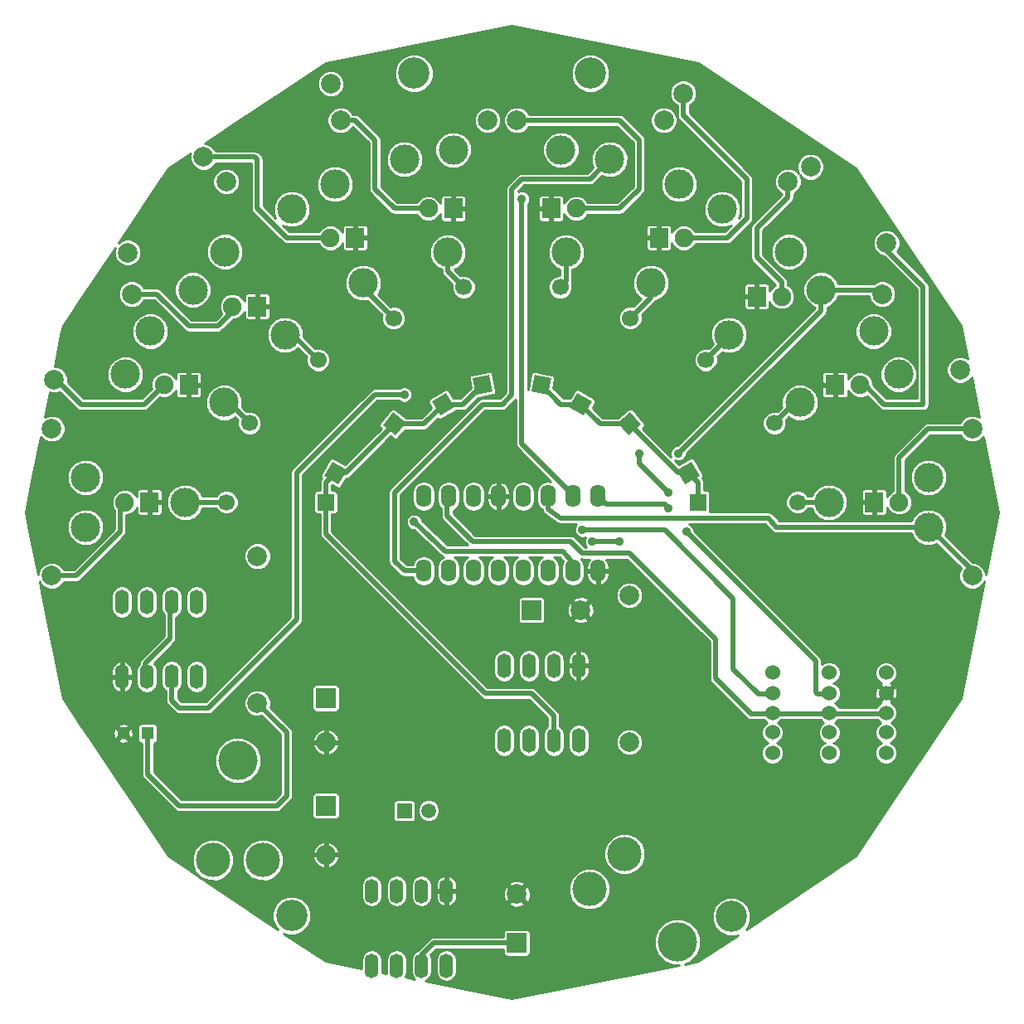
<source format=gbl>
G04 #@! TF.FileFunction,Copper,L2,Bot,Signal*
%FSLAX46Y46*%
G04 Gerber Fmt 4.6, Leading zero omitted, Abs format (unit mm)*
G04 Created by KiCad (PCBNEW (2015-11-24 BZR 6329)-product) date Thu 09 Mar 2017 02:25:58 AM EST*
%MOMM*%
G01*
G04 APERTURE LIST*
%ADD10C,0.100000*%
%ADD11C,1.524000*%
%ADD12C,3.200000*%
%ADD13O,1.600000X2.300000*%
%ADD14O,1.400000X2.500000*%
%ADD15R,2.032000X2.032000*%
%ADD16O,2.032000X2.032000*%
%ADD17R,2.000000X2.000000*%
%ADD18C,2.000000*%
%ADD19C,1.998980*%
%ADD20C,3.500000*%
%ADD21C,4.000000*%
%ADD22R,1.500000X1.500000*%
%ADD23C,1.500000*%
%ADD24R,1.900000X2.000000*%
%ADD25C,1.900000*%
%ADD26C,3.000000*%
%ADD27C,1.699260*%
%ADD28R,1.699260X1.699260*%
%ADD29R,1.300000X1.300000*%
%ADD30C,1.300000*%
%ADD31C,0.889000*%
%ADD32C,0.500000*%
%ADD33C,0.254000*%
G04 APERTURE END LIST*
D10*
D11*
X238600000Y-91500000D03*
X238600000Y-89500000D03*
X238600000Y-87500000D03*
X238600000Y-85400000D03*
X238600000Y-93600000D03*
D12*
X189500000Y-110200000D03*
X234400000Y-110300000D03*
X220000000Y-24200000D03*
X202000000Y-24200000D03*
D13*
X203000000Y-75000000D03*
X205540000Y-75000000D03*
X208080000Y-75000000D03*
X210620000Y-75000000D03*
X213160000Y-75000000D03*
X215700000Y-75000000D03*
X218240000Y-75000000D03*
X220780000Y-75000000D03*
X220780000Y-67380000D03*
X218240000Y-67380000D03*
X215700000Y-67380000D03*
X213160000Y-67380000D03*
X210620000Y-67380000D03*
X208080000Y-67380000D03*
X205540000Y-67380000D03*
X203000000Y-67380000D03*
D14*
X172190000Y-85810000D03*
X174730000Y-85810000D03*
X177270000Y-85810000D03*
X179810000Y-85810000D03*
X179810000Y-78190000D03*
X177270000Y-78190000D03*
X174730000Y-78190000D03*
X172190000Y-78190000D03*
D15*
X193000000Y-88000000D03*
D16*
X193000000Y-92500000D03*
D15*
X193000000Y-99000000D03*
D16*
X193000000Y-104000000D03*
D14*
X205310000Y-107690000D03*
X202770000Y-107690000D03*
X200230000Y-107690000D03*
X197690000Y-107690000D03*
X197690000Y-115310000D03*
X200230000Y-115310000D03*
X202770000Y-115310000D03*
X205310000Y-115310000D03*
X218810000Y-84690000D03*
X216270000Y-84690000D03*
X213730000Y-84690000D03*
X211190000Y-84690000D03*
X211190000Y-92310000D03*
X213730000Y-92310000D03*
X216270000Y-92310000D03*
X218810000Y-92310000D03*
D17*
X214000000Y-79000000D03*
D18*
X219000000Y-79000000D03*
D17*
X212500000Y-113000000D03*
D18*
X212500000Y-108000000D03*
D19*
X224000000Y-92500000D03*
X224000000Y-77500000D03*
D20*
X223500000Y-103907898D03*
X219907898Y-107500000D03*
D21*
X228888154Y-112888154D03*
D20*
X181460000Y-104540000D03*
X186540000Y-104540000D03*
D21*
X184000000Y-94380000D03*
D22*
X201000000Y-99500000D03*
D23*
X203500000Y-99500000D03*
D24*
X175000000Y-68000000D03*
D25*
X172460000Y-68000000D03*
D24*
X179000000Y-56000000D03*
D25*
X176460000Y-56000000D03*
D24*
X186000000Y-48000000D03*
D25*
X183460000Y-48000000D03*
D24*
X196000000Y-41000000D03*
D25*
X193460000Y-41000000D03*
D24*
X206000000Y-38000000D03*
D25*
X203460000Y-38000000D03*
D24*
X216000000Y-38000000D03*
D25*
X218540000Y-38000000D03*
D24*
X227000000Y-41000000D03*
D25*
X229540000Y-41000000D03*
D24*
X237000000Y-47000000D03*
D25*
X239540000Y-47000000D03*
D24*
X245000000Y-56000000D03*
D25*
X247540000Y-56000000D03*
D24*
X249000000Y-68000000D03*
D25*
X251540000Y-68000000D03*
D26*
X168460000Y-65460000D03*
X168460000Y-70540000D03*
X178620000Y-68000000D03*
X175070295Y-50530295D03*
X172530295Y-54929705D03*
X182599114Y-57810000D03*
X182686928Y-42421567D03*
X179421567Y-46313072D03*
X188837259Y-50898042D03*
X193929705Y-35530295D03*
X189530295Y-38070295D03*
X196810000Y-45599114D03*
X206008678Y-32022012D03*
X201022012Y-32991322D03*
X205453965Y-42479999D03*
X221977988Y-32991322D03*
X216991322Y-32022012D03*
X217546035Y-42479999D03*
X233469705Y-38070295D03*
X229070295Y-35530295D03*
X226190000Y-45599114D03*
X243578433Y-46313072D03*
X240313072Y-42421567D03*
X234162741Y-50898042D03*
X251469705Y-54929705D03*
X248929705Y-50530295D03*
X241400886Y-57810000D03*
X254540000Y-70540000D03*
X254540000Y-65460000D03*
X244380000Y-68000000D03*
D27*
X182839480Y-68002540D03*
D28*
X192999480Y-68002540D03*
D27*
X185199462Y-59921940D03*
D10*
G36*
X192837664Y-65312926D02*
X193687294Y-63841324D01*
X195158896Y-64690954D01*
X194309266Y-66162556D01*
X192837664Y-65312926D01*
X192837664Y-65312926D01*
G37*
D27*
X192214957Y-53470889D03*
D10*
G36*
X198800983Y-60106335D02*
X199893246Y-58804626D01*
X201194955Y-59896889D01*
X200102692Y-61198598D01*
X198800983Y-60106335D01*
X198800983Y-60106335D01*
G37*
D27*
X199917540Y-49202002D03*
D10*
G36*
X203836924Y-57689834D02*
X205308526Y-56840204D01*
X206158156Y-58311806D01*
X204686554Y-59161436D01*
X203836924Y-57689834D01*
X203836924Y-57689834D01*
G37*
D27*
X207058788Y-46026642D03*
D10*
G36*
X208001270Y-55328071D02*
X209669310Y-55003837D01*
X209993544Y-56671877D01*
X208325504Y-56996111D01*
X208001270Y-55328071D01*
X208001270Y-55328071D01*
G37*
D27*
X216936225Y-46025673D03*
D10*
G36*
X214325703Y-55002868D02*
X215993743Y-55327102D01*
X215669509Y-56995142D01*
X214001469Y-56670908D01*
X214325703Y-55002868D01*
X214325703Y-55002868D01*
G37*
D27*
X224078060Y-49199462D03*
D10*
G36*
X218687074Y-56837664D02*
X220158676Y-57687294D01*
X219309046Y-59158896D01*
X217837444Y-58309266D01*
X218687074Y-56837664D01*
X218687074Y-56837664D01*
G37*
D27*
X231781777Y-53466998D03*
D10*
G36*
X224103489Y-58800734D02*
X225195752Y-60102443D01*
X223894043Y-61194706D01*
X222801780Y-59892997D01*
X224103489Y-58800734D01*
X224103489Y-58800734D01*
G37*
D27*
X238797998Y-59917540D03*
D10*
G36*
X230310166Y-63836924D02*
X231159796Y-65308526D01*
X229688194Y-66158156D01*
X228838564Y-64686554D01*
X230310166Y-63836924D01*
X230310166Y-63836924D01*
G37*
D27*
X241160520Y-67997460D03*
D28*
X231000520Y-67997460D03*
D19*
X186000000Y-73500000D03*
X186000000Y-88500000D03*
X165000000Y-60500000D03*
X165000000Y-75500000D03*
X172750000Y-42504809D03*
X165250000Y-55495191D03*
X182820907Y-35254667D03*
X173179093Y-46745333D03*
X193495191Y-25250000D03*
X180504809Y-32750000D03*
X209500000Y-29000000D03*
X194500000Y-29000000D03*
X227500000Y-29000000D03*
X212500000Y-29000000D03*
X242495191Y-33750000D03*
X229504809Y-26250000D03*
X249820907Y-46745333D03*
X240179093Y-35254667D03*
X257750000Y-54495191D03*
X250250000Y-41504809D03*
X259000000Y-75500000D03*
X259000000Y-60500000D03*
D29*
X174800000Y-91600000D03*
D30*
X172300000Y-91600000D03*
D11*
X244400000Y-91500000D03*
X244400000Y-89500000D03*
X244400000Y-87500000D03*
X244400000Y-85400000D03*
X244400000Y-93600000D03*
X250200000Y-91500000D03*
X250200000Y-89500000D03*
X250200000Y-87500000D03*
X250200000Y-85400000D03*
X250200000Y-93600000D03*
D31*
X202000000Y-70000000D03*
X219200000Y-70800000D03*
X213000000Y-37000000D03*
X225000000Y-63000000D03*
X228000000Y-67000000D03*
X223000000Y-72000000D03*
X220200000Y-72000000D03*
X229000000Y-63000000D03*
X229800000Y-71000000D03*
X228000000Y-68600000D03*
X201000000Y-57000000D03*
D32*
X202770000Y-115310000D02*
X202770000Y-114230000D01*
X202770000Y-114230000D02*
X204000000Y-113000000D01*
X204000000Y-113000000D02*
X212500000Y-113000000D01*
X174800000Y-91600000D02*
X174800000Y-95800000D01*
X189000000Y-91500000D02*
X189000000Y-98000000D01*
X189000000Y-98000000D02*
X188000000Y-99000000D01*
X188000000Y-99000000D02*
X178000000Y-99000000D01*
X189000000Y-91500000D02*
X186000000Y-88500000D01*
X174800000Y-95800000D02*
X178000000Y-99000000D01*
X174540000Y-86000000D02*
X174540000Y-84460000D01*
X177080000Y-81920000D02*
X177080000Y-78380000D01*
X174540000Y-84460000D02*
X177080000Y-81920000D01*
X182839480Y-68002540D02*
X178622540Y-68002540D01*
X178622540Y-68002540D02*
X178620000Y-68000000D01*
X192999480Y-68002540D02*
X192999480Y-71249480D01*
X216270000Y-89770000D02*
X216270000Y-92310000D01*
X214000000Y-87500000D02*
X216270000Y-89770000D01*
X209250000Y-87500000D02*
X214000000Y-87500000D01*
X192999480Y-71249480D02*
X209250000Y-87500000D01*
X193125000Y-68128060D02*
X192999480Y-68002540D01*
X229999180Y-64997540D02*
X231000520Y-65998880D01*
X231000520Y-65998880D02*
X231000520Y-67997460D01*
X223998766Y-59997720D02*
X228998586Y-64997540D01*
X228998586Y-64997540D02*
X229999180Y-64997540D01*
X218998060Y-57998280D02*
X220997500Y-59997720D01*
X220997500Y-59997720D02*
X223998766Y-59997720D01*
X214997606Y-55999005D02*
X216996881Y-57998280D01*
X216996881Y-57998280D02*
X218998060Y-57998280D01*
X208997407Y-55999974D02*
X208998376Y-55999005D01*
X204997540Y-58000820D02*
X206996561Y-58000820D01*
X206996561Y-58000820D02*
X208997407Y-55999974D01*
X199997969Y-60001612D02*
X202996748Y-60001612D01*
X202996748Y-60001612D02*
X204997540Y-58000820D01*
X193998280Y-65001940D02*
X194997641Y-65001940D01*
X194997641Y-65001940D02*
X199997969Y-60001612D01*
X192999480Y-68002540D02*
X192999480Y-66000740D01*
X192999480Y-66000740D02*
X193998280Y-65001940D01*
X216270000Y-92310000D02*
X216000000Y-92040000D01*
X182599114Y-57810000D02*
X183087522Y-57810000D01*
X183087522Y-57810000D02*
X185199462Y-59921940D01*
X188837259Y-50898042D02*
X189642110Y-50898042D01*
X189642110Y-50898042D02*
X192214957Y-53470889D01*
X196810000Y-45599114D02*
X196810000Y-46094462D01*
X196810000Y-46094462D02*
X199917540Y-49202002D01*
X205453965Y-42479999D02*
X205453965Y-44421819D01*
X205453965Y-44421819D02*
X207058788Y-46026642D01*
X217546035Y-42479999D02*
X217546035Y-45415863D01*
X217546035Y-45415863D02*
X216936225Y-46025673D01*
X226190000Y-45599114D02*
X226190000Y-47087522D01*
X226190000Y-47087522D02*
X224078060Y-49199462D01*
X234162741Y-50898042D02*
X234162741Y-51086034D01*
X234162741Y-51086034D02*
X231781777Y-53466998D01*
X241400886Y-57810000D02*
X240905538Y-57810000D01*
X240905538Y-57810000D02*
X238797998Y-59917540D01*
X244380000Y-68000000D02*
X241163060Y-68000000D01*
X241163060Y-68000000D02*
X241160520Y-67997460D01*
X165000000Y-75500000D02*
X167500000Y-75500000D01*
X172000000Y-71000000D02*
X172000000Y-68460000D01*
X167500000Y-75500000D02*
X172000000Y-71000000D01*
X172000000Y-68460000D02*
X172460000Y-68000000D01*
X165250000Y-55495191D02*
X165495191Y-55495191D01*
X165495191Y-55495191D02*
X168000000Y-58000000D01*
X168000000Y-58000000D02*
X174460000Y-58000000D01*
X174460000Y-58000000D02*
X176460000Y-56000000D01*
X173179093Y-46745333D02*
X175745333Y-46745333D01*
X182000000Y-50000000D02*
X183460000Y-48540000D01*
X179000000Y-50000000D02*
X182000000Y-50000000D01*
X175745333Y-46745333D02*
X179000000Y-50000000D01*
X183460000Y-48540000D02*
X183460000Y-48000000D01*
X180504809Y-32750000D02*
X185750000Y-32750000D01*
X189000000Y-41000000D02*
X193460000Y-41000000D01*
X186000000Y-38000000D02*
X189000000Y-41000000D01*
X186000000Y-33000000D02*
X186000000Y-38000000D01*
X185750000Y-32750000D02*
X186000000Y-33000000D01*
X194500000Y-29000000D02*
X196000000Y-29000000D01*
X200000000Y-38000000D02*
X203460000Y-38000000D01*
X198000000Y-36000000D02*
X200000000Y-38000000D01*
X198000000Y-31000000D02*
X198000000Y-36000000D01*
X196000000Y-29000000D02*
X198000000Y-31000000D01*
X212500000Y-29000000D02*
X223000000Y-29000000D01*
X223000000Y-38000000D02*
X218540000Y-38000000D01*
X225000000Y-36000000D02*
X223000000Y-38000000D01*
X225000000Y-31000000D02*
X225000000Y-36000000D01*
X223000000Y-29000000D02*
X225000000Y-31000000D01*
X229504809Y-26250000D02*
X229504809Y-28504809D01*
X234000000Y-41000000D02*
X229540000Y-41000000D01*
X236000000Y-39000000D02*
X234000000Y-41000000D01*
X236000000Y-35000000D02*
X236000000Y-39000000D01*
X229504809Y-28504809D02*
X236000000Y-35000000D01*
X240179093Y-35254667D02*
X240179093Y-36820907D01*
X239540000Y-45540000D02*
X239540000Y-47000000D01*
X237000000Y-43000000D02*
X239540000Y-45540000D01*
X237000000Y-40000000D02*
X237000000Y-43000000D01*
X240179093Y-36820907D02*
X237000000Y-40000000D01*
X250250000Y-41504809D02*
X250250000Y-42250000D01*
X250250000Y-42250000D02*
X254000000Y-46000000D01*
X254000000Y-46000000D02*
X254000000Y-58000000D01*
X254000000Y-58000000D02*
X250000000Y-58000000D01*
X250000000Y-58000000D02*
X248000000Y-56000000D01*
X248000000Y-56000000D02*
X247540000Y-56000000D01*
X259000000Y-60500000D02*
X254500000Y-60500000D01*
X251540000Y-63460000D02*
X251540000Y-68000000D01*
X254500000Y-60500000D02*
X251540000Y-63460000D01*
X218240000Y-75000000D02*
X218240000Y-74240000D01*
X218240000Y-74240000D02*
X217200000Y-73000000D01*
X217200000Y-73000000D02*
X205200000Y-73000000D01*
X205200000Y-73000000D02*
X202000000Y-70000000D01*
X234600000Y-82800000D02*
X234600000Y-85000000D01*
X234600000Y-82800000D02*
X234600000Y-77800000D01*
X234600000Y-77800000D02*
X227600000Y-70800000D01*
X227600000Y-70800000D02*
X219200000Y-70800000D01*
X237200000Y-87600000D02*
X238600000Y-87600000D01*
X234600000Y-85000000D02*
X237200000Y-87600000D01*
X218240000Y-67380000D02*
X218240000Y-67240000D01*
X218240000Y-67240000D02*
X213000000Y-62000000D01*
X213000000Y-62000000D02*
X213000000Y-37000000D01*
X203000000Y-75000000D02*
X201000000Y-75000000D01*
X219969310Y-35000000D02*
X221977988Y-32991322D01*
X213000000Y-35000000D02*
X219969310Y-35000000D01*
X212000000Y-36000000D02*
X213000000Y-35000000D01*
X212000000Y-57000000D02*
X212000000Y-36000000D01*
X211000000Y-58000000D02*
X212000000Y-57000000D01*
X209000000Y-58000000D02*
X211000000Y-58000000D01*
X200000000Y-67000000D02*
X209000000Y-58000000D01*
X200000000Y-74000000D02*
X200000000Y-67000000D01*
X201000000Y-75000000D02*
X200000000Y-74000000D01*
X225000000Y-64000000D02*
X225000000Y-63000000D01*
X228000000Y-67000000D02*
X225000000Y-64000000D01*
X220200000Y-72000000D02*
X223000000Y-72000000D01*
X243578433Y-46313072D02*
X249388646Y-46313072D01*
X249388646Y-46313072D02*
X249820907Y-46745333D01*
X243578433Y-48421567D02*
X243578433Y-46313072D01*
X229000000Y-63000000D02*
X243578433Y-48421567D01*
X243000000Y-84200000D02*
X243000000Y-87400000D01*
X243000000Y-84200000D02*
X229800000Y-71000000D01*
X228000000Y-68600000D02*
X227600000Y-68200000D01*
X227600000Y-68200000D02*
X221600000Y-68200000D01*
X220780000Y-67380000D02*
X221600000Y-68200000D01*
X243200000Y-87600000D02*
X244400000Y-87600000D01*
X243000000Y-87400000D02*
X243200000Y-87600000D01*
X259000000Y-75500000D02*
X259000000Y-75000000D01*
X259000000Y-75000000D02*
X254540000Y-70540000D01*
X215700000Y-67380000D02*
X215700000Y-68700000D01*
X217000000Y-69600000D02*
X222800000Y-69600000D01*
X222800000Y-69600000D02*
X238200000Y-69600000D01*
X238200000Y-69600000D02*
X239000000Y-70540000D01*
X239000000Y-70540000D02*
X254540000Y-70540000D01*
X215700000Y-68700000D02*
X217000000Y-69600000D01*
X178000000Y-89000000D02*
X177270000Y-88270000D01*
X201000000Y-57000000D02*
X198000000Y-57000000D01*
X198000000Y-57000000D02*
X190000000Y-65000000D01*
X190000000Y-65000000D02*
X190000000Y-80000000D01*
X190000000Y-80000000D02*
X181000000Y-89000000D01*
X181000000Y-89000000D02*
X178000000Y-89000000D01*
X177270000Y-88270000D02*
X177270000Y-85810000D01*
X244400000Y-89600000D02*
X250200000Y-89600000D01*
X238600000Y-89600000D02*
X244400000Y-89600000D01*
X232800000Y-83800000D02*
X232800000Y-86000000D01*
X232800000Y-82000000D02*
X232800000Y-83800000D01*
X224000000Y-73200000D02*
X232800000Y-82000000D01*
X219200000Y-73200000D02*
X224000000Y-73200000D01*
X218000000Y-72000000D02*
X219200000Y-73200000D01*
X208000000Y-72000000D02*
X218000000Y-72000000D01*
X205400000Y-69400000D02*
X208000000Y-72000000D01*
X205400000Y-67520000D02*
X205400000Y-69400000D01*
X236400000Y-89600000D02*
X238600000Y-89600000D01*
X232800000Y-86000000D02*
X236400000Y-89600000D01*
X205540000Y-67380000D02*
X205400000Y-67520000D01*
D33*
G36*
X231003646Y-23121141D02*
X247114158Y-33885842D01*
X257878859Y-49996354D01*
X258543086Y-53335649D01*
X258533006Y-53325551D01*
X258025801Y-53114942D01*
X257476608Y-53114462D01*
X256969037Y-53324186D01*
X256580360Y-53712185D01*
X256369751Y-54219390D01*
X256369271Y-54768583D01*
X256578995Y-55276154D01*
X256966994Y-55664831D01*
X257474199Y-55875440D01*
X258023392Y-55875920D01*
X258530963Y-55666196D01*
X258919640Y-55278197D01*
X258926295Y-55262170D01*
X259731232Y-59308862D01*
X259275801Y-59119751D01*
X258726608Y-59119271D01*
X258219037Y-59328995D01*
X257830360Y-59716994D01*
X257767242Y-59869000D01*
X254500000Y-59869000D01*
X254298589Y-59909063D01*
X254258526Y-59917032D01*
X254053816Y-60053816D01*
X251093816Y-63013816D01*
X250957032Y-63218527D01*
X250909000Y-63460000D01*
X250909000Y-66820580D01*
X250787034Y-66870975D01*
X250412291Y-67245065D01*
X250331000Y-67440835D01*
X250331000Y-66924214D01*
X250272996Y-66784180D01*
X250165819Y-66677004D01*
X250025785Y-66619000D01*
X249222250Y-66619000D01*
X249127000Y-66714250D01*
X249127000Y-67873000D01*
X249147000Y-67873000D01*
X249147000Y-68127000D01*
X249127000Y-68127000D01*
X249127000Y-69285750D01*
X249222250Y-69381000D01*
X250025785Y-69381000D01*
X250165819Y-69322996D01*
X250272996Y-69215820D01*
X250331000Y-69075786D01*
X250331000Y-68559412D01*
X250410975Y-68752966D01*
X250785065Y-69127709D01*
X251274086Y-69330769D01*
X251803591Y-69331231D01*
X252292966Y-69129025D01*
X252667709Y-68754935D01*
X252870769Y-68265914D01*
X252871231Y-67736409D01*
X252669025Y-67247034D01*
X252294935Y-66872291D01*
X252171000Y-66820829D01*
X252171000Y-65832513D01*
X252658674Y-65832513D01*
X252944436Y-66524109D01*
X253473108Y-67053704D01*
X254164204Y-67340673D01*
X254912513Y-67341326D01*
X255604109Y-67055564D01*
X256133704Y-66526892D01*
X256420673Y-65835796D01*
X256421326Y-65087487D01*
X256135564Y-64395891D01*
X255606892Y-63866296D01*
X254915796Y-63579327D01*
X254167487Y-63578674D01*
X253475891Y-63864436D01*
X252946296Y-64393108D01*
X252659327Y-65084204D01*
X252658674Y-65832513D01*
X252171000Y-65832513D01*
X252171000Y-63721368D01*
X254761368Y-61131000D01*
X257767032Y-61131000D01*
X257828995Y-61280963D01*
X258216994Y-61669640D01*
X258724199Y-61880249D01*
X259273392Y-61880729D01*
X259780963Y-61671005D01*
X260131489Y-61321090D01*
X261658919Y-69000000D01*
X260380554Y-75426775D01*
X260380729Y-75226608D01*
X260171005Y-74719037D01*
X259783006Y-74330360D01*
X259275801Y-74119751D01*
X259011889Y-74119520D01*
X256240960Y-71348592D01*
X256420673Y-70915796D01*
X256421326Y-70167487D01*
X256135564Y-69475891D01*
X255606892Y-68946296D01*
X254915796Y-68659327D01*
X254167487Y-68658674D01*
X253475891Y-68944436D01*
X252946296Y-69473108D01*
X252765297Y-69909000D01*
X239291563Y-69909000D01*
X238680531Y-69191037D01*
X238660426Y-69175130D01*
X238646184Y-69153816D01*
X238564502Y-69099237D01*
X238487450Y-69038276D01*
X238462788Y-69031274D01*
X238441473Y-69017032D01*
X238345116Y-68997865D01*
X238250607Y-68971033D01*
X238225145Y-68974002D01*
X238200000Y-68969000D01*
X232213927Y-68969000D01*
X232238614Y-68847090D01*
X232238614Y-68241173D01*
X239929677Y-68241173D01*
X240116635Y-68693645D01*
X240462514Y-69040129D01*
X240914659Y-69227875D01*
X241404233Y-69228303D01*
X241856705Y-69041345D01*
X242203189Y-68695466D01*
X242229957Y-68631000D01*
X242605479Y-68631000D01*
X242784436Y-69064109D01*
X243313108Y-69593704D01*
X244004204Y-69880673D01*
X244752513Y-69881326D01*
X245444109Y-69595564D01*
X245973704Y-69066892D01*
X246260673Y-68375796D01*
X246260806Y-68222250D01*
X247669000Y-68222250D01*
X247669000Y-69075786D01*
X247727004Y-69215820D01*
X247834181Y-69322996D01*
X247974215Y-69381000D01*
X248777750Y-69381000D01*
X248873000Y-69285750D01*
X248873000Y-68127000D01*
X247764250Y-68127000D01*
X247669000Y-68222250D01*
X246260806Y-68222250D01*
X246261326Y-67627487D01*
X245975564Y-66935891D01*
X245963908Y-66924214D01*
X247669000Y-66924214D01*
X247669000Y-67777750D01*
X247764250Y-67873000D01*
X248873000Y-67873000D01*
X248873000Y-66714250D01*
X248777750Y-66619000D01*
X247974215Y-66619000D01*
X247834181Y-66677004D01*
X247727004Y-66784180D01*
X247669000Y-66924214D01*
X245963908Y-66924214D01*
X245446892Y-66406296D01*
X244755796Y-66119327D01*
X244007487Y-66118674D01*
X243315891Y-66404436D01*
X242786296Y-66933108D01*
X242605297Y-67369000D01*
X242232388Y-67369000D01*
X242204405Y-67301275D01*
X241858526Y-66954791D01*
X241406381Y-66767045D01*
X240916807Y-66766617D01*
X240464335Y-66953575D01*
X240117851Y-67299454D01*
X239930105Y-67751599D01*
X239929677Y-68241173D01*
X232238614Y-68241173D01*
X232238614Y-67147830D01*
X232212047Y-67006640D01*
X232128604Y-66876965D01*
X232001284Y-66789971D01*
X231850150Y-66759366D01*
X231631520Y-66759366D01*
X231631520Y-65998880D01*
X231583488Y-65757407D01*
X231497381Y-65628539D01*
X231452079Y-65560739D01*
X231463019Y-65551343D01*
X231533599Y-65414242D01*
X231545278Y-65260483D01*
X231496216Y-65114294D01*
X230646586Y-63642692D01*
X230552983Y-63533701D01*
X230415882Y-63463121D01*
X230262123Y-63451442D01*
X230115934Y-63500504D01*
X229024220Y-64130805D01*
X228636184Y-63742769D01*
X228835077Y-63825357D01*
X229163482Y-63825643D01*
X229466998Y-63700233D01*
X229699417Y-63468219D01*
X229825357Y-63164923D01*
X229825442Y-63066926D01*
X232731115Y-60161253D01*
X237567155Y-60161253D01*
X237754113Y-60613725D01*
X238099992Y-60960209D01*
X238552137Y-61147955D01*
X239041711Y-61148383D01*
X239494183Y-60961425D01*
X239840667Y-60615546D01*
X240028413Y-60163401D01*
X240028841Y-59673827D01*
X240001134Y-59606772D01*
X240269155Y-59338752D01*
X240333994Y-59403704D01*
X241025090Y-59690673D01*
X241773399Y-59691326D01*
X242464995Y-59405564D01*
X242994590Y-58876892D01*
X243281559Y-58185796D01*
X243282212Y-57437487D01*
X242996450Y-56745891D01*
X242473722Y-56222250D01*
X243669000Y-56222250D01*
X243669000Y-57075786D01*
X243727004Y-57215820D01*
X243834181Y-57322996D01*
X243974215Y-57381000D01*
X244777750Y-57381000D01*
X244873000Y-57285750D01*
X244873000Y-56127000D01*
X243764250Y-56127000D01*
X243669000Y-56222250D01*
X242473722Y-56222250D01*
X242467778Y-56216296D01*
X241776682Y-55929327D01*
X241028373Y-55928674D01*
X240336777Y-56214436D01*
X239807182Y-56743108D01*
X239520213Y-57434204D01*
X239519560Y-58182513D01*
X239554966Y-58268203D01*
X239108997Y-58714173D01*
X239043859Y-58687125D01*
X238554285Y-58686697D01*
X238101813Y-58873655D01*
X237755329Y-59219534D01*
X237567583Y-59671679D01*
X237567155Y-60161253D01*
X232731115Y-60161253D01*
X237968154Y-54924214D01*
X243669000Y-54924214D01*
X243669000Y-55777750D01*
X243764250Y-55873000D01*
X244873000Y-55873000D01*
X244873000Y-54714250D01*
X245127000Y-54714250D01*
X245127000Y-55873000D01*
X245147000Y-55873000D01*
X245147000Y-56127000D01*
X245127000Y-56127000D01*
X245127000Y-57285750D01*
X245222250Y-57381000D01*
X246025785Y-57381000D01*
X246165819Y-57322996D01*
X246272996Y-57215820D01*
X246331000Y-57075786D01*
X246331000Y-56559412D01*
X246410975Y-56752966D01*
X246785065Y-57127709D01*
X247274086Y-57330769D01*
X247803591Y-57331231D01*
X248253121Y-57145489D01*
X249553816Y-58446184D01*
X249758526Y-58582968D01*
X249762649Y-58583788D01*
X250000000Y-58631000D01*
X254000000Y-58631000D01*
X254241473Y-58582968D01*
X254446184Y-58446184D01*
X254582968Y-58241473D01*
X254631000Y-58000000D01*
X254631000Y-46000000D01*
X254582968Y-45758527D01*
X254446184Y-45553816D01*
X251299807Y-42407439D01*
X251419640Y-42287815D01*
X251630249Y-41780610D01*
X251630729Y-41231417D01*
X251421005Y-40723846D01*
X251033006Y-40335169D01*
X250525801Y-40124560D01*
X249976608Y-40124080D01*
X249469037Y-40333804D01*
X249080360Y-40721803D01*
X248869751Y-41229008D01*
X248869271Y-41778201D01*
X249078995Y-42285772D01*
X249466994Y-42674449D01*
X249974199Y-42885058D01*
X249992706Y-42885074D01*
X253369000Y-46261368D01*
X253369000Y-57369000D01*
X250261368Y-57369000D01*
X248871020Y-55978652D01*
X248871231Y-55736409D01*
X248691827Y-55302218D01*
X249588379Y-55302218D01*
X249874141Y-55993814D01*
X250402813Y-56523409D01*
X251093909Y-56810378D01*
X251842218Y-56811031D01*
X252533814Y-56525269D01*
X253063409Y-55996597D01*
X253350378Y-55305501D01*
X253351031Y-54557192D01*
X253065269Y-53865596D01*
X252536597Y-53336001D01*
X251845501Y-53049032D01*
X251097192Y-53048379D01*
X250405596Y-53334141D01*
X249876001Y-53862813D01*
X249589032Y-54553909D01*
X249588379Y-55302218D01*
X248691827Y-55302218D01*
X248669025Y-55247034D01*
X248294935Y-54872291D01*
X247805914Y-54669231D01*
X247276409Y-54668769D01*
X246787034Y-54870975D01*
X246412291Y-55245065D01*
X246331000Y-55440835D01*
X246331000Y-54924214D01*
X246272996Y-54784180D01*
X246165819Y-54677004D01*
X246025785Y-54619000D01*
X245222250Y-54619000D01*
X245127000Y-54714250D01*
X244873000Y-54714250D01*
X244777750Y-54619000D01*
X243974215Y-54619000D01*
X243834181Y-54677004D01*
X243727004Y-54784180D01*
X243669000Y-54924214D01*
X237968154Y-54924214D01*
X241989560Y-50902808D01*
X247048379Y-50902808D01*
X247334141Y-51594404D01*
X247862813Y-52123999D01*
X248553909Y-52410968D01*
X249302218Y-52411621D01*
X249993814Y-52125859D01*
X250523409Y-51597187D01*
X250810378Y-50906091D01*
X250811031Y-50157782D01*
X250525269Y-49466186D01*
X249996597Y-48936591D01*
X249305501Y-48649622D01*
X248557192Y-48648969D01*
X247865596Y-48934731D01*
X247336001Y-49463403D01*
X247049032Y-50154499D01*
X247048379Y-50902808D01*
X241989560Y-50902808D01*
X244024618Y-48867751D01*
X244161401Y-48663040D01*
X244209433Y-48421567D01*
X244209433Y-48087593D01*
X244642542Y-47908636D01*
X245172137Y-47379964D01*
X245353136Y-46944072D01*
X248440243Y-46944072D01*
X248440178Y-47018725D01*
X248649902Y-47526296D01*
X249037901Y-47914973D01*
X249545106Y-48125582D01*
X250094299Y-48126062D01*
X250601870Y-47916338D01*
X250990547Y-47528339D01*
X251201156Y-47021134D01*
X251201636Y-46471941D01*
X250991912Y-45964370D01*
X250603913Y-45575693D01*
X250096708Y-45365084D01*
X249547515Y-45364604D01*
X249039944Y-45574328D01*
X248932012Y-45682072D01*
X245352954Y-45682072D01*
X245173997Y-45248963D01*
X244645325Y-44719368D01*
X243954229Y-44432399D01*
X243205920Y-44431746D01*
X242514324Y-44717508D01*
X241984729Y-45246180D01*
X241697760Y-45937276D01*
X241697107Y-46685585D01*
X241982869Y-47377181D01*
X242511541Y-47906776D01*
X242947433Y-48087775D01*
X242947433Y-48160198D01*
X228933191Y-62174441D01*
X228836518Y-62174357D01*
X228533002Y-62299767D01*
X228300583Y-62531781D01*
X228174643Y-62835077D01*
X228174357Y-63163482D01*
X228257064Y-63363650D01*
X225362795Y-60469381D01*
X225445452Y-60400024D01*
X225536533Y-60288917D01*
X225582233Y-60141643D01*
X225567035Y-59988192D01*
X225493333Y-59852743D01*
X224401070Y-58551034D01*
X224289963Y-58459953D01*
X224142689Y-58414253D01*
X223989238Y-58429451D01*
X223853789Y-58503153D01*
X222824629Y-59366720D01*
X221258868Y-59366720D01*
X220231037Y-58338889D01*
X220495096Y-57881526D01*
X220542683Y-57745968D01*
X220535257Y-57591945D01*
X220468491Y-57452947D01*
X220352908Y-57350874D01*
X218881306Y-56501244D01*
X218745748Y-56453657D01*
X218591725Y-56461083D01*
X218452727Y-56527849D01*
X218350654Y-56643432D01*
X217932740Y-57367280D01*
X217258250Y-57367280D01*
X216198837Y-56307867D01*
X216375070Y-55401224D01*
X216375932Y-55257559D01*
X216318764Y-55114345D01*
X216210383Y-55004656D01*
X216067865Y-54945775D01*
X214399825Y-54621541D01*
X214256160Y-54620679D01*
X214112946Y-54677847D01*
X214003257Y-54786228D01*
X213944376Y-54928746D01*
X213631000Y-56540926D01*
X213631000Y-53710711D01*
X230550934Y-53710711D01*
X230737892Y-54163183D01*
X231083771Y-54509667D01*
X231535916Y-54697413D01*
X232025490Y-54697841D01*
X232477962Y-54510883D01*
X232824446Y-54165004D01*
X233012192Y-53712859D01*
X233012620Y-53223285D01*
X232984913Y-53156230D01*
X233486984Y-52654160D01*
X233786945Y-52778715D01*
X234535254Y-52779368D01*
X235226850Y-52493606D01*
X235756445Y-51964934D01*
X236043414Y-51273838D01*
X236044067Y-50525529D01*
X235758305Y-49833933D01*
X235229633Y-49304338D01*
X234538537Y-49017369D01*
X233790228Y-49016716D01*
X233098632Y-49302478D01*
X232569037Y-49831150D01*
X232282068Y-50522246D01*
X232281415Y-51270555D01*
X232516618Y-51839789D01*
X232092776Y-52263631D01*
X232027638Y-52236583D01*
X231538064Y-52236155D01*
X231085592Y-52423113D01*
X230739108Y-52768992D01*
X230551362Y-53221137D01*
X230550934Y-53710711D01*
X213631000Y-53710711D01*
X213631000Y-49443175D01*
X222847217Y-49443175D01*
X223034175Y-49895647D01*
X223380054Y-50242131D01*
X223832199Y-50429877D01*
X224321773Y-50430305D01*
X224774245Y-50243347D01*
X225120729Y-49897468D01*
X225308475Y-49445323D01*
X225308903Y-48955749D01*
X225281196Y-48888694D01*
X226636184Y-47533707D01*
X226713447Y-47418075D01*
X227187379Y-47222250D01*
X235669000Y-47222250D01*
X235669000Y-48075786D01*
X235727004Y-48215820D01*
X235834181Y-48322996D01*
X235974215Y-48381000D01*
X236777750Y-48381000D01*
X236873000Y-48285750D01*
X236873000Y-47127000D01*
X235764250Y-47127000D01*
X235669000Y-47222250D01*
X227187379Y-47222250D01*
X227254109Y-47194678D01*
X227783704Y-46666006D01*
X228070673Y-45974910D01*
X228070717Y-45924214D01*
X235669000Y-45924214D01*
X235669000Y-46777750D01*
X235764250Y-46873000D01*
X236873000Y-46873000D01*
X236873000Y-45714250D01*
X236777750Y-45619000D01*
X235974215Y-45619000D01*
X235834181Y-45677004D01*
X235727004Y-45784180D01*
X235669000Y-45924214D01*
X228070717Y-45924214D01*
X228071326Y-45226601D01*
X227785564Y-44535005D01*
X227256892Y-44005410D01*
X226565796Y-43718441D01*
X225817487Y-43717788D01*
X225125891Y-44003550D01*
X224596296Y-44532222D01*
X224309327Y-45223318D01*
X224308674Y-45971627D01*
X224594436Y-46663223D01*
X225123108Y-47192818D01*
X225172024Y-47213130D01*
X224389059Y-47996095D01*
X224323921Y-47969047D01*
X223834347Y-47968619D01*
X223381875Y-48155577D01*
X223035391Y-48501456D01*
X222847645Y-48953601D01*
X222847217Y-49443175D01*
X213631000Y-49443175D01*
X213631000Y-42852512D01*
X215664709Y-42852512D01*
X215950471Y-43544108D01*
X216479143Y-44073703D01*
X216915035Y-44254702D01*
X216915035Y-44795025D01*
X216692512Y-44794830D01*
X216240040Y-44981788D01*
X215893556Y-45327667D01*
X215705810Y-45779812D01*
X215705382Y-46269386D01*
X215892340Y-46721858D01*
X216238219Y-47068342D01*
X216690364Y-47256088D01*
X217179938Y-47256516D01*
X217632410Y-47069558D01*
X217978894Y-46723679D01*
X218166640Y-46271534D01*
X218167068Y-45781960D01*
X218120705Y-45669754D01*
X218129003Y-45657336D01*
X218177035Y-45415863D01*
X218177035Y-44254520D01*
X218610144Y-44075563D01*
X219139739Y-43546891D01*
X219426708Y-42855795D01*
X219427361Y-42107486D01*
X219141599Y-41415890D01*
X218948297Y-41222250D01*
X225669000Y-41222250D01*
X225669000Y-42075786D01*
X225727004Y-42215820D01*
X225834181Y-42322996D01*
X225974215Y-42381000D01*
X226777750Y-42381000D01*
X226873000Y-42285750D01*
X226873000Y-41127000D01*
X225764250Y-41127000D01*
X225669000Y-41222250D01*
X218948297Y-41222250D01*
X218612927Y-40886295D01*
X217921831Y-40599326D01*
X217173522Y-40598673D01*
X216481926Y-40884435D01*
X215952331Y-41413107D01*
X215665362Y-42104203D01*
X215664709Y-42852512D01*
X213631000Y-42852512D01*
X213631000Y-39924214D01*
X225669000Y-39924214D01*
X225669000Y-40777750D01*
X225764250Y-40873000D01*
X226873000Y-40873000D01*
X226873000Y-39714250D01*
X227127000Y-39714250D01*
X227127000Y-40873000D01*
X227147000Y-40873000D01*
X227147000Y-41127000D01*
X227127000Y-41127000D01*
X227127000Y-42285750D01*
X227222250Y-42381000D01*
X228025785Y-42381000D01*
X228165819Y-42322996D01*
X228272996Y-42215820D01*
X228331000Y-42075786D01*
X228331000Y-41559412D01*
X228410975Y-41752966D01*
X228785065Y-42127709D01*
X229274086Y-42330769D01*
X229803591Y-42331231D01*
X230292966Y-42129025D01*
X230667709Y-41754935D01*
X230719171Y-41631000D01*
X234000000Y-41631000D01*
X234241473Y-41582968D01*
X234446184Y-41446184D01*
X235892368Y-40000000D01*
X236369000Y-40000000D01*
X236369000Y-43000000D01*
X236417032Y-43241473D01*
X236553816Y-43446184D01*
X238909000Y-45801369D01*
X238909000Y-45820580D01*
X238787034Y-45870975D01*
X238412291Y-46245065D01*
X238331000Y-46440835D01*
X238331000Y-45924214D01*
X238272996Y-45784180D01*
X238165819Y-45677004D01*
X238025785Y-45619000D01*
X237222250Y-45619000D01*
X237127000Y-45714250D01*
X237127000Y-46873000D01*
X237147000Y-46873000D01*
X237147000Y-47127000D01*
X237127000Y-47127000D01*
X237127000Y-48285750D01*
X237222250Y-48381000D01*
X238025785Y-48381000D01*
X238165819Y-48322996D01*
X238272996Y-48215820D01*
X238331000Y-48075786D01*
X238331000Y-47559412D01*
X238410975Y-47752966D01*
X238785065Y-48127709D01*
X239274086Y-48330769D01*
X239803591Y-48331231D01*
X240292966Y-48129025D01*
X240667709Y-47754935D01*
X240870769Y-47265914D01*
X240871231Y-46736409D01*
X240669025Y-46247034D01*
X240294935Y-45872291D01*
X240171000Y-45820829D01*
X240171000Y-45540000D01*
X240122968Y-45298527D01*
X240122968Y-45298526D01*
X239986184Y-45093815D01*
X237686449Y-42794080D01*
X238431746Y-42794080D01*
X238717508Y-43485676D01*
X239246180Y-44015271D01*
X239937276Y-44302240D01*
X240685585Y-44302893D01*
X241377181Y-44017131D01*
X241906776Y-43488459D01*
X242193745Y-42797363D01*
X242194398Y-42049054D01*
X241908636Y-41357458D01*
X241379964Y-40827863D01*
X240688868Y-40540894D01*
X239940559Y-40540241D01*
X239248963Y-40826003D01*
X238719368Y-41354675D01*
X238432399Y-42045771D01*
X238431746Y-42794080D01*
X237686449Y-42794080D01*
X237631000Y-42738632D01*
X237631000Y-40261368D01*
X240625277Y-37267092D01*
X240762061Y-37062381D01*
X240774469Y-37000000D01*
X240810093Y-36820907D01*
X240810093Y-36487635D01*
X240960056Y-36425672D01*
X241348733Y-36037673D01*
X241559342Y-35530468D01*
X241559822Y-34981275D01*
X241408766Y-34615690D01*
X241712185Y-34919640D01*
X242219390Y-35130249D01*
X242768583Y-35130729D01*
X243276154Y-34921005D01*
X243664831Y-34533006D01*
X243875440Y-34025801D01*
X243875920Y-33476608D01*
X243666196Y-32969037D01*
X243278197Y-32580360D01*
X242770992Y-32369751D01*
X242221799Y-32369271D01*
X241714228Y-32578995D01*
X241325551Y-32966994D01*
X241114942Y-33474199D01*
X241114462Y-34023392D01*
X241265518Y-34388977D01*
X240962099Y-34085027D01*
X240454894Y-33874418D01*
X239905701Y-33873938D01*
X239398130Y-34083662D01*
X239009453Y-34471661D01*
X238798844Y-34978866D01*
X238798364Y-35528059D01*
X239008088Y-36035630D01*
X239396087Y-36424307D01*
X239548093Y-36487425D01*
X239548093Y-36559538D01*
X236553816Y-39553816D01*
X236417032Y-39758527D01*
X236369000Y-40000000D01*
X235892368Y-40000000D01*
X236446184Y-39446184D01*
X236582968Y-39241474D01*
X236590937Y-39201411D01*
X236631000Y-39000000D01*
X236631000Y-35000000D01*
X236582968Y-34758527D01*
X236582968Y-34758526D01*
X236446184Y-34553815D01*
X230135809Y-28243441D01*
X230135809Y-27482968D01*
X230285772Y-27421005D01*
X230674449Y-27033006D01*
X230885058Y-26525801D01*
X230885538Y-25976608D01*
X230675814Y-25469037D01*
X230287815Y-25080360D01*
X229780610Y-24869751D01*
X229231417Y-24869271D01*
X228723846Y-25078995D01*
X228335169Y-25466994D01*
X228124560Y-25974199D01*
X228124080Y-26523392D01*
X228333804Y-27030963D01*
X228721803Y-27419640D01*
X228873809Y-27482758D01*
X228873809Y-28504809D01*
X228917928Y-28726608D01*
X228921841Y-28746282D01*
X229058625Y-28950993D01*
X235369000Y-35261369D01*
X235369000Y-38738632D01*
X235129422Y-38978210D01*
X235350378Y-38446091D01*
X235351031Y-37697782D01*
X235065269Y-37006186D01*
X234536597Y-36476591D01*
X233845501Y-36189622D01*
X233097192Y-36188969D01*
X232405596Y-36474731D01*
X231876001Y-37003403D01*
X231589032Y-37694499D01*
X231588379Y-38442808D01*
X231874141Y-39134404D01*
X232402813Y-39663999D01*
X233093909Y-39950968D01*
X233842218Y-39951621D01*
X234376964Y-39730668D01*
X233738632Y-40369000D01*
X230719420Y-40369000D01*
X230669025Y-40247034D01*
X230294935Y-39872291D01*
X229805914Y-39669231D01*
X229276409Y-39668769D01*
X228787034Y-39870975D01*
X228412291Y-40245065D01*
X228331000Y-40440835D01*
X228331000Y-39924214D01*
X228272996Y-39784180D01*
X228165819Y-39677004D01*
X228025785Y-39619000D01*
X227222250Y-39619000D01*
X227127000Y-39714250D01*
X226873000Y-39714250D01*
X226777750Y-39619000D01*
X225974215Y-39619000D01*
X225834181Y-39677004D01*
X225727004Y-39784180D01*
X225669000Y-39924214D01*
X213631000Y-39924214D01*
X213631000Y-38222250D01*
X214669000Y-38222250D01*
X214669000Y-39075786D01*
X214727004Y-39215820D01*
X214834181Y-39322996D01*
X214974215Y-39381000D01*
X215777750Y-39381000D01*
X215873000Y-39285750D01*
X215873000Y-38127000D01*
X214764250Y-38127000D01*
X214669000Y-38222250D01*
X213631000Y-38222250D01*
X213631000Y-37536517D01*
X213699417Y-37468219D01*
X213825357Y-37164923D01*
X213825566Y-36924214D01*
X214669000Y-36924214D01*
X214669000Y-37777750D01*
X214764250Y-37873000D01*
X215873000Y-37873000D01*
X215873000Y-36714250D01*
X215777750Y-36619000D01*
X214974215Y-36619000D01*
X214834181Y-36677004D01*
X214727004Y-36784180D01*
X214669000Y-36924214D01*
X213825566Y-36924214D01*
X213825643Y-36836518D01*
X213700233Y-36533002D01*
X213468219Y-36300583D01*
X213164923Y-36174643D01*
X212836518Y-36174357D01*
X212634567Y-36257801D01*
X213261369Y-35631000D01*
X219969310Y-35631000D01*
X220210783Y-35582968D01*
X220415494Y-35446184D01*
X221169396Y-34692282D01*
X221602192Y-34871995D01*
X222350501Y-34872648D01*
X223042097Y-34586886D01*
X223571692Y-34058214D01*
X223858661Y-33367118D01*
X223859314Y-32618809D01*
X223573552Y-31927213D01*
X223044880Y-31397618D01*
X222353784Y-31110649D01*
X221605475Y-31109996D01*
X220913879Y-31395758D01*
X220384284Y-31924430D01*
X220097315Y-32615526D01*
X220096662Y-33363835D01*
X220276899Y-33800042D01*
X219707942Y-34369000D01*
X213000000Y-34369000D01*
X212758527Y-34417032D01*
X212553816Y-34553815D01*
X211553816Y-35553816D01*
X211417032Y-35758527D01*
X211369000Y-36000000D01*
X211369000Y-56738631D01*
X210738632Y-57369000D01*
X209000000Y-57369000D01*
X208767174Y-57415312D01*
X208758527Y-57417032D01*
X208553816Y-57553816D01*
X199553816Y-66553816D01*
X199417032Y-66758527D01*
X199369000Y-67000000D01*
X199369000Y-74000000D01*
X199392820Y-74119751D01*
X199417032Y-74241473D01*
X199553816Y-74446184D01*
X200553816Y-75446185D01*
X200758526Y-75582967D01*
X200758527Y-75582968D01*
X201000000Y-75631000D01*
X201868928Y-75631000D01*
X201908898Y-75831943D01*
X202164907Y-76215087D01*
X202548051Y-76471096D01*
X203000000Y-76560994D01*
X203451949Y-76471096D01*
X203835093Y-76215087D01*
X204091102Y-75831943D01*
X204181000Y-75379994D01*
X204181000Y-74620006D01*
X204091102Y-74168057D01*
X203835093Y-73784913D01*
X203451949Y-73528904D01*
X203000000Y-73439006D01*
X202548051Y-73528904D01*
X202164907Y-73784913D01*
X201908898Y-74168057D01*
X201868928Y-74369000D01*
X201261369Y-74369000D01*
X200631000Y-73738632D01*
X200631000Y-67261368D01*
X200892362Y-67000006D01*
X201819000Y-67000006D01*
X201819000Y-67759994D01*
X201908898Y-68211943D01*
X202164907Y-68595087D01*
X202548051Y-68851096D01*
X203000000Y-68940994D01*
X203451949Y-68851096D01*
X203835093Y-68595087D01*
X204091102Y-68211943D01*
X204181000Y-67759994D01*
X204181000Y-67000006D01*
X204091102Y-66548057D01*
X203835093Y-66164913D01*
X203451949Y-65908904D01*
X203000000Y-65819006D01*
X202548051Y-65908904D01*
X202164907Y-66164913D01*
X201908898Y-66548057D01*
X201819000Y-67000006D01*
X200892362Y-67000006D01*
X209261368Y-58631000D01*
X211000000Y-58631000D01*
X211241473Y-58582968D01*
X211446184Y-58446184D01*
X212369000Y-57523369D01*
X212369000Y-62000000D01*
X212403682Y-62174357D01*
X212417032Y-62241473D01*
X212553816Y-62446184D01*
X215982913Y-65875281D01*
X215700000Y-65819006D01*
X215248051Y-65908904D01*
X214864907Y-66164913D01*
X214608898Y-66548057D01*
X214519000Y-67000006D01*
X214519000Y-67759994D01*
X214608898Y-68211943D01*
X214864907Y-68595087D01*
X215076216Y-68736280D01*
X215080119Y-68755898D01*
X215079179Y-68812877D01*
X215103902Y-68875465D01*
X215117032Y-68941473D01*
X215148695Y-68988860D01*
X215169632Y-69041863D01*
X215216427Y-69090228D01*
X215253816Y-69146184D01*
X215301201Y-69177846D01*
X215340829Y-69218803D01*
X216640829Y-70118803D01*
X216702571Y-70145579D01*
X216758527Y-70182968D01*
X216814421Y-70194086D01*
X216866706Y-70216761D01*
X216933995Y-70217871D01*
X217000000Y-70231000D01*
X218601540Y-70231000D01*
X218500583Y-70331781D01*
X218374643Y-70635077D01*
X218374357Y-70963482D01*
X218499767Y-71266998D01*
X218731781Y-71499417D01*
X219035077Y-71625357D01*
X219363482Y-71625643D01*
X219481930Y-71576701D01*
X219374643Y-71835077D01*
X219374357Y-72163482D01*
X219499767Y-72466998D01*
X219601591Y-72569000D01*
X219461369Y-72569000D01*
X218446184Y-71553816D01*
X218241473Y-71417032D01*
X218000000Y-71369000D01*
X208261369Y-71369000D01*
X206031000Y-69138632D01*
X206031000Y-68825003D01*
X206375093Y-68595087D01*
X206631102Y-68211943D01*
X206721000Y-67759994D01*
X206721000Y-67000006D01*
X206899000Y-67000006D01*
X206899000Y-67759994D01*
X206988898Y-68211943D01*
X207244907Y-68595087D01*
X207628051Y-68851096D01*
X208080000Y-68940994D01*
X208531949Y-68851096D01*
X208915093Y-68595087D01*
X209171102Y-68211943D01*
X209261000Y-67759994D01*
X209261000Y-67507000D01*
X209439000Y-67507000D01*
X209439000Y-67857000D01*
X209577499Y-68299282D01*
X209874709Y-68654896D01*
X210285383Y-68869703D01*
X210310886Y-68869829D01*
X210493000Y-68808297D01*
X210493000Y-67507000D01*
X210747000Y-67507000D01*
X210747000Y-68808297D01*
X210929114Y-68869829D01*
X210954617Y-68869703D01*
X211365291Y-68654896D01*
X211662501Y-68299282D01*
X211801000Y-67857000D01*
X211801000Y-67507000D01*
X210747000Y-67507000D01*
X210493000Y-67507000D01*
X209439000Y-67507000D01*
X209261000Y-67507000D01*
X209261000Y-67000006D01*
X209241705Y-66903000D01*
X209439000Y-66903000D01*
X209439000Y-67253000D01*
X210493000Y-67253000D01*
X210493000Y-65951703D01*
X210747000Y-65951703D01*
X210747000Y-67253000D01*
X211801000Y-67253000D01*
X211801000Y-67000006D01*
X211979000Y-67000006D01*
X211979000Y-67759994D01*
X212068898Y-68211943D01*
X212324907Y-68595087D01*
X212708051Y-68851096D01*
X213160000Y-68940994D01*
X213611949Y-68851096D01*
X213995093Y-68595087D01*
X214251102Y-68211943D01*
X214341000Y-67759994D01*
X214341000Y-67000006D01*
X214251102Y-66548057D01*
X213995093Y-66164913D01*
X213611949Y-65908904D01*
X213160000Y-65819006D01*
X212708051Y-65908904D01*
X212324907Y-66164913D01*
X212068898Y-66548057D01*
X211979000Y-67000006D01*
X211801000Y-67000006D01*
X211801000Y-66903000D01*
X211662501Y-66460718D01*
X211365291Y-66105104D01*
X210954617Y-65890297D01*
X210929114Y-65890171D01*
X210747000Y-65951703D01*
X210493000Y-65951703D01*
X210310886Y-65890171D01*
X210285383Y-65890297D01*
X209874709Y-66105104D01*
X209577499Y-66460718D01*
X209439000Y-66903000D01*
X209241705Y-66903000D01*
X209171102Y-66548057D01*
X208915093Y-66164913D01*
X208531949Y-65908904D01*
X208080000Y-65819006D01*
X207628051Y-65908904D01*
X207244907Y-66164913D01*
X206988898Y-66548057D01*
X206899000Y-67000006D01*
X206721000Y-67000006D01*
X206631102Y-66548057D01*
X206375093Y-66164913D01*
X205991949Y-65908904D01*
X205540000Y-65819006D01*
X205088051Y-65908904D01*
X204704907Y-66164913D01*
X204448898Y-66548057D01*
X204359000Y-67000006D01*
X204359000Y-67759994D01*
X204448898Y-68211943D01*
X204704907Y-68595087D01*
X204769000Y-68637913D01*
X204769000Y-69400000D01*
X204807530Y-69593704D01*
X204817032Y-69641473D01*
X204953816Y-69846184D01*
X207476631Y-72369000D01*
X205449528Y-72369000D01*
X202825580Y-69909049D01*
X202825643Y-69836518D01*
X202700233Y-69533002D01*
X202468219Y-69300583D01*
X202164923Y-69174643D01*
X201836518Y-69174357D01*
X201533002Y-69299767D01*
X201300583Y-69531781D01*
X201174643Y-69835077D01*
X201174357Y-70163482D01*
X201299767Y-70466998D01*
X201531781Y-70699417D01*
X201835077Y-70825357D01*
X201957901Y-70825464D01*
X204768433Y-73460338D01*
X204864481Y-73520128D01*
X204958527Y-73582968D01*
X204968668Y-73584985D01*
X204977447Y-73590450D01*
X204992268Y-73592904D01*
X204704907Y-73784913D01*
X204448898Y-74168057D01*
X204359000Y-74620006D01*
X204359000Y-75379994D01*
X204448898Y-75831943D01*
X204704907Y-76215087D01*
X205088051Y-76471096D01*
X205540000Y-76560994D01*
X205991949Y-76471096D01*
X206375093Y-76215087D01*
X206631102Y-75831943D01*
X206721000Y-75379994D01*
X206721000Y-74620006D01*
X206631102Y-74168057D01*
X206375093Y-73784913D01*
X206144746Y-73631000D01*
X207475254Y-73631000D01*
X207244907Y-73784913D01*
X206988898Y-74168057D01*
X206899000Y-74620006D01*
X206899000Y-75379994D01*
X206988898Y-75831943D01*
X207244907Y-76215087D01*
X207628051Y-76471096D01*
X208080000Y-76560994D01*
X208531949Y-76471096D01*
X208915093Y-76215087D01*
X209171102Y-75831943D01*
X209261000Y-75379994D01*
X209261000Y-74620006D01*
X209171102Y-74168057D01*
X208915093Y-73784913D01*
X208684746Y-73631000D01*
X210015254Y-73631000D01*
X209784907Y-73784913D01*
X209528898Y-74168057D01*
X209439000Y-74620006D01*
X209439000Y-75379994D01*
X209528898Y-75831943D01*
X209784907Y-76215087D01*
X210168051Y-76471096D01*
X210620000Y-76560994D01*
X211071949Y-76471096D01*
X211455093Y-76215087D01*
X211711102Y-75831943D01*
X211801000Y-75379994D01*
X211801000Y-74620006D01*
X211711102Y-74168057D01*
X211455093Y-73784913D01*
X211224746Y-73631000D01*
X212555254Y-73631000D01*
X212324907Y-73784913D01*
X212068898Y-74168057D01*
X211979000Y-74620006D01*
X211979000Y-75379994D01*
X212068898Y-75831943D01*
X212324907Y-76215087D01*
X212708051Y-76471096D01*
X213160000Y-76560994D01*
X213611949Y-76471096D01*
X213995093Y-76215087D01*
X214251102Y-75831943D01*
X214341000Y-75379994D01*
X214341000Y-74620006D01*
X214251102Y-74168057D01*
X213995093Y-73784913D01*
X213764746Y-73631000D01*
X215095254Y-73631000D01*
X214864907Y-73784913D01*
X214608898Y-74168057D01*
X214519000Y-74620006D01*
X214519000Y-75379994D01*
X214608898Y-75831943D01*
X214864907Y-76215087D01*
X215248051Y-76471096D01*
X215700000Y-76560994D01*
X216151949Y-76471096D01*
X216535093Y-76215087D01*
X216791102Y-75831943D01*
X216881000Y-75379994D01*
X216881000Y-74620006D01*
X216791102Y-74168057D01*
X216535093Y-73784913D01*
X216304746Y-73631000D01*
X216905672Y-73631000D01*
X217240778Y-74030549D01*
X217148898Y-74168057D01*
X217059000Y-74620006D01*
X217059000Y-75379994D01*
X217148898Y-75831943D01*
X217404907Y-76215087D01*
X217788051Y-76471096D01*
X218240000Y-76560994D01*
X218691949Y-76471096D01*
X219075093Y-76215087D01*
X219331102Y-75831943D01*
X219421000Y-75379994D01*
X219421000Y-75127000D01*
X219599000Y-75127000D01*
X219599000Y-75477000D01*
X219737499Y-75919282D01*
X220034709Y-76274896D01*
X220445383Y-76489703D01*
X220470886Y-76489829D01*
X220653000Y-76428297D01*
X220653000Y-75127000D01*
X220907000Y-75127000D01*
X220907000Y-76428297D01*
X221089114Y-76489829D01*
X221114617Y-76489703D01*
X221525291Y-76274896D01*
X221822501Y-75919282D01*
X221961000Y-75477000D01*
X221961000Y-75127000D01*
X220907000Y-75127000D01*
X220653000Y-75127000D01*
X219599000Y-75127000D01*
X219421000Y-75127000D01*
X219421000Y-74620006D01*
X219331102Y-74168057D01*
X219091462Y-73809410D01*
X219200000Y-73831000D01*
X219946205Y-73831000D01*
X219737499Y-74080718D01*
X219599000Y-74523000D01*
X219599000Y-74873000D01*
X220653000Y-74873000D01*
X220653000Y-74853000D01*
X220907000Y-74853000D01*
X220907000Y-74873000D01*
X221961000Y-74873000D01*
X221961000Y-74523000D01*
X221822501Y-74080718D01*
X221613795Y-73831000D01*
X223738632Y-73831000D01*
X232169000Y-82261369D01*
X232169000Y-86000000D01*
X232217032Y-86241473D01*
X232353816Y-86446184D01*
X235953816Y-90046185D01*
X236158527Y-90182968D01*
X236400000Y-90231000D01*
X237714687Y-90231000D01*
X237951697Y-90468423D01*
X238027409Y-90499861D01*
X237953388Y-90530446D01*
X237631577Y-90851697D01*
X237457199Y-91271646D01*
X237456802Y-91726359D01*
X237630446Y-92146612D01*
X237951697Y-92468423D01*
X238148120Y-92549985D01*
X237953388Y-92630446D01*
X237631577Y-92951697D01*
X237457199Y-93371646D01*
X237456802Y-93826359D01*
X237630446Y-94246612D01*
X237951697Y-94568423D01*
X238371646Y-94742801D01*
X238826359Y-94743198D01*
X239246612Y-94569554D01*
X239568423Y-94248303D01*
X239742801Y-93828354D01*
X239743198Y-93373641D01*
X239569554Y-92953388D01*
X239248303Y-92631577D01*
X239051880Y-92550015D01*
X239246612Y-92469554D01*
X239568423Y-92148303D01*
X239742801Y-91728354D01*
X239743198Y-91273641D01*
X239569554Y-90853388D01*
X239248303Y-90531577D01*
X239172591Y-90500139D01*
X239246612Y-90469554D01*
X239485582Y-90231000D01*
X243514687Y-90231000D01*
X243751697Y-90468423D01*
X243827409Y-90499861D01*
X243753388Y-90530446D01*
X243431577Y-90851697D01*
X243257199Y-91271646D01*
X243256802Y-91726359D01*
X243430446Y-92146612D01*
X243751697Y-92468423D01*
X243948120Y-92549985D01*
X243753388Y-92630446D01*
X243431577Y-92951697D01*
X243257199Y-93371646D01*
X243256802Y-93826359D01*
X243430446Y-94246612D01*
X243751697Y-94568423D01*
X244171646Y-94742801D01*
X244626359Y-94743198D01*
X245046612Y-94569554D01*
X245368423Y-94248303D01*
X245542801Y-93828354D01*
X245543198Y-93373641D01*
X245369554Y-92953388D01*
X245048303Y-92631577D01*
X244851880Y-92550015D01*
X245046612Y-92469554D01*
X245368423Y-92148303D01*
X245542801Y-91728354D01*
X245543198Y-91273641D01*
X245369554Y-90853388D01*
X245048303Y-90531577D01*
X244972591Y-90500139D01*
X245046612Y-90469554D01*
X245285582Y-90231000D01*
X249314687Y-90231000D01*
X249551697Y-90468423D01*
X249627409Y-90499861D01*
X249553388Y-90530446D01*
X249231577Y-90851697D01*
X249057199Y-91271646D01*
X249056802Y-91726359D01*
X249230446Y-92146612D01*
X249551697Y-92468423D01*
X249748120Y-92549985D01*
X249553388Y-92630446D01*
X249231577Y-92951697D01*
X249057199Y-93371646D01*
X249056802Y-93826359D01*
X249230446Y-94246612D01*
X249551697Y-94568423D01*
X249971646Y-94742801D01*
X250426359Y-94743198D01*
X250846612Y-94569554D01*
X251168423Y-94248303D01*
X251342801Y-93828354D01*
X251343198Y-93373641D01*
X251169554Y-92953388D01*
X250848303Y-92631577D01*
X250651880Y-92550015D01*
X250846612Y-92469554D01*
X251168423Y-92148303D01*
X251342801Y-91728354D01*
X251343198Y-91273641D01*
X251169554Y-90853388D01*
X250848303Y-90531577D01*
X250772591Y-90500139D01*
X250846612Y-90469554D01*
X251168423Y-90148303D01*
X251342801Y-89728354D01*
X251343198Y-89273641D01*
X251169554Y-88853388D01*
X250848303Y-88531577D01*
X250781993Y-88504043D01*
X250861555Y-88341160D01*
X250200000Y-87679605D01*
X249538445Y-88341160D01*
X249617887Y-88503796D01*
X249553388Y-88530446D01*
X249231577Y-88851697D01*
X249182869Y-88969000D01*
X245417324Y-88969000D01*
X245369554Y-88853388D01*
X245048303Y-88531577D01*
X244972591Y-88500139D01*
X245046612Y-88469554D01*
X245368423Y-88148303D01*
X245542801Y-87728354D01*
X245543128Y-87353055D01*
X249043909Y-87353055D01*
X249075678Y-87806657D01*
X249188144Y-88078176D01*
X249358840Y-88161555D01*
X250020395Y-87500000D01*
X250379605Y-87500000D01*
X251041160Y-88161555D01*
X251211856Y-88078176D01*
X251356091Y-87646945D01*
X251324322Y-87193343D01*
X251211856Y-86921824D01*
X251041160Y-86838445D01*
X250379605Y-87500000D01*
X250020395Y-87500000D01*
X249358840Y-86838445D01*
X249188144Y-86921824D01*
X249043909Y-87353055D01*
X245543128Y-87353055D01*
X245543198Y-87273641D01*
X245369554Y-86853388D01*
X245048303Y-86531577D01*
X244851880Y-86450015D01*
X245046612Y-86369554D01*
X245368423Y-86048303D01*
X245542801Y-85628354D01*
X245542802Y-85626359D01*
X249056802Y-85626359D01*
X249230446Y-86046612D01*
X249551697Y-86368423D01*
X249731056Y-86442899D01*
X249621824Y-86488144D01*
X249538445Y-86658840D01*
X250200000Y-87320395D01*
X250861555Y-86658840D01*
X250778176Y-86488144D01*
X250657382Y-86447742D01*
X250846612Y-86369554D01*
X251168423Y-86048303D01*
X251342801Y-85628354D01*
X251343198Y-85173641D01*
X251169554Y-84753388D01*
X250848303Y-84431577D01*
X250428354Y-84257199D01*
X249973641Y-84256802D01*
X249553388Y-84430446D01*
X249231577Y-84751697D01*
X249057199Y-85171646D01*
X249056802Y-85626359D01*
X245542802Y-85626359D01*
X245543198Y-85173641D01*
X245369554Y-84753388D01*
X245048303Y-84431577D01*
X244628354Y-84257199D01*
X244173641Y-84256802D01*
X243753388Y-84430446D01*
X243631000Y-84552621D01*
X243631000Y-84200000D01*
X243582968Y-83958527D01*
X243446184Y-83753816D01*
X230625559Y-70933191D01*
X230625643Y-70836518D01*
X230500233Y-70533002D01*
X230268219Y-70300583D01*
X230100645Y-70231000D01*
X237908437Y-70231000D01*
X238519469Y-70948963D01*
X238539574Y-70964870D01*
X238553816Y-70986184D01*
X238635498Y-71040763D01*
X238712550Y-71101724D01*
X238737212Y-71108726D01*
X238758527Y-71122968D01*
X238854886Y-71142135D01*
X238949394Y-71168967D01*
X238974856Y-71165998D01*
X239000000Y-71171000D01*
X252765479Y-71171000D01*
X252944436Y-71604109D01*
X253473108Y-72133704D01*
X254164204Y-72420673D01*
X254912513Y-72421326D01*
X255348720Y-72241089D01*
X257828677Y-74721046D01*
X257619751Y-75224199D01*
X257619271Y-75773392D01*
X257828995Y-76280963D01*
X258216994Y-76669640D01*
X258724199Y-76880249D01*
X259273392Y-76880729D01*
X259780963Y-76671005D01*
X260169640Y-76283006D01*
X260247571Y-76095327D01*
X257878859Y-88003646D01*
X247114158Y-104114158D01*
X235883371Y-111618331D01*
X236078431Y-111423611D01*
X236380655Y-110695774D01*
X236381343Y-109907684D01*
X236080389Y-109179320D01*
X235523611Y-108621569D01*
X234795774Y-108319345D01*
X234007684Y-108318657D01*
X233279320Y-108619611D01*
X232721569Y-109176389D01*
X232419345Y-109904226D01*
X232418657Y-110692316D01*
X232719611Y-111420680D01*
X233276389Y-111978431D01*
X234004226Y-112280655D01*
X234792316Y-112281343D01*
X235051182Y-112174382D01*
X231003646Y-114878859D01*
X229656980Y-115146727D01*
X230235120Y-114907845D01*
X230905491Y-114238643D01*
X231268740Y-113363842D01*
X231269567Y-112416622D01*
X230907845Y-111541188D01*
X230238643Y-110870817D01*
X229363842Y-110507568D01*
X228416622Y-110506741D01*
X227541188Y-110868463D01*
X226870817Y-111537665D01*
X226507568Y-112412466D01*
X226506741Y-113359686D01*
X226868463Y-114235120D01*
X227537665Y-114905491D01*
X228412466Y-115268740D01*
X229040824Y-115269289D01*
X212000000Y-118658919D01*
X203147039Y-116897956D01*
X203183681Y-116890667D01*
X203534382Y-116656335D01*
X203768714Y-116305634D01*
X203851000Y-115891953D01*
X203851000Y-114728047D01*
X204229000Y-114728047D01*
X204229000Y-115891953D01*
X204311286Y-116305634D01*
X204545618Y-116656335D01*
X204896319Y-116890667D01*
X205310000Y-116972953D01*
X205723681Y-116890667D01*
X206074382Y-116656335D01*
X206308714Y-116305634D01*
X206391000Y-115891953D01*
X206391000Y-114728047D01*
X206308714Y-114314366D01*
X206074382Y-113963665D01*
X205723681Y-113729333D01*
X205310000Y-113647047D01*
X204896319Y-113729333D01*
X204545618Y-113963665D01*
X204311286Y-114314366D01*
X204229000Y-114728047D01*
X203851000Y-114728047D01*
X203768714Y-114314366D01*
X203692325Y-114200043D01*
X204261369Y-113631000D01*
X211111536Y-113631000D01*
X211111536Y-114000000D01*
X211138103Y-114141190D01*
X211221546Y-114270865D01*
X211348866Y-114357859D01*
X211500000Y-114388464D01*
X213500000Y-114388464D01*
X213641190Y-114361897D01*
X213770865Y-114278454D01*
X213857859Y-114151134D01*
X213888464Y-114000000D01*
X213888464Y-112000000D01*
X213861897Y-111858810D01*
X213778454Y-111729135D01*
X213651134Y-111642141D01*
X213500000Y-111611536D01*
X211500000Y-111611536D01*
X211358810Y-111638103D01*
X211229135Y-111721546D01*
X211142141Y-111848866D01*
X211111536Y-112000000D01*
X211111536Y-112369000D01*
X204000000Y-112369000D01*
X203758527Y-112417032D01*
X203553816Y-112553815D01*
X202383757Y-113723875D01*
X202356319Y-113729333D01*
X202005618Y-113963665D01*
X201771286Y-114314366D01*
X201689000Y-114728047D01*
X201689000Y-115891953D01*
X201771286Y-116305634D01*
X202005618Y-116656335D01*
X202036683Y-116677092D01*
X201104419Y-116491653D01*
X201228714Y-116305634D01*
X201311000Y-115891953D01*
X201311000Y-114728047D01*
X201228714Y-114314366D01*
X200994382Y-113963665D01*
X200643681Y-113729333D01*
X200230000Y-113647047D01*
X199816319Y-113729333D01*
X199465618Y-113963665D01*
X199231286Y-114314366D01*
X199149000Y-114728047D01*
X199149000Y-115891953D01*
X199192646Y-116111378D01*
X198745063Y-116022348D01*
X198771000Y-115891953D01*
X198771000Y-114728047D01*
X198688714Y-114314366D01*
X198454382Y-113963665D01*
X198103681Y-113729333D01*
X197690000Y-113647047D01*
X197276319Y-113729333D01*
X196925618Y-113963665D01*
X196691286Y-114314366D01*
X196609000Y-114728047D01*
X196609000Y-115597459D01*
X192996354Y-114878859D01*
X188718499Y-112020487D01*
X189104226Y-112180655D01*
X189892316Y-112181343D01*
X190620680Y-111880389D01*
X191178431Y-111323611D01*
X191480655Y-110595774D01*
X191481343Y-109807684D01*
X191180389Y-109079320D01*
X190623611Y-108521569D01*
X189895774Y-108219345D01*
X189107684Y-108218657D01*
X188379320Y-108519611D01*
X187821569Y-109076389D01*
X187519345Y-109804226D01*
X187518657Y-110592316D01*
X187819611Y-111320680D01*
X188116970Y-111618558D01*
X181366515Y-107108047D01*
X196609000Y-107108047D01*
X196609000Y-108271953D01*
X196691286Y-108685634D01*
X196925618Y-109036335D01*
X197276319Y-109270667D01*
X197690000Y-109352953D01*
X198103681Y-109270667D01*
X198454382Y-109036335D01*
X198688714Y-108685634D01*
X198771000Y-108271953D01*
X198771000Y-107108047D01*
X199149000Y-107108047D01*
X199149000Y-108271953D01*
X199231286Y-108685634D01*
X199465618Y-109036335D01*
X199816319Y-109270667D01*
X200230000Y-109352953D01*
X200643681Y-109270667D01*
X200994382Y-109036335D01*
X201228714Y-108685634D01*
X201311000Y-108271953D01*
X201311000Y-107108047D01*
X201689000Y-107108047D01*
X201689000Y-108271953D01*
X201771286Y-108685634D01*
X202005618Y-109036335D01*
X202356319Y-109270667D01*
X202770000Y-109352953D01*
X203183681Y-109270667D01*
X203534382Y-109036335D01*
X203768714Y-108685634D01*
X203851000Y-108271953D01*
X203851000Y-107817000D01*
X204229000Y-107817000D01*
X204229000Y-108367000D01*
X204359887Y-108771013D01*
X204635420Y-109094185D01*
X205016629Y-109280430D01*
X205183000Y-109217535D01*
X205183000Y-107817000D01*
X205437000Y-107817000D01*
X205437000Y-109217535D01*
X205603371Y-109280430D01*
X205984580Y-109094185D01*
X206053164Y-109013742D01*
X211665863Y-109013742D01*
X211778485Y-109209146D01*
X212296126Y-109393217D01*
X212844806Y-109365184D01*
X213221515Y-109209146D01*
X213334137Y-109013742D01*
X212500000Y-108179605D01*
X211665863Y-109013742D01*
X206053164Y-109013742D01*
X206260113Y-108771013D01*
X206391000Y-108367000D01*
X206391000Y-107817000D01*
X205437000Y-107817000D01*
X205183000Y-107817000D01*
X204229000Y-107817000D01*
X203851000Y-107817000D01*
X203851000Y-107796126D01*
X211106783Y-107796126D01*
X211134816Y-108344806D01*
X211290854Y-108721515D01*
X211486258Y-108834137D01*
X212320395Y-108000000D01*
X212679605Y-108000000D01*
X213513742Y-108834137D01*
X213709146Y-108721515D01*
X213893217Y-108203874D01*
X213878817Y-107922022D01*
X217776529Y-107922022D01*
X218100271Y-108705538D01*
X218699207Y-109305521D01*
X219482156Y-109630630D01*
X220329920Y-109631369D01*
X221113436Y-109307627D01*
X221713419Y-108708691D01*
X222038528Y-107925742D01*
X222039267Y-107077978D01*
X221715525Y-106294462D01*
X221116589Y-105694479D01*
X220333640Y-105369370D01*
X219485876Y-105368631D01*
X218702360Y-105692373D01*
X218102377Y-106291309D01*
X217777268Y-107074258D01*
X217776529Y-107922022D01*
X213878817Y-107922022D01*
X213865184Y-107655194D01*
X213709146Y-107278485D01*
X213513742Y-107165863D01*
X212679605Y-108000000D01*
X212320395Y-108000000D01*
X211486258Y-107165863D01*
X211290854Y-107278485D01*
X211106783Y-107796126D01*
X203851000Y-107796126D01*
X203851000Y-107108047D01*
X203832095Y-107013000D01*
X204229000Y-107013000D01*
X204229000Y-107563000D01*
X205183000Y-107563000D01*
X205183000Y-106162465D01*
X205437000Y-106162465D01*
X205437000Y-107563000D01*
X206391000Y-107563000D01*
X206391000Y-107013000D01*
X206382337Y-106986258D01*
X211665863Y-106986258D01*
X212500000Y-107820395D01*
X213334137Y-106986258D01*
X213221515Y-106790854D01*
X212703874Y-106606783D01*
X212155194Y-106634816D01*
X211778485Y-106790854D01*
X211665863Y-106986258D01*
X206382337Y-106986258D01*
X206260113Y-106608987D01*
X205984580Y-106285815D01*
X205603371Y-106099570D01*
X205437000Y-106162465D01*
X205183000Y-106162465D01*
X205016629Y-106099570D01*
X204635420Y-106285815D01*
X204359887Y-106608987D01*
X204229000Y-107013000D01*
X203832095Y-107013000D01*
X203768714Y-106694366D01*
X203534382Y-106343665D01*
X203183681Y-106109333D01*
X202770000Y-106027047D01*
X202356319Y-106109333D01*
X202005618Y-106343665D01*
X201771286Y-106694366D01*
X201689000Y-107108047D01*
X201311000Y-107108047D01*
X201228714Y-106694366D01*
X200994382Y-106343665D01*
X200643681Y-106109333D01*
X200230000Y-106027047D01*
X199816319Y-106109333D01*
X199465618Y-106343665D01*
X199231286Y-106694366D01*
X199149000Y-107108047D01*
X198771000Y-107108047D01*
X198688714Y-106694366D01*
X198454382Y-106343665D01*
X198103681Y-106109333D01*
X197690000Y-106027047D01*
X197276319Y-106109333D01*
X196925618Y-106343665D01*
X196691286Y-106694366D01*
X196609000Y-107108047D01*
X181366515Y-107108047D01*
X178154761Y-104962022D01*
X179328631Y-104962022D01*
X179652373Y-105745538D01*
X180251309Y-106345521D01*
X181034258Y-106670630D01*
X181882022Y-106671369D01*
X182665538Y-106347627D01*
X183265521Y-105748691D01*
X183590630Y-104965742D01*
X183590633Y-104962022D01*
X184408631Y-104962022D01*
X184732373Y-105745538D01*
X185331309Y-106345521D01*
X186114258Y-106670630D01*
X186962022Y-106671369D01*
X187745538Y-106347627D01*
X188345521Y-105748691D01*
X188670630Y-104965742D01*
X188671172Y-104343072D01*
X191645769Y-104343072D01*
X191880142Y-104835199D01*
X192285003Y-105200174D01*
X192656930Y-105354220D01*
X192873000Y-105295540D01*
X192873000Y-104127000D01*
X193127000Y-104127000D01*
X193127000Y-105295540D01*
X193343070Y-105354220D01*
X193714997Y-105200174D01*
X194119858Y-104835199D01*
X194354231Y-104343072D01*
X194350686Y-104329920D01*
X221368631Y-104329920D01*
X221692373Y-105113436D01*
X222291309Y-105713419D01*
X223074258Y-106038528D01*
X223922022Y-106039267D01*
X224705538Y-105715525D01*
X225305521Y-105116589D01*
X225630630Y-104333640D01*
X225631369Y-103485876D01*
X225307627Y-102702360D01*
X224708691Y-102102377D01*
X223925742Y-101777268D01*
X223077978Y-101776529D01*
X222294462Y-102100271D01*
X221694479Y-102699207D01*
X221369370Y-103482156D01*
X221368631Y-104329920D01*
X194350686Y-104329920D01*
X194295976Y-104127000D01*
X193127000Y-104127000D01*
X192873000Y-104127000D01*
X191704024Y-104127000D01*
X191645769Y-104343072D01*
X188671172Y-104343072D01*
X188671369Y-104117978D01*
X188480868Y-103656928D01*
X191645769Y-103656928D01*
X191704024Y-103873000D01*
X192873000Y-103873000D01*
X192873000Y-102704460D01*
X193127000Y-102704460D01*
X193127000Y-103873000D01*
X194295976Y-103873000D01*
X194354231Y-103656928D01*
X194119858Y-103164801D01*
X193714997Y-102799826D01*
X193343070Y-102645780D01*
X193127000Y-102704460D01*
X192873000Y-102704460D01*
X192656930Y-102645780D01*
X192285003Y-102799826D01*
X191880142Y-103164801D01*
X191645769Y-103656928D01*
X188480868Y-103656928D01*
X188347627Y-103334462D01*
X187748691Y-102734479D01*
X186965742Y-102409370D01*
X186117978Y-102408631D01*
X185334462Y-102732373D01*
X184734479Y-103331309D01*
X184409370Y-104114258D01*
X184408631Y-104962022D01*
X183590633Y-104962022D01*
X183591369Y-104117978D01*
X183267627Y-103334462D01*
X182668691Y-102734479D01*
X181885742Y-102409370D01*
X181037978Y-102408631D01*
X180254462Y-102732373D01*
X179654479Y-103331309D01*
X179329370Y-104114258D01*
X179328631Y-104962022D01*
X178154761Y-104962022D01*
X176885842Y-104114158D01*
X169031810Y-92359768D01*
X171719837Y-92359768D01*
X171789392Y-92518856D01*
X172179890Y-92644314D01*
X172588674Y-92610784D01*
X172810608Y-92518856D01*
X172880163Y-92359768D01*
X172300000Y-91779605D01*
X171719837Y-92359768D01*
X169031810Y-92359768D01*
X168443894Y-91479890D01*
X171255686Y-91479890D01*
X171289216Y-91888674D01*
X171381144Y-92110608D01*
X171540232Y-92180163D01*
X172120395Y-91600000D01*
X172479605Y-91600000D01*
X173059768Y-92180163D01*
X173218856Y-92110608D01*
X173344314Y-91720110D01*
X173310784Y-91311326D01*
X173218856Y-91089392D01*
X173059768Y-91019837D01*
X172479605Y-91600000D01*
X172120395Y-91600000D01*
X171540232Y-91019837D01*
X171381144Y-91089392D01*
X171255686Y-91479890D01*
X168443894Y-91479890D01*
X168016489Y-90840232D01*
X171719837Y-90840232D01*
X172300000Y-91420395D01*
X172770395Y-90950000D01*
X173761536Y-90950000D01*
X173761536Y-92250000D01*
X173788103Y-92391190D01*
X173871546Y-92520865D01*
X173998866Y-92607859D01*
X174150000Y-92638464D01*
X174169000Y-92638464D01*
X174169000Y-95800000D01*
X174217032Y-96041473D01*
X174353816Y-96246184D01*
X177553815Y-99446184D01*
X177758526Y-99582968D01*
X177798589Y-99590937D01*
X178000000Y-99631000D01*
X188000000Y-99631000D01*
X188241473Y-99582968D01*
X188446184Y-99446184D01*
X189446185Y-98446184D01*
X189582968Y-98241473D01*
X189631000Y-98000000D01*
X189631000Y-97984000D01*
X191595536Y-97984000D01*
X191595536Y-100016000D01*
X191622103Y-100157190D01*
X191705546Y-100286865D01*
X191832866Y-100373859D01*
X191984000Y-100404464D01*
X194016000Y-100404464D01*
X194157190Y-100377897D01*
X194286865Y-100294454D01*
X194373859Y-100167134D01*
X194404464Y-100016000D01*
X194404464Y-98750000D01*
X199861536Y-98750000D01*
X199861536Y-100250000D01*
X199888103Y-100391190D01*
X199971546Y-100520865D01*
X200098866Y-100607859D01*
X200250000Y-100638464D01*
X201750000Y-100638464D01*
X201891190Y-100611897D01*
X202020865Y-100528454D01*
X202107859Y-100401134D01*
X202138464Y-100250000D01*
X202138464Y-99723983D01*
X202368804Y-99723983D01*
X202540625Y-100139823D01*
X202858503Y-100458256D01*
X203274043Y-100630804D01*
X203723983Y-100631196D01*
X204139823Y-100459375D01*
X204458256Y-100141497D01*
X204630804Y-99725957D01*
X204631196Y-99276017D01*
X204459375Y-98860177D01*
X204141497Y-98541744D01*
X203725957Y-98369196D01*
X203276017Y-98368804D01*
X202860177Y-98540625D01*
X202541744Y-98858503D01*
X202369196Y-99274043D01*
X202368804Y-99723983D01*
X202138464Y-99723983D01*
X202138464Y-98750000D01*
X202111897Y-98608810D01*
X202028454Y-98479135D01*
X201901134Y-98392141D01*
X201750000Y-98361536D01*
X200250000Y-98361536D01*
X200108810Y-98388103D01*
X199979135Y-98471546D01*
X199892141Y-98598866D01*
X199861536Y-98750000D01*
X194404464Y-98750000D01*
X194404464Y-97984000D01*
X194377897Y-97842810D01*
X194294454Y-97713135D01*
X194167134Y-97626141D01*
X194016000Y-97595536D01*
X191984000Y-97595536D01*
X191842810Y-97622103D01*
X191713135Y-97705546D01*
X191626141Y-97832866D01*
X191595536Y-97984000D01*
X189631000Y-97984000D01*
X189631000Y-92843072D01*
X191645769Y-92843072D01*
X191880142Y-93335199D01*
X192285003Y-93700174D01*
X192656930Y-93854220D01*
X192873000Y-93795540D01*
X192873000Y-92627000D01*
X193127000Y-92627000D01*
X193127000Y-93795540D01*
X193343070Y-93854220D01*
X193714997Y-93700174D01*
X194119858Y-93335199D01*
X194354231Y-92843072D01*
X194295976Y-92627000D01*
X193127000Y-92627000D01*
X192873000Y-92627000D01*
X191704024Y-92627000D01*
X191645769Y-92843072D01*
X189631000Y-92843072D01*
X189631000Y-92156928D01*
X191645769Y-92156928D01*
X191704024Y-92373000D01*
X192873000Y-92373000D01*
X192873000Y-91204460D01*
X193127000Y-91204460D01*
X193127000Y-92373000D01*
X194295976Y-92373000D01*
X194354231Y-92156928D01*
X194149979Y-91728047D01*
X210109000Y-91728047D01*
X210109000Y-92891953D01*
X210191286Y-93305634D01*
X210425618Y-93656335D01*
X210776319Y-93890667D01*
X211190000Y-93972953D01*
X211603681Y-93890667D01*
X211954382Y-93656335D01*
X212188714Y-93305634D01*
X212271000Y-92891953D01*
X212271000Y-91728047D01*
X212649000Y-91728047D01*
X212649000Y-92891953D01*
X212731286Y-93305634D01*
X212965618Y-93656335D01*
X213316319Y-93890667D01*
X213730000Y-93972953D01*
X214143681Y-93890667D01*
X214494382Y-93656335D01*
X214728714Y-93305634D01*
X214811000Y-92891953D01*
X214811000Y-91728047D01*
X214728714Y-91314366D01*
X214494382Y-90963665D01*
X214143681Y-90729333D01*
X213730000Y-90647047D01*
X213316319Y-90729333D01*
X212965618Y-90963665D01*
X212731286Y-91314366D01*
X212649000Y-91728047D01*
X212271000Y-91728047D01*
X212188714Y-91314366D01*
X211954382Y-90963665D01*
X211603681Y-90729333D01*
X211190000Y-90647047D01*
X210776319Y-90729333D01*
X210425618Y-90963665D01*
X210191286Y-91314366D01*
X210109000Y-91728047D01*
X194149979Y-91728047D01*
X194119858Y-91664801D01*
X193714997Y-91299826D01*
X193343070Y-91145780D01*
X193127000Y-91204460D01*
X192873000Y-91204460D01*
X192656930Y-91145780D01*
X192285003Y-91299826D01*
X191880142Y-91664801D01*
X191645769Y-92156928D01*
X189631000Y-92156928D01*
X189631000Y-91500000D01*
X189582968Y-91258527D01*
X189446185Y-91053816D01*
X187318024Y-88925656D01*
X187380249Y-88775801D01*
X187380729Y-88226608D01*
X187171005Y-87719037D01*
X186783006Y-87330360D01*
X186275801Y-87119751D01*
X185726608Y-87119271D01*
X185219037Y-87328995D01*
X184830360Y-87716994D01*
X184619751Y-88224199D01*
X184619271Y-88773392D01*
X184828995Y-89280963D01*
X185216994Y-89669640D01*
X185724199Y-89880249D01*
X186273392Y-89880729D01*
X186425508Y-89817876D01*
X188369000Y-91761369D01*
X188369000Y-97738631D01*
X187738632Y-98369000D01*
X178261369Y-98369000D01*
X175431000Y-95538632D01*
X175431000Y-94851532D01*
X181618587Y-94851532D01*
X181980309Y-95726966D01*
X182649511Y-96397337D01*
X183524312Y-96760586D01*
X184471532Y-96761413D01*
X185346966Y-96399691D01*
X186017337Y-95730489D01*
X186380586Y-94855688D01*
X186381413Y-93908468D01*
X186019691Y-93033034D01*
X185350489Y-92362663D01*
X184475688Y-91999414D01*
X183528468Y-91998587D01*
X182653034Y-92360309D01*
X181982663Y-93029511D01*
X181619414Y-93904312D01*
X181618587Y-94851532D01*
X175431000Y-94851532D01*
X175431000Y-92638464D01*
X175450000Y-92638464D01*
X175591190Y-92611897D01*
X175720865Y-92528454D01*
X175807859Y-92401134D01*
X175838464Y-92250000D01*
X175838464Y-90950000D01*
X175811897Y-90808810D01*
X175728454Y-90679135D01*
X175601134Y-90592141D01*
X175450000Y-90561536D01*
X174150000Y-90561536D01*
X174008810Y-90588103D01*
X173879135Y-90671546D01*
X173792141Y-90798866D01*
X173761536Y-90950000D01*
X172770395Y-90950000D01*
X172880163Y-90840232D01*
X172810608Y-90681144D01*
X172420110Y-90555686D01*
X172011326Y-90589216D01*
X171789392Y-90681144D01*
X171719837Y-90840232D01*
X168016489Y-90840232D01*
X166121141Y-88003646D01*
X165710060Y-85937000D01*
X171109000Y-85937000D01*
X171109000Y-86487000D01*
X171239887Y-86891013D01*
X171515420Y-87214185D01*
X171896629Y-87400430D01*
X172063000Y-87337535D01*
X172063000Y-85937000D01*
X172317000Y-85937000D01*
X172317000Y-87337535D01*
X172483371Y-87400430D01*
X172864580Y-87214185D01*
X173140113Y-86891013D01*
X173271000Y-86487000D01*
X173271000Y-85937000D01*
X172317000Y-85937000D01*
X172063000Y-85937000D01*
X171109000Y-85937000D01*
X165710060Y-85937000D01*
X165550135Y-85133000D01*
X171109000Y-85133000D01*
X171109000Y-85683000D01*
X172063000Y-85683000D01*
X172063000Y-84282465D01*
X172317000Y-84282465D01*
X172317000Y-85683000D01*
X173271000Y-85683000D01*
X173271000Y-85228047D01*
X173649000Y-85228047D01*
X173649000Y-86391953D01*
X173731286Y-86805634D01*
X173965618Y-87156335D01*
X174316319Y-87390667D01*
X174730000Y-87472953D01*
X175143681Y-87390667D01*
X175494382Y-87156335D01*
X175728714Y-86805634D01*
X175811000Y-86391953D01*
X175811000Y-85228047D01*
X176189000Y-85228047D01*
X176189000Y-86391953D01*
X176271286Y-86805634D01*
X176505618Y-87156335D01*
X176639000Y-87245458D01*
X176639000Y-88270000D01*
X176668247Y-88417032D01*
X176687032Y-88511473D01*
X176823816Y-88716184D01*
X177553816Y-89446184D01*
X177758527Y-89582968D01*
X178000000Y-89631000D01*
X181000000Y-89631000D01*
X181241473Y-89582968D01*
X181446184Y-89446184D01*
X183908368Y-86984000D01*
X191595536Y-86984000D01*
X191595536Y-89016000D01*
X191622103Y-89157190D01*
X191705546Y-89286865D01*
X191832866Y-89373859D01*
X191984000Y-89404464D01*
X194016000Y-89404464D01*
X194157190Y-89377897D01*
X194286865Y-89294454D01*
X194373859Y-89167134D01*
X194404464Y-89016000D01*
X194404464Y-86984000D01*
X194377897Y-86842810D01*
X194294454Y-86713135D01*
X194167134Y-86626141D01*
X194016000Y-86595536D01*
X191984000Y-86595536D01*
X191842810Y-86622103D01*
X191713135Y-86705546D01*
X191626141Y-86832866D01*
X191595536Y-86984000D01*
X183908368Y-86984000D01*
X190446184Y-80446184D01*
X190582968Y-80241473D01*
X190589398Y-80209146D01*
X190631000Y-80000000D01*
X190631000Y-67152910D01*
X191761386Y-67152910D01*
X191761386Y-68852170D01*
X191787953Y-68993360D01*
X191871396Y-69123035D01*
X191998716Y-69210029D01*
X192149850Y-69240634D01*
X192368480Y-69240634D01*
X192368480Y-71249480D01*
X192401808Y-71417032D01*
X192416512Y-71490953D01*
X192553296Y-71695664D01*
X208803816Y-87946185D01*
X208964898Y-88053816D01*
X209008527Y-88082968D01*
X209250000Y-88131000D01*
X213738632Y-88131000D01*
X215639000Y-90031369D01*
X215639000Y-90874542D01*
X215505618Y-90963665D01*
X215271286Y-91314366D01*
X215189000Y-91728047D01*
X215189000Y-92891953D01*
X215271286Y-93305634D01*
X215505618Y-93656335D01*
X215856319Y-93890667D01*
X216270000Y-93972953D01*
X216683681Y-93890667D01*
X217034382Y-93656335D01*
X217268714Y-93305634D01*
X217351000Y-92891953D01*
X217351000Y-91728047D01*
X217729000Y-91728047D01*
X217729000Y-92891953D01*
X217811286Y-93305634D01*
X218045618Y-93656335D01*
X218396319Y-93890667D01*
X218810000Y-93972953D01*
X219223681Y-93890667D01*
X219574382Y-93656335D01*
X219808714Y-93305634D01*
X219891000Y-92891953D01*
X219891000Y-92773392D01*
X222619271Y-92773392D01*
X222828995Y-93280963D01*
X223216994Y-93669640D01*
X223724199Y-93880249D01*
X224273392Y-93880729D01*
X224780963Y-93671005D01*
X225169640Y-93283006D01*
X225380249Y-92775801D01*
X225380729Y-92226608D01*
X225171005Y-91719037D01*
X224783006Y-91330360D01*
X224275801Y-91119751D01*
X223726608Y-91119271D01*
X223219037Y-91328995D01*
X222830360Y-91716994D01*
X222619751Y-92224199D01*
X222619271Y-92773392D01*
X219891000Y-92773392D01*
X219891000Y-91728047D01*
X219808714Y-91314366D01*
X219574382Y-90963665D01*
X219223681Y-90729333D01*
X218810000Y-90647047D01*
X218396319Y-90729333D01*
X218045618Y-90963665D01*
X217811286Y-91314366D01*
X217729000Y-91728047D01*
X217351000Y-91728047D01*
X217268714Y-91314366D01*
X217034382Y-90963665D01*
X216901000Y-90874542D01*
X216901000Y-89770000D01*
X216852968Y-89528527D01*
X216797948Y-89446184D01*
X216716185Y-89323816D01*
X214446184Y-87053816D01*
X214241473Y-86917032D01*
X214000000Y-86869000D01*
X209511369Y-86869000D01*
X206750416Y-84108047D01*
X210109000Y-84108047D01*
X210109000Y-85271953D01*
X210191286Y-85685634D01*
X210425618Y-86036335D01*
X210776319Y-86270667D01*
X211190000Y-86352953D01*
X211603681Y-86270667D01*
X211954382Y-86036335D01*
X212188714Y-85685634D01*
X212271000Y-85271953D01*
X212271000Y-84108047D01*
X212649000Y-84108047D01*
X212649000Y-85271953D01*
X212731286Y-85685634D01*
X212965618Y-86036335D01*
X213316319Y-86270667D01*
X213730000Y-86352953D01*
X214143681Y-86270667D01*
X214494382Y-86036335D01*
X214728714Y-85685634D01*
X214811000Y-85271953D01*
X214811000Y-84108047D01*
X215189000Y-84108047D01*
X215189000Y-85271953D01*
X215271286Y-85685634D01*
X215505618Y-86036335D01*
X215856319Y-86270667D01*
X216270000Y-86352953D01*
X216683681Y-86270667D01*
X217034382Y-86036335D01*
X217268714Y-85685634D01*
X217351000Y-85271953D01*
X217351000Y-84817000D01*
X217729000Y-84817000D01*
X217729000Y-85367000D01*
X217859887Y-85771013D01*
X218135420Y-86094185D01*
X218516629Y-86280430D01*
X218683000Y-86217535D01*
X218683000Y-84817000D01*
X218937000Y-84817000D01*
X218937000Y-86217535D01*
X219103371Y-86280430D01*
X219484580Y-86094185D01*
X219760113Y-85771013D01*
X219891000Y-85367000D01*
X219891000Y-84817000D01*
X218937000Y-84817000D01*
X218683000Y-84817000D01*
X217729000Y-84817000D01*
X217351000Y-84817000D01*
X217351000Y-84108047D01*
X217332095Y-84013000D01*
X217729000Y-84013000D01*
X217729000Y-84563000D01*
X218683000Y-84563000D01*
X218683000Y-83162465D01*
X218937000Y-83162465D01*
X218937000Y-84563000D01*
X219891000Y-84563000D01*
X219891000Y-84013000D01*
X219760113Y-83608987D01*
X219484580Y-83285815D01*
X219103371Y-83099570D01*
X218937000Y-83162465D01*
X218683000Y-83162465D01*
X218516629Y-83099570D01*
X218135420Y-83285815D01*
X217859887Y-83608987D01*
X217729000Y-84013000D01*
X217332095Y-84013000D01*
X217268714Y-83694366D01*
X217034382Y-83343665D01*
X216683681Y-83109333D01*
X216270000Y-83027047D01*
X215856319Y-83109333D01*
X215505618Y-83343665D01*
X215271286Y-83694366D01*
X215189000Y-84108047D01*
X214811000Y-84108047D01*
X214728714Y-83694366D01*
X214494382Y-83343665D01*
X214143681Y-83109333D01*
X213730000Y-83027047D01*
X213316319Y-83109333D01*
X212965618Y-83343665D01*
X212731286Y-83694366D01*
X212649000Y-84108047D01*
X212271000Y-84108047D01*
X212188714Y-83694366D01*
X211954382Y-83343665D01*
X211603681Y-83109333D01*
X211190000Y-83027047D01*
X210776319Y-83109333D01*
X210425618Y-83343665D01*
X210191286Y-83694366D01*
X210109000Y-84108047D01*
X206750416Y-84108047D01*
X200642369Y-78000000D01*
X212611536Y-78000000D01*
X212611536Y-80000000D01*
X212638103Y-80141190D01*
X212721546Y-80270865D01*
X212848866Y-80357859D01*
X213000000Y-80388464D01*
X215000000Y-80388464D01*
X215141190Y-80361897D01*
X215270865Y-80278454D01*
X215357859Y-80151134D01*
X215385681Y-80013742D01*
X218165863Y-80013742D01*
X218278485Y-80209146D01*
X218796126Y-80393217D01*
X219344806Y-80365184D01*
X219721515Y-80209146D01*
X219834137Y-80013742D01*
X219000000Y-79179605D01*
X218165863Y-80013742D01*
X215385681Y-80013742D01*
X215388464Y-80000000D01*
X215388464Y-78796126D01*
X217606783Y-78796126D01*
X217634816Y-79344806D01*
X217790854Y-79721515D01*
X217986258Y-79834137D01*
X218820395Y-79000000D01*
X219179605Y-79000000D01*
X220013742Y-79834137D01*
X220209146Y-79721515D01*
X220393217Y-79203874D01*
X220365184Y-78655194D01*
X220209146Y-78278485D01*
X220013742Y-78165863D01*
X219179605Y-79000000D01*
X218820395Y-79000000D01*
X217986258Y-78165863D01*
X217790854Y-78278485D01*
X217606783Y-78796126D01*
X215388464Y-78796126D01*
X215388464Y-78000000D01*
X215385879Y-77986258D01*
X218165863Y-77986258D01*
X219000000Y-78820395D01*
X219834137Y-77986258D01*
X219721515Y-77790854D01*
X219672409Y-77773392D01*
X222619271Y-77773392D01*
X222828995Y-78280963D01*
X223216994Y-78669640D01*
X223724199Y-78880249D01*
X224273392Y-78880729D01*
X224780963Y-78671005D01*
X225169640Y-78283006D01*
X225380249Y-77775801D01*
X225380729Y-77226608D01*
X225171005Y-76719037D01*
X224783006Y-76330360D01*
X224275801Y-76119751D01*
X223726608Y-76119271D01*
X223219037Y-76328995D01*
X222830360Y-76716994D01*
X222619751Y-77224199D01*
X222619271Y-77773392D01*
X219672409Y-77773392D01*
X219203874Y-77606783D01*
X218655194Y-77634816D01*
X218278485Y-77790854D01*
X218165863Y-77986258D01*
X215385879Y-77986258D01*
X215361897Y-77858810D01*
X215278454Y-77729135D01*
X215151134Y-77642141D01*
X215000000Y-77611536D01*
X213000000Y-77611536D01*
X212858810Y-77638103D01*
X212729135Y-77721546D01*
X212642141Y-77848866D01*
X212611536Y-78000000D01*
X200642369Y-78000000D01*
X193630480Y-70988112D01*
X193630480Y-69240634D01*
X193849110Y-69240634D01*
X193990300Y-69214067D01*
X194119975Y-69130624D01*
X194206969Y-69003304D01*
X194237574Y-68852170D01*
X194237574Y-67152910D01*
X194211007Y-67011720D01*
X194127564Y-66882045D01*
X194000244Y-66795051D01*
X193849110Y-66764446D01*
X193630480Y-66764446D01*
X193630480Y-66262108D01*
X193657671Y-66234917D01*
X194115034Y-66498976D01*
X194250592Y-66546563D01*
X194404615Y-66539137D01*
X194543613Y-66472371D01*
X194645686Y-66356788D01*
X195072158Y-65618118D01*
X195239114Y-65584908D01*
X195443825Y-65448124D01*
X199604381Y-61287569D01*
X199852992Y-61496179D01*
X199978227Y-61566583D01*
X200131200Y-61586015D01*
X200279680Y-61544401D01*
X200400273Y-61448298D01*
X201084714Y-60632612D01*
X202996748Y-60632612D01*
X203238221Y-60584580D01*
X203442932Y-60447796D01*
X204435574Y-59455154D01*
X204443737Y-59464659D01*
X204580838Y-59535239D01*
X204734597Y-59546918D01*
X204880786Y-59497856D01*
X206352388Y-58648226D01*
X206371491Y-58631820D01*
X206996561Y-58631820D01*
X207238034Y-58583788D01*
X207442745Y-58447004D01*
X208539500Y-57350249D01*
X210067666Y-57053204D01*
X210201193Y-57000185D01*
X210312564Y-56893532D01*
X210373665Y-56751952D01*
X210374871Y-56597755D01*
X210050637Y-54929715D01*
X209997618Y-54796188D01*
X209890965Y-54684817D01*
X209749385Y-54623716D01*
X209595188Y-54622510D01*
X207927148Y-54946744D01*
X207793621Y-54999763D01*
X207682250Y-55106416D01*
X207621149Y-55247996D01*
X207619943Y-55402193D01*
X207796176Y-56308836D01*
X206735193Y-57369820D01*
X206062860Y-57369820D01*
X205644946Y-56645972D01*
X205551343Y-56536981D01*
X205414242Y-56466401D01*
X205260483Y-56454722D01*
X205114294Y-56503784D01*
X203642692Y-57353414D01*
X203533701Y-57447017D01*
X203463121Y-57584118D01*
X203451442Y-57737877D01*
X203500504Y-57884066D01*
X203764563Y-58341429D01*
X202735380Y-59370612D01*
X201172106Y-59370612D01*
X200142946Y-58507045D01*
X200017711Y-58436641D01*
X199864738Y-58417209D01*
X199716258Y-58458823D01*
X199595665Y-58554926D01*
X198503402Y-59856635D01*
X198432998Y-59981870D01*
X198413566Y-60134843D01*
X198455180Y-60283323D01*
X198551283Y-60403916D01*
X198633939Y-60473273D01*
X194972459Y-64134754D01*
X193881526Y-63504904D01*
X193745968Y-63457317D01*
X193591945Y-63464743D01*
X193452947Y-63531509D01*
X193350874Y-63647092D01*
X192501244Y-65118694D01*
X192453657Y-65254252D01*
X192461083Y-65408275D01*
X192527849Y-65547273D01*
X192546913Y-65564109D01*
X192416512Y-65759267D01*
X192368480Y-66000740D01*
X192368480Y-66764446D01*
X192149850Y-66764446D01*
X192008660Y-66791013D01*
X191878985Y-66874456D01*
X191791991Y-67001776D01*
X191761386Y-67152910D01*
X190631000Y-67152910D01*
X190631000Y-65261368D01*
X198261369Y-57631000D01*
X200463483Y-57631000D01*
X200531781Y-57699417D01*
X200835077Y-57825357D01*
X201163482Y-57825643D01*
X201466998Y-57700233D01*
X201699417Y-57468219D01*
X201825357Y-57164923D01*
X201825643Y-56836518D01*
X201700233Y-56533002D01*
X201468219Y-56300583D01*
X201164923Y-56174643D01*
X200836518Y-56174357D01*
X200533002Y-56299767D01*
X200463648Y-56369000D01*
X198000000Y-56369000D01*
X197758527Y-56417032D01*
X197758525Y-56417033D01*
X197758526Y-56417033D01*
X197553815Y-56553816D01*
X189553816Y-64553816D01*
X189417032Y-64758527D01*
X189369000Y-65000000D01*
X189369000Y-79738632D01*
X180738632Y-88369000D01*
X178261368Y-88369000D01*
X177901000Y-88008632D01*
X177901000Y-87245458D01*
X178034382Y-87156335D01*
X178268714Y-86805634D01*
X178351000Y-86391953D01*
X178351000Y-85228047D01*
X178729000Y-85228047D01*
X178729000Y-86391953D01*
X178811286Y-86805634D01*
X179045618Y-87156335D01*
X179396319Y-87390667D01*
X179810000Y-87472953D01*
X180223681Y-87390667D01*
X180574382Y-87156335D01*
X180808714Y-86805634D01*
X180891000Y-86391953D01*
X180891000Y-85228047D01*
X180808714Y-84814366D01*
X180574382Y-84463665D01*
X180223681Y-84229333D01*
X179810000Y-84147047D01*
X179396319Y-84229333D01*
X179045618Y-84463665D01*
X178811286Y-84814366D01*
X178729000Y-85228047D01*
X178351000Y-85228047D01*
X178268714Y-84814366D01*
X178034382Y-84463665D01*
X177683681Y-84229333D01*
X177270000Y-84147047D01*
X176856319Y-84229333D01*
X176505618Y-84463665D01*
X176271286Y-84814366D01*
X176189000Y-85228047D01*
X175811000Y-85228047D01*
X175728714Y-84814366D01*
X175494382Y-84463665D01*
X175455011Y-84437358D01*
X177526184Y-82366185D01*
X177662968Y-82161474D01*
X177670937Y-82121411D01*
X177711000Y-81920000D01*
X177711000Y-79752413D01*
X178034382Y-79536335D01*
X178268714Y-79185634D01*
X178351000Y-78771953D01*
X178351000Y-77608047D01*
X178729000Y-77608047D01*
X178729000Y-78771953D01*
X178811286Y-79185634D01*
X179045618Y-79536335D01*
X179396319Y-79770667D01*
X179810000Y-79852953D01*
X180223681Y-79770667D01*
X180574382Y-79536335D01*
X180808714Y-79185634D01*
X180891000Y-78771953D01*
X180891000Y-77608047D01*
X180808714Y-77194366D01*
X180574382Y-76843665D01*
X180223681Y-76609333D01*
X179810000Y-76527047D01*
X179396319Y-76609333D01*
X179045618Y-76843665D01*
X178811286Y-77194366D01*
X178729000Y-77608047D01*
X178351000Y-77608047D01*
X178268714Y-77194366D01*
X178034382Y-76843665D01*
X177683681Y-76609333D01*
X177270000Y-76527047D01*
X176856319Y-76609333D01*
X176505618Y-76843665D01*
X176271286Y-77194366D01*
X176189000Y-77608047D01*
X176189000Y-78771953D01*
X176271286Y-79185634D01*
X176449000Y-79451601D01*
X176449000Y-81658631D01*
X174093816Y-84013816D01*
X173957032Y-84218527D01*
X173909000Y-84460000D01*
X173909000Y-84548399D01*
X173731286Y-84814366D01*
X173649000Y-85228047D01*
X173271000Y-85228047D01*
X173271000Y-85133000D01*
X173140113Y-84728987D01*
X172864580Y-84405815D01*
X172483371Y-84219570D01*
X172317000Y-84282465D01*
X172063000Y-84282465D01*
X171896629Y-84219570D01*
X171515420Y-84405815D01*
X171239887Y-84728987D01*
X171109000Y-85133000D01*
X165550135Y-85133000D01*
X164053329Y-77608047D01*
X171109000Y-77608047D01*
X171109000Y-78771953D01*
X171191286Y-79185634D01*
X171425618Y-79536335D01*
X171776319Y-79770667D01*
X172190000Y-79852953D01*
X172603681Y-79770667D01*
X172954382Y-79536335D01*
X173188714Y-79185634D01*
X173271000Y-78771953D01*
X173271000Y-77608047D01*
X173649000Y-77608047D01*
X173649000Y-78771953D01*
X173731286Y-79185634D01*
X173965618Y-79536335D01*
X174316319Y-79770667D01*
X174730000Y-79852953D01*
X175143681Y-79770667D01*
X175494382Y-79536335D01*
X175728714Y-79185634D01*
X175811000Y-78771953D01*
X175811000Y-77608047D01*
X175728714Y-77194366D01*
X175494382Y-76843665D01*
X175143681Y-76609333D01*
X174730000Y-76527047D01*
X174316319Y-76609333D01*
X173965618Y-76843665D01*
X173731286Y-77194366D01*
X173649000Y-77608047D01*
X173271000Y-77608047D01*
X173188714Y-77194366D01*
X172954382Y-76843665D01*
X172603681Y-76609333D01*
X172190000Y-76527047D01*
X171776319Y-76609333D01*
X171425618Y-76843665D01*
X171191286Y-77194366D01*
X171109000Y-77608047D01*
X164053329Y-77608047D01*
X163752557Y-76095968D01*
X163828995Y-76280963D01*
X164216994Y-76669640D01*
X164724199Y-76880249D01*
X165273392Y-76880729D01*
X165780963Y-76671005D01*
X166169640Y-76283006D01*
X166232758Y-76131000D01*
X167500000Y-76131000D01*
X167741473Y-76082968D01*
X167946184Y-75946184D01*
X170118976Y-73773392D01*
X184619271Y-73773392D01*
X184828995Y-74280963D01*
X185216994Y-74669640D01*
X185724199Y-74880249D01*
X186273392Y-74880729D01*
X186780963Y-74671005D01*
X187169640Y-74283006D01*
X187380249Y-73775801D01*
X187380729Y-73226608D01*
X187171005Y-72719037D01*
X186783006Y-72330360D01*
X186275801Y-72119751D01*
X185726608Y-72119271D01*
X185219037Y-72328995D01*
X184830360Y-72716994D01*
X184619751Y-73224199D01*
X184619271Y-73773392D01*
X170118976Y-73773392D01*
X172446184Y-71446184D01*
X172582968Y-71241473D01*
X172597390Y-71168967D01*
X172631000Y-71000000D01*
X172631000Y-69331150D01*
X172723591Y-69331231D01*
X173212966Y-69129025D01*
X173587709Y-68754935D01*
X173669000Y-68559165D01*
X173669000Y-69075786D01*
X173727004Y-69215820D01*
X173834181Y-69322996D01*
X173974215Y-69381000D01*
X174777750Y-69381000D01*
X174873000Y-69285750D01*
X174873000Y-68127000D01*
X175127000Y-68127000D01*
X175127000Y-69285750D01*
X175222250Y-69381000D01*
X176025785Y-69381000D01*
X176165819Y-69322996D01*
X176272996Y-69215820D01*
X176331000Y-69075786D01*
X176331000Y-68372513D01*
X176738674Y-68372513D01*
X177024436Y-69064109D01*
X177553108Y-69593704D01*
X178244204Y-69880673D01*
X178992513Y-69881326D01*
X179684109Y-69595564D01*
X180213704Y-69066892D01*
X180393648Y-68633540D01*
X181768661Y-68633540D01*
X181795595Y-68698725D01*
X182141474Y-69045209D01*
X182593619Y-69232955D01*
X183083193Y-69233383D01*
X183535665Y-69046425D01*
X183882149Y-68700546D01*
X184069895Y-68248401D01*
X184070323Y-67758827D01*
X183883365Y-67306355D01*
X183537486Y-66959871D01*
X183085341Y-66772125D01*
X182595767Y-66771697D01*
X182143295Y-66958655D01*
X181796811Y-67304534D01*
X181768988Y-67371540D01*
X180395571Y-67371540D01*
X180215564Y-66935891D01*
X179686892Y-66406296D01*
X178995796Y-66119327D01*
X178247487Y-66118674D01*
X177555891Y-66404436D01*
X177026296Y-66933108D01*
X176739327Y-67624204D01*
X176738674Y-68372513D01*
X176331000Y-68372513D01*
X176331000Y-68222250D01*
X176235750Y-68127000D01*
X175127000Y-68127000D01*
X174873000Y-68127000D01*
X174853000Y-68127000D01*
X174853000Y-67873000D01*
X174873000Y-67873000D01*
X174873000Y-66714250D01*
X175127000Y-66714250D01*
X175127000Y-67873000D01*
X176235750Y-67873000D01*
X176331000Y-67777750D01*
X176331000Y-66924214D01*
X176272996Y-66784180D01*
X176165819Y-66677004D01*
X176025785Y-66619000D01*
X175222250Y-66619000D01*
X175127000Y-66714250D01*
X174873000Y-66714250D01*
X174777750Y-66619000D01*
X173974215Y-66619000D01*
X173834181Y-66677004D01*
X173727004Y-66784180D01*
X173669000Y-66924214D01*
X173669000Y-67440588D01*
X173589025Y-67247034D01*
X173214935Y-66872291D01*
X172725914Y-66669231D01*
X172196409Y-66668769D01*
X171707034Y-66870975D01*
X171332291Y-67245065D01*
X171129231Y-67734086D01*
X171128769Y-68263591D01*
X171330975Y-68752966D01*
X171369000Y-68791057D01*
X171369000Y-70738632D01*
X167238632Y-74869000D01*
X166232968Y-74869000D01*
X166171005Y-74719037D01*
X165783006Y-74330360D01*
X165275801Y-74119751D01*
X164726608Y-74119271D01*
X164219037Y-74328995D01*
X163830360Y-74716994D01*
X163619751Y-75224199D01*
X163619573Y-75427416D01*
X162721504Y-70912513D01*
X166578674Y-70912513D01*
X166864436Y-71604109D01*
X167393108Y-72133704D01*
X168084204Y-72420673D01*
X168832513Y-72421326D01*
X169524109Y-72135564D01*
X170053704Y-71606892D01*
X170340673Y-70915796D01*
X170341326Y-70167487D01*
X170055564Y-69475891D01*
X169526892Y-68946296D01*
X168835796Y-68659327D01*
X168087487Y-68658674D01*
X167395891Y-68944436D01*
X166866296Y-69473108D01*
X166579327Y-70164204D01*
X166578674Y-70912513D01*
X162721504Y-70912513D01*
X162341081Y-69000000D01*
X162971133Y-65832513D01*
X166578674Y-65832513D01*
X166864436Y-66524109D01*
X167393108Y-67053704D01*
X168084204Y-67340673D01*
X168832513Y-67341326D01*
X169524109Y-67055564D01*
X170053704Y-66526892D01*
X170340673Y-65835796D01*
X170341326Y-65087487D01*
X170055564Y-64395891D01*
X169526892Y-63866296D01*
X168835796Y-63579327D01*
X168087487Y-63578674D01*
X167395891Y-63864436D01*
X166866296Y-64393108D01*
X166579327Y-65084204D01*
X166578674Y-65832513D01*
X162971133Y-65832513D01*
X163868601Y-61320638D01*
X164216994Y-61669640D01*
X164724199Y-61880249D01*
X165273392Y-61880729D01*
X165780963Y-61671005D01*
X166169640Y-61283006D01*
X166380249Y-60775801D01*
X166380729Y-60226608D01*
X166171005Y-59719037D01*
X165783006Y-59330360D01*
X165275801Y-59119751D01*
X164726608Y-59119271D01*
X164268858Y-59308409D01*
X164769697Y-56790524D01*
X164974199Y-56875440D01*
X165523392Y-56875920D01*
X165849010Y-56741378D01*
X167553816Y-58446184D01*
X167758527Y-58582968D01*
X168000000Y-58631000D01*
X174460000Y-58631000D01*
X174701473Y-58582968D01*
X174906184Y-58446184D01*
X175169855Y-58182513D01*
X180717788Y-58182513D01*
X181003550Y-58874109D01*
X181532222Y-59403704D01*
X182223318Y-59690673D01*
X182971627Y-59691326D01*
X183663223Y-59405564D01*
X183727026Y-59341872D01*
X183996094Y-59610941D01*
X183969047Y-59676079D01*
X183968619Y-60165653D01*
X184155577Y-60618125D01*
X184501456Y-60964609D01*
X184953601Y-61152355D01*
X185443175Y-61152783D01*
X185895647Y-60965825D01*
X186242131Y-60619946D01*
X186429877Y-60167801D01*
X186430305Y-59678227D01*
X186243347Y-59225755D01*
X185897468Y-58879271D01*
X185445323Y-58691525D01*
X184955749Y-58691097D01*
X184888694Y-58718804D01*
X184443375Y-58273485D01*
X184479787Y-58185796D01*
X184480440Y-57437487D01*
X184194678Y-56745891D01*
X183666006Y-56216296D01*
X182974910Y-55929327D01*
X182226601Y-55928674D01*
X181535005Y-56214436D01*
X181005410Y-56743108D01*
X180718441Y-57434204D01*
X180717788Y-58182513D01*
X175169855Y-58182513D01*
X176072208Y-57280160D01*
X176194086Y-57330769D01*
X176723591Y-57331231D01*
X177212966Y-57129025D01*
X177587709Y-56754935D01*
X177669000Y-56559165D01*
X177669000Y-57075786D01*
X177727004Y-57215820D01*
X177834181Y-57322996D01*
X177974215Y-57381000D01*
X178777750Y-57381000D01*
X178873000Y-57285750D01*
X178873000Y-56127000D01*
X179127000Y-56127000D01*
X179127000Y-57285750D01*
X179222250Y-57381000D01*
X180025785Y-57381000D01*
X180165819Y-57322996D01*
X180272996Y-57215820D01*
X180331000Y-57075786D01*
X180331000Y-56222250D01*
X180235750Y-56127000D01*
X179127000Y-56127000D01*
X178873000Y-56127000D01*
X178853000Y-56127000D01*
X178853000Y-55873000D01*
X178873000Y-55873000D01*
X178873000Y-54714250D01*
X179127000Y-54714250D01*
X179127000Y-55873000D01*
X180235750Y-55873000D01*
X180331000Y-55777750D01*
X180331000Y-54924214D01*
X180272996Y-54784180D01*
X180165819Y-54677004D01*
X180025785Y-54619000D01*
X179222250Y-54619000D01*
X179127000Y-54714250D01*
X178873000Y-54714250D01*
X178777750Y-54619000D01*
X177974215Y-54619000D01*
X177834181Y-54677004D01*
X177727004Y-54784180D01*
X177669000Y-54924214D01*
X177669000Y-55440588D01*
X177589025Y-55247034D01*
X177214935Y-54872291D01*
X176725914Y-54669231D01*
X176196409Y-54668769D01*
X175707034Y-54870975D01*
X175332291Y-55245065D01*
X175129231Y-55734086D01*
X175128769Y-56263591D01*
X175180015Y-56387617D01*
X174198632Y-57369000D01*
X168261368Y-57369000D01*
X166630278Y-55737910D01*
X166630658Y-55302218D01*
X170648969Y-55302218D01*
X170934731Y-55993814D01*
X171463403Y-56523409D01*
X172154499Y-56810378D01*
X172902808Y-56811031D01*
X173594404Y-56525269D01*
X174123999Y-55996597D01*
X174410968Y-55305501D01*
X174411621Y-54557192D01*
X174125859Y-53865596D01*
X173597187Y-53336001D01*
X172906091Y-53049032D01*
X172157782Y-53048379D01*
X171466186Y-53334141D01*
X170936591Y-53862813D01*
X170649622Y-54553909D01*
X170648969Y-55302218D01*
X166630658Y-55302218D01*
X166630729Y-55221799D01*
X166421005Y-54714228D01*
X166033006Y-54325551D01*
X165525801Y-54114942D01*
X165301942Y-54114746D01*
X165940836Y-50902808D01*
X173188969Y-50902808D01*
X173474731Y-51594404D01*
X174003403Y-52123999D01*
X174694499Y-52410968D01*
X175442808Y-52411621D01*
X176134404Y-52125859D01*
X176663999Y-51597187D01*
X176799628Y-51270555D01*
X186955933Y-51270555D01*
X187241695Y-51962151D01*
X187770367Y-52491746D01*
X188461463Y-52778715D01*
X189209772Y-52779368D01*
X189901368Y-52493606D01*
X190123531Y-52271831D01*
X191011590Y-53159890D01*
X190984542Y-53225028D01*
X190984114Y-53714602D01*
X191171072Y-54167074D01*
X191516951Y-54513558D01*
X191969096Y-54701304D01*
X192458670Y-54701732D01*
X192911142Y-54514774D01*
X193257626Y-54168895D01*
X193445372Y-53716750D01*
X193445800Y-53227176D01*
X193258842Y-52774704D01*
X192912963Y-52428220D01*
X192460818Y-52240474D01*
X191971244Y-52240046D01*
X191904189Y-52267753D01*
X190718100Y-51081664D01*
X190718585Y-50525529D01*
X190432823Y-49833933D01*
X189904151Y-49304338D01*
X189213055Y-49017369D01*
X188464746Y-49016716D01*
X187773150Y-49302478D01*
X187243555Y-49831150D01*
X186956586Y-50522246D01*
X186955933Y-51270555D01*
X176799628Y-51270555D01*
X176950968Y-50906091D01*
X176951621Y-50157782D01*
X176665859Y-49466186D01*
X176137187Y-48936591D01*
X175446091Y-48649622D01*
X174697782Y-48648969D01*
X174006186Y-48934731D01*
X173476591Y-49463403D01*
X173189622Y-50154499D01*
X173188969Y-50902808D01*
X165940836Y-50902808D01*
X166121141Y-49996354D01*
X168110729Y-47018725D01*
X171798364Y-47018725D01*
X172008088Y-47526296D01*
X172396087Y-47914973D01*
X172903292Y-48125582D01*
X173452485Y-48126062D01*
X173960056Y-47916338D01*
X174348733Y-47528339D01*
X174411851Y-47376333D01*
X175483965Y-47376333D01*
X178553815Y-50446184D01*
X178758526Y-50582968D01*
X178798589Y-50590937D01*
X179000000Y-50631000D01*
X182000000Y-50631000D01*
X182241473Y-50582968D01*
X182446184Y-50446184D01*
X183561279Y-49331089D01*
X183723591Y-49331231D01*
X184212966Y-49129025D01*
X184587709Y-48754935D01*
X184669000Y-48559165D01*
X184669000Y-49075786D01*
X184727004Y-49215820D01*
X184834181Y-49322996D01*
X184974215Y-49381000D01*
X185777750Y-49381000D01*
X185873000Y-49285750D01*
X185873000Y-48127000D01*
X186127000Y-48127000D01*
X186127000Y-49285750D01*
X186222250Y-49381000D01*
X187025785Y-49381000D01*
X187165819Y-49322996D01*
X187272996Y-49215820D01*
X187331000Y-49075786D01*
X187331000Y-48222250D01*
X187235750Y-48127000D01*
X186127000Y-48127000D01*
X185873000Y-48127000D01*
X185853000Y-48127000D01*
X185853000Y-47873000D01*
X185873000Y-47873000D01*
X185873000Y-46714250D01*
X186127000Y-46714250D01*
X186127000Y-47873000D01*
X187235750Y-47873000D01*
X187331000Y-47777750D01*
X187331000Y-46924214D01*
X187272996Y-46784180D01*
X187165819Y-46677004D01*
X187025785Y-46619000D01*
X186222250Y-46619000D01*
X186127000Y-46714250D01*
X185873000Y-46714250D01*
X185777750Y-46619000D01*
X184974215Y-46619000D01*
X184834181Y-46677004D01*
X184727004Y-46784180D01*
X184669000Y-46924214D01*
X184669000Y-47440588D01*
X184589025Y-47247034D01*
X184214935Y-46872291D01*
X183725914Y-46669231D01*
X183196409Y-46668769D01*
X182707034Y-46870975D01*
X182332291Y-47245065D01*
X182129231Y-47734086D01*
X182128769Y-48263591D01*
X182330975Y-48752966D01*
X182342810Y-48764822D01*
X181738632Y-49369000D01*
X179261369Y-49369000D01*
X176577954Y-46685585D01*
X177540241Y-46685585D01*
X177826003Y-47377181D01*
X178354675Y-47906776D01*
X179045771Y-48193745D01*
X179794080Y-48194398D01*
X180485676Y-47908636D01*
X181015271Y-47379964D01*
X181302240Y-46688868D01*
X181302865Y-45971627D01*
X194928674Y-45971627D01*
X195214436Y-46663223D01*
X195743108Y-47192818D01*
X196434204Y-47479787D01*
X197182513Y-47480440D01*
X197268203Y-47445033D01*
X198714172Y-48891003D01*
X198687125Y-48956141D01*
X198686697Y-49445715D01*
X198873655Y-49898187D01*
X199219534Y-50244671D01*
X199671679Y-50432417D01*
X200161253Y-50432845D01*
X200613725Y-50245887D01*
X200960209Y-49900008D01*
X201147955Y-49447863D01*
X201148383Y-48958289D01*
X200961425Y-48505817D01*
X200615546Y-48159333D01*
X200163401Y-47971587D01*
X199673827Y-47971159D01*
X199606772Y-47998866D01*
X198338752Y-46730845D01*
X198403704Y-46666006D01*
X198690673Y-45974910D01*
X198691326Y-45226601D01*
X198405564Y-44535005D01*
X197876892Y-44005410D01*
X197185796Y-43718441D01*
X196437487Y-43717788D01*
X195745891Y-44003550D01*
X195216296Y-44532222D01*
X194929327Y-45223318D01*
X194928674Y-45971627D01*
X181302865Y-45971627D01*
X181302893Y-45940559D01*
X181017131Y-45248963D01*
X180488459Y-44719368D01*
X179797363Y-44432399D01*
X179049054Y-44431746D01*
X178357458Y-44717508D01*
X177827863Y-45246180D01*
X177540894Y-45937276D01*
X177540241Y-46685585D01*
X176577954Y-46685585D01*
X176191517Y-46299149D01*
X175986806Y-46162365D01*
X175745333Y-46114333D01*
X174412061Y-46114333D01*
X174350098Y-45964370D01*
X173962099Y-45575693D01*
X173454894Y-45365084D01*
X172905701Y-45364604D01*
X172398130Y-45574328D01*
X172009453Y-45962327D01*
X171798844Y-46469532D01*
X171798364Y-47018725D01*
X168110729Y-47018725D01*
X171466006Y-41997199D01*
X171369751Y-42229008D01*
X171369271Y-42778201D01*
X171578995Y-43285772D01*
X171966994Y-43674449D01*
X172474199Y-43885058D01*
X173023392Y-43885538D01*
X173530963Y-43675814D01*
X173919640Y-43287815D01*
X174124655Y-42794080D01*
X180805602Y-42794080D01*
X181091364Y-43485676D01*
X181620036Y-44015271D01*
X182311132Y-44302240D01*
X183059441Y-44302893D01*
X183751037Y-44017131D01*
X184280632Y-43488459D01*
X184544701Y-42852512D01*
X203572639Y-42852512D01*
X203858401Y-43544108D01*
X204387073Y-44073703D01*
X204822965Y-44254702D01*
X204822965Y-44421819D01*
X204870997Y-44663292D01*
X205007781Y-44868003D01*
X205855421Y-45715643D01*
X205828373Y-45780781D01*
X205827945Y-46270355D01*
X206014903Y-46722827D01*
X206360782Y-47069311D01*
X206812927Y-47257057D01*
X207302501Y-47257485D01*
X207754973Y-47070527D01*
X208101457Y-46724648D01*
X208289203Y-46272503D01*
X208289631Y-45782929D01*
X208102673Y-45330457D01*
X207756794Y-44983973D01*
X207304649Y-44796227D01*
X206815075Y-44795799D01*
X206748020Y-44823506D01*
X206151530Y-44227016D01*
X206518074Y-44075563D01*
X207047669Y-43546891D01*
X207334638Y-42855795D01*
X207335291Y-42107486D01*
X207049529Y-41415890D01*
X206520857Y-40886295D01*
X205829761Y-40599326D01*
X205081452Y-40598673D01*
X204389856Y-40884435D01*
X203860261Y-41413107D01*
X203573292Y-42104203D01*
X203572639Y-42852512D01*
X184544701Y-42852512D01*
X184567601Y-42797363D01*
X184568254Y-42049054D01*
X184282492Y-41357458D01*
X183753820Y-40827863D01*
X183062724Y-40540894D01*
X182314415Y-40540241D01*
X181622819Y-40826003D01*
X181093224Y-41354675D01*
X180806255Y-42045771D01*
X180805602Y-42794080D01*
X174124655Y-42794080D01*
X174130249Y-42780610D01*
X174130729Y-42231417D01*
X173921005Y-41723846D01*
X173533006Y-41335169D01*
X173025801Y-41124560D01*
X172476608Y-41124080D01*
X171969037Y-41333804D01*
X171789557Y-41512971D01*
X175788547Y-35528059D01*
X181440178Y-35528059D01*
X181649902Y-36035630D01*
X182037901Y-36424307D01*
X182545106Y-36634916D01*
X183094299Y-36635396D01*
X183601870Y-36425672D01*
X183990547Y-36037673D01*
X184201156Y-35530468D01*
X184201636Y-34981275D01*
X183991912Y-34473704D01*
X183603913Y-34085027D01*
X183096708Y-33874418D01*
X182547515Y-33873938D01*
X182039944Y-34083662D01*
X181651267Y-34471661D01*
X181440658Y-34978866D01*
X181440178Y-35528059D01*
X175788547Y-35528059D01*
X176885842Y-33885842D01*
X179172960Y-32357639D01*
X179124560Y-32474199D01*
X179124080Y-33023392D01*
X179333804Y-33530963D01*
X179721803Y-33919640D01*
X180229008Y-34130249D01*
X180778201Y-34130729D01*
X181285772Y-33921005D01*
X181674449Y-33533006D01*
X181737567Y-33381000D01*
X185369000Y-33381000D01*
X185369000Y-38000000D01*
X185394262Y-38127000D01*
X185417032Y-38241473D01*
X185553816Y-38446184D01*
X188553816Y-41446185D01*
X188758527Y-41582968D01*
X189000000Y-41631000D01*
X192280580Y-41631000D01*
X192330975Y-41752966D01*
X192705065Y-42127709D01*
X193194086Y-42330769D01*
X193723591Y-42331231D01*
X194212966Y-42129025D01*
X194587709Y-41754935D01*
X194669000Y-41559165D01*
X194669000Y-42075786D01*
X194727004Y-42215820D01*
X194834181Y-42322996D01*
X194974215Y-42381000D01*
X195777750Y-42381000D01*
X195873000Y-42285750D01*
X195873000Y-41127000D01*
X196127000Y-41127000D01*
X196127000Y-42285750D01*
X196222250Y-42381000D01*
X197025785Y-42381000D01*
X197165819Y-42322996D01*
X197272996Y-42215820D01*
X197331000Y-42075786D01*
X197331000Y-41222250D01*
X197235750Y-41127000D01*
X196127000Y-41127000D01*
X195873000Y-41127000D01*
X195853000Y-41127000D01*
X195853000Y-40873000D01*
X195873000Y-40873000D01*
X195873000Y-39714250D01*
X196127000Y-39714250D01*
X196127000Y-40873000D01*
X197235750Y-40873000D01*
X197331000Y-40777750D01*
X197331000Y-39924214D01*
X197272996Y-39784180D01*
X197165819Y-39677004D01*
X197025785Y-39619000D01*
X196222250Y-39619000D01*
X196127000Y-39714250D01*
X195873000Y-39714250D01*
X195777750Y-39619000D01*
X194974215Y-39619000D01*
X194834181Y-39677004D01*
X194727004Y-39784180D01*
X194669000Y-39924214D01*
X194669000Y-40440588D01*
X194589025Y-40247034D01*
X194214935Y-39872291D01*
X193725914Y-39669231D01*
X193196409Y-39668769D01*
X192707034Y-39870975D01*
X192332291Y-40245065D01*
X192280829Y-40369000D01*
X189261369Y-40369000D01*
X188622382Y-39730013D01*
X189154499Y-39950968D01*
X189902808Y-39951621D01*
X190594404Y-39665859D01*
X191123999Y-39137187D01*
X191410968Y-38446091D01*
X191411621Y-37697782D01*
X191125859Y-37006186D01*
X190597187Y-36476591D01*
X189906091Y-36189622D01*
X189157782Y-36188969D01*
X188466186Y-36474731D01*
X187936591Y-37003403D01*
X187649622Y-37694499D01*
X187648969Y-38442808D01*
X187869921Y-38977553D01*
X186631000Y-37738632D01*
X186631000Y-35902808D01*
X192048379Y-35902808D01*
X192334141Y-36594404D01*
X192862813Y-37123999D01*
X193553909Y-37410968D01*
X194302218Y-37411621D01*
X194993814Y-37125859D01*
X195523409Y-36597187D01*
X195810378Y-35906091D01*
X195811031Y-35157782D01*
X195525269Y-34466186D01*
X194996597Y-33936591D01*
X194305501Y-33649622D01*
X193557192Y-33648969D01*
X192865596Y-33934731D01*
X192336001Y-34463403D01*
X192049032Y-35154499D01*
X192048379Y-35902808D01*
X186631000Y-35902808D01*
X186631000Y-33000000D01*
X186582968Y-32758527D01*
X186582968Y-32758526D01*
X186446184Y-32553815D01*
X186196184Y-32303816D01*
X185991473Y-32167032D01*
X185750000Y-32119000D01*
X181737777Y-32119000D01*
X181675814Y-31969037D01*
X181287815Y-31580360D01*
X180780610Y-31369751D01*
X180651607Y-31369638D01*
X183788860Y-29273392D01*
X193119271Y-29273392D01*
X193328995Y-29780963D01*
X193716994Y-30169640D01*
X194224199Y-30380249D01*
X194773392Y-30380729D01*
X195280963Y-30171005D01*
X195669640Y-29783006D01*
X195732758Y-29631000D01*
X195738632Y-29631000D01*
X197369000Y-31261368D01*
X197369000Y-36000000D01*
X197406718Y-36189622D01*
X197417032Y-36241473D01*
X197553816Y-36446184D01*
X199553816Y-38446184D01*
X199758526Y-38582968D01*
X199798589Y-38590937D01*
X200000000Y-38631000D01*
X202280580Y-38631000D01*
X202330975Y-38752966D01*
X202705065Y-39127709D01*
X203194086Y-39330769D01*
X203723591Y-39331231D01*
X204212966Y-39129025D01*
X204587709Y-38754935D01*
X204669000Y-38559165D01*
X204669000Y-39075786D01*
X204727004Y-39215820D01*
X204834181Y-39322996D01*
X204974215Y-39381000D01*
X205777750Y-39381000D01*
X205873000Y-39285750D01*
X205873000Y-38127000D01*
X206127000Y-38127000D01*
X206127000Y-39285750D01*
X206222250Y-39381000D01*
X207025785Y-39381000D01*
X207165819Y-39322996D01*
X207272996Y-39215820D01*
X207331000Y-39075786D01*
X207331000Y-38222250D01*
X207235750Y-38127000D01*
X206127000Y-38127000D01*
X205873000Y-38127000D01*
X205853000Y-38127000D01*
X205853000Y-37873000D01*
X205873000Y-37873000D01*
X205873000Y-36714250D01*
X206127000Y-36714250D01*
X206127000Y-37873000D01*
X207235750Y-37873000D01*
X207331000Y-37777750D01*
X207331000Y-36924214D01*
X207272996Y-36784180D01*
X207165819Y-36677004D01*
X207025785Y-36619000D01*
X206222250Y-36619000D01*
X206127000Y-36714250D01*
X205873000Y-36714250D01*
X205777750Y-36619000D01*
X204974215Y-36619000D01*
X204834181Y-36677004D01*
X204727004Y-36784180D01*
X204669000Y-36924214D01*
X204669000Y-37440588D01*
X204589025Y-37247034D01*
X204214935Y-36872291D01*
X203725914Y-36669231D01*
X203196409Y-36668769D01*
X202707034Y-36870975D01*
X202332291Y-37245065D01*
X202280829Y-37369000D01*
X200261368Y-37369000D01*
X198631000Y-35738632D01*
X198631000Y-33363835D01*
X199140686Y-33363835D01*
X199426448Y-34055431D01*
X199955120Y-34585026D01*
X200646216Y-34871995D01*
X201394525Y-34872648D01*
X202086121Y-34586886D01*
X202615716Y-34058214D01*
X202902685Y-33367118D01*
X202903338Y-32618809D01*
X202810666Y-32394525D01*
X204127352Y-32394525D01*
X204413114Y-33086121D01*
X204941786Y-33615716D01*
X205632882Y-33902685D01*
X206381191Y-33903338D01*
X207072787Y-33617576D01*
X207602382Y-33088904D01*
X207889351Y-32397808D01*
X207889353Y-32394525D01*
X215109996Y-32394525D01*
X215395758Y-33086121D01*
X215924430Y-33615716D01*
X216615526Y-33902685D01*
X217363835Y-33903338D01*
X218055431Y-33617576D01*
X218585026Y-33088904D01*
X218871995Y-32397808D01*
X218872648Y-31649499D01*
X218586886Y-30957903D01*
X218058214Y-30428308D01*
X217367118Y-30141339D01*
X216618809Y-30140686D01*
X215927213Y-30426448D01*
X215397618Y-30955120D01*
X215110649Y-31646216D01*
X215109996Y-32394525D01*
X207889353Y-32394525D01*
X207890004Y-31649499D01*
X207604242Y-30957903D01*
X207075570Y-30428308D01*
X206384474Y-30141339D01*
X205636165Y-30140686D01*
X204944569Y-30426448D01*
X204414974Y-30955120D01*
X204128005Y-31646216D01*
X204127352Y-32394525D01*
X202810666Y-32394525D01*
X202617576Y-31927213D01*
X202088904Y-31397618D01*
X201397808Y-31110649D01*
X200649499Y-31109996D01*
X199957903Y-31395758D01*
X199428308Y-31924430D01*
X199141339Y-32615526D01*
X199140686Y-33363835D01*
X198631000Y-33363835D01*
X198631000Y-31000000D01*
X198582968Y-30758527D01*
X198582968Y-30758526D01*
X198446184Y-30553816D01*
X197165760Y-29273392D01*
X208119271Y-29273392D01*
X208328995Y-29780963D01*
X208716994Y-30169640D01*
X209224199Y-30380249D01*
X209773392Y-30380729D01*
X210280963Y-30171005D01*
X210669640Y-29783006D01*
X210880249Y-29275801D01*
X210880251Y-29273392D01*
X211119271Y-29273392D01*
X211328995Y-29780963D01*
X211716994Y-30169640D01*
X212224199Y-30380249D01*
X212773392Y-30380729D01*
X213280963Y-30171005D01*
X213669640Y-29783006D01*
X213732758Y-29631000D01*
X222738632Y-29631000D01*
X224369000Y-31261368D01*
X224369000Y-35738632D01*
X222738632Y-37369000D01*
X219719420Y-37369000D01*
X219669025Y-37247034D01*
X219294935Y-36872291D01*
X218805914Y-36669231D01*
X218276409Y-36668769D01*
X217787034Y-36870975D01*
X217412291Y-37245065D01*
X217331000Y-37440835D01*
X217331000Y-36924214D01*
X217272996Y-36784180D01*
X217165819Y-36677004D01*
X217025785Y-36619000D01*
X216222250Y-36619000D01*
X216127000Y-36714250D01*
X216127000Y-37873000D01*
X216147000Y-37873000D01*
X216147000Y-38127000D01*
X216127000Y-38127000D01*
X216127000Y-39285750D01*
X216222250Y-39381000D01*
X217025785Y-39381000D01*
X217165819Y-39322996D01*
X217272996Y-39215820D01*
X217331000Y-39075786D01*
X217331000Y-38559412D01*
X217410975Y-38752966D01*
X217785065Y-39127709D01*
X218274086Y-39330769D01*
X218803591Y-39331231D01*
X219292966Y-39129025D01*
X219667709Y-38754935D01*
X219719171Y-38631000D01*
X223000000Y-38631000D01*
X223241473Y-38582968D01*
X223446184Y-38446184D01*
X225446184Y-36446184D01*
X225582968Y-36241474D01*
X225623506Y-36037673D01*
X225631000Y-36000000D01*
X225631000Y-35902808D01*
X227188969Y-35902808D01*
X227474731Y-36594404D01*
X228003403Y-37123999D01*
X228694499Y-37410968D01*
X229442808Y-37411621D01*
X230134404Y-37125859D01*
X230663999Y-36597187D01*
X230950968Y-35906091D01*
X230951621Y-35157782D01*
X230665859Y-34466186D01*
X230137187Y-33936591D01*
X229446091Y-33649622D01*
X228697782Y-33648969D01*
X228006186Y-33934731D01*
X227476591Y-34463403D01*
X227189622Y-35154499D01*
X227188969Y-35902808D01*
X225631000Y-35902808D01*
X225631000Y-31000000D01*
X225582968Y-30758527D01*
X225582968Y-30758526D01*
X225446184Y-30553816D01*
X224165760Y-29273392D01*
X226119271Y-29273392D01*
X226328995Y-29780963D01*
X226716994Y-30169640D01*
X227224199Y-30380249D01*
X227773392Y-30380729D01*
X228280963Y-30171005D01*
X228669640Y-29783006D01*
X228880249Y-29275801D01*
X228880729Y-28726608D01*
X228671005Y-28219037D01*
X228283006Y-27830360D01*
X227775801Y-27619751D01*
X227226608Y-27619271D01*
X226719037Y-27828995D01*
X226330360Y-28216994D01*
X226119751Y-28724199D01*
X226119271Y-29273392D01*
X224165760Y-29273392D01*
X223446184Y-28553816D01*
X223241473Y-28417032D01*
X223000000Y-28369000D01*
X213732968Y-28369000D01*
X213671005Y-28219037D01*
X213283006Y-27830360D01*
X212775801Y-27619751D01*
X212226608Y-27619271D01*
X211719037Y-27828995D01*
X211330360Y-28216994D01*
X211119751Y-28724199D01*
X211119271Y-29273392D01*
X210880251Y-29273392D01*
X210880729Y-28726608D01*
X210671005Y-28219037D01*
X210283006Y-27830360D01*
X209775801Y-27619751D01*
X209226608Y-27619271D01*
X208719037Y-27828995D01*
X208330360Y-28216994D01*
X208119751Y-28724199D01*
X208119271Y-29273392D01*
X197165760Y-29273392D01*
X196446184Y-28553816D01*
X196241473Y-28417032D01*
X196000000Y-28369000D01*
X195732968Y-28369000D01*
X195671005Y-28219037D01*
X195283006Y-27830360D01*
X194775801Y-27619751D01*
X194226608Y-27619271D01*
X193719037Y-27828995D01*
X193330360Y-28216994D01*
X193119751Y-28724199D01*
X193119271Y-29273392D01*
X183788860Y-29273392D01*
X189401131Y-25523392D01*
X192114462Y-25523392D01*
X192324186Y-26030963D01*
X192712185Y-26419640D01*
X193219390Y-26630249D01*
X193768583Y-26630729D01*
X194276154Y-26421005D01*
X194664831Y-26033006D01*
X194875440Y-25525801D01*
X194875920Y-24976608D01*
X194717134Y-24592316D01*
X200018657Y-24592316D01*
X200319611Y-25320680D01*
X200876389Y-25878431D01*
X201604226Y-26180655D01*
X202392316Y-26181343D01*
X203120680Y-25880389D01*
X203678431Y-25323611D01*
X203980655Y-24595774D01*
X203980658Y-24592316D01*
X218018657Y-24592316D01*
X218319611Y-25320680D01*
X218876389Y-25878431D01*
X219604226Y-26180655D01*
X220392316Y-26181343D01*
X221120680Y-25880389D01*
X221678431Y-25323611D01*
X221980655Y-24595774D01*
X221981343Y-23807684D01*
X221680389Y-23079320D01*
X221123611Y-22521569D01*
X220395774Y-22219345D01*
X219607684Y-22218657D01*
X218879320Y-22519611D01*
X218321569Y-23076389D01*
X218019345Y-23804226D01*
X218018657Y-24592316D01*
X203980658Y-24592316D01*
X203981343Y-23807684D01*
X203680389Y-23079320D01*
X203123611Y-22521569D01*
X202395774Y-22219345D01*
X201607684Y-22218657D01*
X200879320Y-22519611D01*
X200321569Y-23076389D01*
X200019345Y-23804226D01*
X200018657Y-24592316D01*
X194717134Y-24592316D01*
X194666196Y-24469037D01*
X194278197Y-24080360D01*
X193770992Y-23869751D01*
X193221799Y-23869271D01*
X192714228Y-24078995D01*
X192325551Y-24466994D01*
X192114942Y-24974199D01*
X192114462Y-25523392D01*
X189401131Y-25523392D01*
X192996354Y-23121141D01*
X212000000Y-19341081D01*
X231003646Y-23121141D01*
X231003646Y-23121141D01*
G37*
X231003646Y-23121141D02*
X247114158Y-33885842D01*
X257878859Y-49996354D01*
X258543086Y-53335649D01*
X258533006Y-53325551D01*
X258025801Y-53114942D01*
X257476608Y-53114462D01*
X256969037Y-53324186D01*
X256580360Y-53712185D01*
X256369751Y-54219390D01*
X256369271Y-54768583D01*
X256578995Y-55276154D01*
X256966994Y-55664831D01*
X257474199Y-55875440D01*
X258023392Y-55875920D01*
X258530963Y-55666196D01*
X258919640Y-55278197D01*
X258926295Y-55262170D01*
X259731232Y-59308862D01*
X259275801Y-59119751D01*
X258726608Y-59119271D01*
X258219037Y-59328995D01*
X257830360Y-59716994D01*
X257767242Y-59869000D01*
X254500000Y-59869000D01*
X254298589Y-59909063D01*
X254258526Y-59917032D01*
X254053816Y-60053816D01*
X251093816Y-63013816D01*
X250957032Y-63218527D01*
X250909000Y-63460000D01*
X250909000Y-66820580D01*
X250787034Y-66870975D01*
X250412291Y-67245065D01*
X250331000Y-67440835D01*
X250331000Y-66924214D01*
X250272996Y-66784180D01*
X250165819Y-66677004D01*
X250025785Y-66619000D01*
X249222250Y-66619000D01*
X249127000Y-66714250D01*
X249127000Y-67873000D01*
X249147000Y-67873000D01*
X249147000Y-68127000D01*
X249127000Y-68127000D01*
X249127000Y-69285750D01*
X249222250Y-69381000D01*
X250025785Y-69381000D01*
X250165819Y-69322996D01*
X250272996Y-69215820D01*
X250331000Y-69075786D01*
X250331000Y-68559412D01*
X250410975Y-68752966D01*
X250785065Y-69127709D01*
X251274086Y-69330769D01*
X251803591Y-69331231D01*
X252292966Y-69129025D01*
X252667709Y-68754935D01*
X252870769Y-68265914D01*
X252871231Y-67736409D01*
X252669025Y-67247034D01*
X252294935Y-66872291D01*
X252171000Y-66820829D01*
X252171000Y-65832513D01*
X252658674Y-65832513D01*
X252944436Y-66524109D01*
X253473108Y-67053704D01*
X254164204Y-67340673D01*
X254912513Y-67341326D01*
X255604109Y-67055564D01*
X256133704Y-66526892D01*
X256420673Y-65835796D01*
X256421326Y-65087487D01*
X256135564Y-64395891D01*
X255606892Y-63866296D01*
X254915796Y-63579327D01*
X254167487Y-63578674D01*
X253475891Y-63864436D01*
X252946296Y-64393108D01*
X252659327Y-65084204D01*
X252658674Y-65832513D01*
X252171000Y-65832513D01*
X252171000Y-63721368D01*
X254761368Y-61131000D01*
X257767032Y-61131000D01*
X257828995Y-61280963D01*
X258216994Y-61669640D01*
X258724199Y-61880249D01*
X259273392Y-61880729D01*
X259780963Y-61671005D01*
X260131489Y-61321090D01*
X261658919Y-69000000D01*
X260380554Y-75426775D01*
X260380729Y-75226608D01*
X260171005Y-74719037D01*
X259783006Y-74330360D01*
X259275801Y-74119751D01*
X259011889Y-74119520D01*
X256240960Y-71348592D01*
X256420673Y-70915796D01*
X256421326Y-70167487D01*
X256135564Y-69475891D01*
X255606892Y-68946296D01*
X254915796Y-68659327D01*
X254167487Y-68658674D01*
X253475891Y-68944436D01*
X252946296Y-69473108D01*
X252765297Y-69909000D01*
X239291563Y-69909000D01*
X238680531Y-69191037D01*
X238660426Y-69175130D01*
X238646184Y-69153816D01*
X238564502Y-69099237D01*
X238487450Y-69038276D01*
X238462788Y-69031274D01*
X238441473Y-69017032D01*
X238345116Y-68997865D01*
X238250607Y-68971033D01*
X238225145Y-68974002D01*
X238200000Y-68969000D01*
X232213927Y-68969000D01*
X232238614Y-68847090D01*
X232238614Y-68241173D01*
X239929677Y-68241173D01*
X240116635Y-68693645D01*
X240462514Y-69040129D01*
X240914659Y-69227875D01*
X241404233Y-69228303D01*
X241856705Y-69041345D01*
X242203189Y-68695466D01*
X242229957Y-68631000D01*
X242605479Y-68631000D01*
X242784436Y-69064109D01*
X243313108Y-69593704D01*
X244004204Y-69880673D01*
X244752513Y-69881326D01*
X245444109Y-69595564D01*
X245973704Y-69066892D01*
X246260673Y-68375796D01*
X246260806Y-68222250D01*
X247669000Y-68222250D01*
X247669000Y-69075786D01*
X247727004Y-69215820D01*
X247834181Y-69322996D01*
X247974215Y-69381000D01*
X248777750Y-69381000D01*
X248873000Y-69285750D01*
X248873000Y-68127000D01*
X247764250Y-68127000D01*
X247669000Y-68222250D01*
X246260806Y-68222250D01*
X246261326Y-67627487D01*
X245975564Y-66935891D01*
X245963908Y-66924214D01*
X247669000Y-66924214D01*
X247669000Y-67777750D01*
X247764250Y-67873000D01*
X248873000Y-67873000D01*
X248873000Y-66714250D01*
X248777750Y-66619000D01*
X247974215Y-66619000D01*
X247834181Y-66677004D01*
X247727004Y-66784180D01*
X247669000Y-66924214D01*
X245963908Y-66924214D01*
X245446892Y-66406296D01*
X244755796Y-66119327D01*
X244007487Y-66118674D01*
X243315891Y-66404436D01*
X242786296Y-66933108D01*
X242605297Y-67369000D01*
X242232388Y-67369000D01*
X242204405Y-67301275D01*
X241858526Y-66954791D01*
X241406381Y-66767045D01*
X240916807Y-66766617D01*
X240464335Y-66953575D01*
X240117851Y-67299454D01*
X239930105Y-67751599D01*
X239929677Y-68241173D01*
X232238614Y-68241173D01*
X232238614Y-67147830D01*
X232212047Y-67006640D01*
X232128604Y-66876965D01*
X232001284Y-66789971D01*
X231850150Y-66759366D01*
X231631520Y-66759366D01*
X231631520Y-65998880D01*
X231583488Y-65757407D01*
X231497381Y-65628539D01*
X231452079Y-65560739D01*
X231463019Y-65551343D01*
X231533599Y-65414242D01*
X231545278Y-65260483D01*
X231496216Y-65114294D01*
X230646586Y-63642692D01*
X230552983Y-63533701D01*
X230415882Y-63463121D01*
X230262123Y-63451442D01*
X230115934Y-63500504D01*
X229024220Y-64130805D01*
X228636184Y-63742769D01*
X228835077Y-63825357D01*
X229163482Y-63825643D01*
X229466998Y-63700233D01*
X229699417Y-63468219D01*
X229825357Y-63164923D01*
X229825442Y-63066926D01*
X232731115Y-60161253D01*
X237567155Y-60161253D01*
X237754113Y-60613725D01*
X238099992Y-60960209D01*
X238552137Y-61147955D01*
X239041711Y-61148383D01*
X239494183Y-60961425D01*
X239840667Y-60615546D01*
X240028413Y-60163401D01*
X240028841Y-59673827D01*
X240001134Y-59606772D01*
X240269155Y-59338752D01*
X240333994Y-59403704D01*
X241025090Y-59690673D01*
X241773399Y-59691326D01*
X242464995Y-59405564D01*
X242994590Y-58876892D01*
X243281559Y-58185796D01*
X243282212Y-57437487D01*
X242996450Y-56745891D01*
X242473722Y-56222250D01*
X243669000Y-56222250D01*
X243669000Y-57075786D01*
X243727004Y-57215820D01*
X243834181Y-57322996D01*
X243974215Y-57381000D01*
X244777750Y-57381000D01*
X244873000Y-57285750D01*
X244873000Y-56127000D01*
X243764250Y-56127000D01*
X243669000Y-56222250D01*
X242473722Y-56222250D01*
X242467778Y-56216296D01*
X241776682Y-55929327D01*
X241028373Y-55928674D01*
X240336777Y-56214436D01*
X239807182Y-56743108D01*
X239520213Y-57434204D01*
X239519560Y-58182513D01*
X239554966Y-58268203D01*
X239108997Y-58714173D01*
X239043859Y-58687125D01*
X238554285Y-58686697D01*
X238101813Y-58873655D01*
X237755329Y-59219534D01*
X237567583Y-59671679D01*
X237567155Y-60161253D01*
X232731115Y-60161253D01*
X237968154Y-54924214D01*
X243669000Y-54924214D01*
X243669000Y-55777750D01*
X243764250Y-55873000D01*
X244873000Y-55873000D01*
X244873000Y-54714250D01*
X245127000Y-54714250D01*
X245127000Y-55873000D01*
X245147000Y-55873000D01*
X245147000Y-56127000D01*
X245127000Y-56127000D01*
X245127000Y-57285750D01*
X245222250Y-57381000D01*
X246025785Y-57381000D01*
X246165819Y-57322996D01*
X246272996Y-57215820D01*
X246331000Y-57075786D01*
X246331000Y-56559412D01*
X246410975Y-56752966D01*
X246785065Y-57127709D01*
X247274086Y-57330769D01*
X247803591Y-57331231D01*
X248253121Y-57145489D01*
X249553816Y-58446184D01*
X249758526Y-58582968D01*
X249762649Y-58583788D01*
X250000000Y-58631000D01*
X254000000Y-58631000D01*
X254241473Y-58582968D01*
X254446184Y-58446184D01*
X254582968Y-58241473D01*
X254631000Y-58000000D01*
X254631000Y-46000000D01*
X254582968Y-45758527D01*
X254446184Y-45553816D01*
X251299807Y-42407439D01*
X251419640Y-42287815D01*
X251630249Y-41780610D01*
X251630729Y-41231417D01*
X251421005Y-40723846D01*
X251033006Y-40335169D01*
X250525801Y-40124560D01*
X249976608Y-40124080D01*
X249469037Y-40333804D01*
X249080360Y-40721803D01*
X248869751Y-41229008D01*
X248869271Y-41778201D01*
X249078995Y-42285772D01*
X249466994Y-42674449D01*
X249974199Y-42885058D01*
X249992706Y-42885074D01*
X253369000Y-46261368D01*
X253369000Y-57369000D01*
X250261368Y-57369000D01*
X248871020Y-55978652D01*
X248871231Y-55736409D01*
X248691827Y-55302218D01*
X249588379Y-55302218D01*
X249874141Y-55993814D01*
X250402813Y-56523409D01*
X251093909Y-56810378D01*
X251842218Y-56811031D01*
X252533814Y-56525269D01*
X253063409Y-55996597D01*
X253350378Y-55305501D01*
X253351031Y-54557192D01*
X253065269Y-53865596D01*
X252536597Y-53336001D01*
X251845501Y-53049032D01*
X251097192Y-53048379D01*
X250405596Y-53334141D01*
X249876001Y-53862813D01*
X249589032Y-54553909D01*
X249588379Y-55302218D01*
X248691827Y-55302218D01*
X248669025Y-55247034D01*
X248294935Y-54872291D01*
X247805914Y-54669231D01*
X247276409Y-54668769D01*
X246787034Y-54870975D01*
X246412291Y-55245065D01*
X246331000Y-55440835D01*
X246331000Y-54924214D01*
X246272996Y-54784180D01*
X246165819Y-54677004D01*
X246025785Y-54619000D01*
X245222250Y-54619000D01*
X245127000Y-54714250D01*
X244873000Y-54714250D01*
X244777750Y-54619000D01*
X243974215Y-54619000D01*
X243834181Y-54677004D01*
X243727004Y-54784180D01*
X243669000Y-54924214D01*
X237968154Y-54924214D01*
X241989560Y-50902808D01*
X247048379Y-50902808D01*
X247334141Y-51594404D01*
X247862813Y-52123999D01*
X248553909Y-52410968D01*
X249302218Y-52411621D01*
X249993814Y-52125859D01*
X250523409Y-51597187D01*
X250810378Y-50906091D01*
X250811031Y-50157782D01*
X250525269Y-49466186D01*
X249996597Y-48936591D01*
X249305501Y-48649622D01*
X248557192Y-48648969D01*
X247865596Y-48934731D01*
X247336001Y-49463403D01*
X247049032Y-50154499D01*
X247048379Y-50902808D01*
X241989560Y-50902808D01*
X244024618Y-48867751D01*
X244161401Y-48663040D01*
X244209433Y-48421567D01*
X244209433Y-48087593D01*
X244642542Y-47908636D01*
X245172137Y-47379964D01*
X245353136Y-46944072D01*
X248440243Y-46944072D01*
X248440178Y-47018725D01*
X248649902Y-47526296D01*
X249037901Y-47914973D01*
X249545106Y-48125582D01*
X250094299Y-48126062D01*
X250601870Y-47916338D01*
X250990547Y-47528339D01*
X251201156Y-47021134D01*
X251201636Y-46471941D01*
X250991912Y-45964370D01*
X250603913Y-45575693D01*
X250096708Y-45365084D01*
X249547515Y-45364604D01*
X249039944Y-45574328D01*
X248932012Y-45682072D01*
X245352954Y-45682072D01*
X245173997Y-45248963D01*
X244645325Y-44719368D01*
X243954229Y-44432399D01*
X243205920Y-44431746D01*
X242514324Y-44717508D01*
X241984729Y-45246180D01*
X241697760Y-45937276D01*
X241697107Y-46685585D01*
X241982869Y-47377181D01*
X242511541Y-47906776D01*
X242947433Y-48087775D01*
X242947433Y-48160198D01*
X228933191Y-62174441D01*
X228836518Y-62174357D01*
X228533002Y-62299767D01*
X228300583Y-62531781D01*
X228174643Y-62835077D01*
X228174357Y-63163482D01*
X228257064Y-63363650D01*
X225362795Y-60469381D01*
X225445452Y-60400024D01*
X225536533Y-60288917D01*
X225582233Y-60141643D01*
X225567035Y-59988192D01*
X225493333Y-59852743D01*
X224401070Y-58551034D01*
X224289963Y-58459953D01*
X224142689Y-58414253D01*
X223989238Y-58429451D01*
X223853789Y-58503153D01*
X222824629Y-59366720D01*
X221258868Y-59366720D01*
X220231037Y-58338889D01*
X220495096Y-57881526D01*
X220542683Y-57745968D01*
X220535257Y-57591945D01*
X220468491Y-57452947D01*
X220352908Y-57350874D01*
X218881306Y-56501244D01*
X218745748Y-56453657D01*
X218591725Y-56461083D01*
X218452727Y-56527849D01*
X218350654Y-56643432D01*
X217932740Y-57367280D01*
X217258250Y-57367280D01*
X216198837Y-56307867D01*
X216375070Y-55401224D01*
X216375932Y-55257559D01*
X216318764Y-55114345D01*
X216210383Y-55004656D01*
X216067865Y-54945775D01*
X214399825Y-54621541D01*
X214256160Y-54620679D01*
X214112946Y-54677847D01*
X214003257Y-54786228D01*
X213944376Y-54928746D01*
X213631000Y-56540926D01*
X213631000Y-53710711D01*
X230550934Y-53710711D01*
X230737892Y-54163183D01*
X231083771Y-54509667D01*
X231535916Y-54697413D01*
X232025490Y-54697841D01*
X232477962Y-54510883D01*
X232824446Y-54165004D01*
X233012192Y-53712859D01*
X233012620Y-53223285D01*
X232984913Y-53156230D01*
X233486984Y-52654160D01*
X233786945Y-52778715D01*
X234535254Y-52779368D01*
X235226850Y-52493606D01*
X235756445Y-51964934D01*
X236043414Y-51273838D01*
X236044067Y-50525529D01*
X235758305Y-49833933D01*
X235229633Y-49304338D01*
X234538537Y-49017369D01*
X233790228Y-49016716D01*
X233098632Y-49302478D01*
X232569037Y-49831150D01*
X232282068Y-50522246D01*
X232281415Y-51270555D01*
X232516618Y-51839789D01*
X232092776Y-52263631D01*
X232027638Y-52236583D01*
X231538064Y-52236155D01*
X231085592Y-52423113D01*
X230739108Y-52768992D01*
X230551362Y-53221137D01*
X230550934Y-53710711D01*
X213631000Y-53710711D01*
X213631000Y-49443175D01*
X222847217Y-49443175D01*
X223034175Y-49895647D01*
X223380054Y-50242131D01*
X223832199Y-50429877D01*
X224321773Y-50430305D01*
X224774245Y-50243347D01*
X225120729Y-49897468D01*
X225308475Y-49445323D01*
X225308903Y-48955749D01*
X225281196Y-48888694D01*
X226636184Y-47533707D01*
X226713447Y-47418075D01*
X227187379Y-47222250D01*
X235669000Y-47222250D01*
X235669000Y-48075786D01*
X235727004Y-48215820D01*
X235834181Y-48322996D01*
X235974215Y-48381000D01*
X236777750Y-48381000D01*
X236873000Y-48285750D01*
X236873000Y-47127000D01*
X235764250Y-47127000D01*
X235669000Y-47222250D01*
X227187379Y-47222250D01*
X227254109Y-47194678D01*
X227783704Y-46666006D01*
X228070673Y-45974910D01*
X228070717Y-45924214D01*
X235669000Y-45924214D01*
X235669000Y-46777750D01*
X235764250Y-46873000D01*
X236873000Y-46873000D01*
X236873000Y-45714250D01*
X236777750Y-45619000D01*
X235974215Y-45619000D01*
X235834181Y-45677004D01*
X235727004Y-45784180D01*
X235669000Y-45924214D01*
X228070717Y-45924214D01*
X228071326Y-45226601D01*
X227785564Y-44535005D01*
X227256892Y-44005410D01*
X226565796Y-43718441D01*
X225817487Y-43717788D01*
X225125891Y-44003550D01*
X224596296Y-44532222D01*
X224309327Y-45223318D01*
X224308674Y-45971627D01*
X224594436Y-46663223D01*
X225123108Y-47192818D01*
X225172024Y-47213130D01*
X224389059Y-47996095D01*
X224323921Y-47969047D01*
X223834347Y-47968619D01*
X223381875Y-48155577D01*
X223035391Y-48501456D01*
X222847645Y-48953601D01*
X222847217Y-49443175D01*
X213631000Y-49443175D01*
X213631000Y-42852512D01*
X215664709Y-42852512D01*
X215950471Y-43544108D01*
X216479143Y-44073703D01*
X216915035Y-44254702D01*
X216915035Y-44795025D01*
X216692512Y-44794830D01*
X216240040Y-44981788D01*
X215893556Y-45327667D01*
X215705810Y-45779812D01*
X215705382Y-46269386D01*
X215892340Y-46721858D01*
X216238219Y-47068342D01*
X216690364Y-47256088D01*
X217179938Y-47256516D01*
X217632410Y-47069558D01*
X217978894Y-46723679D01*
X218166640Y-46271534D01*
X218167068Y-45781960D01*
X218120705Y-45669754D01*
X218129003Y-45657336D01*
X218177035Y-45415863D01*
X218177035Y-44254520D01*
X218610144Y-44075563D01*
X219139739Y-43546891D01*
X219426708Y-42855795D01*
X219427361Y-42107486D01*
X219141599Y-41415890D01*
X218948297Y-41222250D01*
X225669000Y-41222250D01*
X225669000Y-42075786D01*
X225727004Y-42215820D01*
X225834181Y-42322996D01*
X225974215Y-42381000D01*
X226777750Y-42381000D01*
X226873000Y-42285750D01*
X226873000Y-41127000D01*
X225764250Y-41127000D01*
X225669000Y-41222250D01*
X218948297Y-41222250D01*
X218612927Y-40886295D01*
X217921831Y-40599326D01*
X217173522Y-40598673D01*
X216481926Y-40884435D01*
X215952331Y-41413107D01*
X215665362Y-42104203D01*
X215664709Y-42852512D01*
X213631000Y-42852512D01*
X213631000Y-39924214D01*
X225669000Y-39924214D01*
X225669000Y-40777750D01*
X225764250Y-40873000D01*
X226873000Y-40873000D01*
X226873000Y-39714250D01*
X227127000Y-39714250D01*
X227127000Y-40873000D01*
X227147000Y-40873000D01*
X227147000Y-41127000D01*
X227127000Y-41127000D01*
X227127000Y-42285750D01*
X227222250Y-42381000D01*
X228025785Y-42381000D01*
X228165819Y-42322996D01*
X228272996Y-42215820D01*
X228331000Y-42075786D01*
X228331000Y-41559412D01*
X228410975Y-41752966D01*
X228785065Y-42127709D01*
X229274086Y-42330769D01*
X229803591Y-42331231D01*
X230292966Y-42129025D01*
X230667709Y-41754935D01*
X230719171Y-41631000D01*
X234000000Y-41631000D01*
X234241473Y-41582968D01*
X234446184Y-41446184D01*
X235892368Y-40000000D01*
X236369000Y-40000000D01*
X236369000Y-43000000D01*
X236417032Y-43241473D01*
X236553816Y-43446184D01*
X238909000Y-45801369D01*
X238909000Y-45820580D01*
X238787034Y-45870975D01*
X238412291Y-46245065D01*
X238331000Y-46440835D01*
X238331000Y-45924214D01*
X238272996Y-45784180D01*
X238165819Y-45677004D01*
X238025785Y-45619000D01*
X237222250Y-45619000D01*
X237127000Y-45714250D01*
X237127000Y-46873000D01*
X237147000Y-46873000D01*
X237147000Y-47127000D01*
X237127000Y-47127000D01*
X237127000Y-48285750D01*
X237222250Y-48381000D01*
X238025785Y-48381000D01*
X238165819Y-48322996D01*
X238272996Y-48215820D01*
X238331000Y-48075786D01*
X238331000Y-47559412D01*
X238410975Y-47752966D01*
X238785065Y-48127709D01*
X239274086Y-48330769D01*
X239803591Y-48331231D01*
X240292966Y-48129025D01*
X240667709Y-47754935D01*
X240870769Y-47265914D01*
X240871231Y-46736409D01*
X240669025Y-46247034D01*
X240294935Y-45872291D01*
X240171000Y-45820829D01*
X240171000Y-45540000D01*
X240122968Y-45298527D01*
X240122968Y-45298526D01*
X239986184Y-45093815D01*
X237686449Y-42794080D01*
X238431746Y-42794080D01*
X238717508Y-43485676D01*
X239246180Y-44015271D01*
X239937276Y-44302240D01*
X240685585Y-44302893D01*
X241377181Y-44017131D01*
X241906776Y-43488459D01*
X242193745Y-42797363D01*
X242194398Y-42049054D01*
X241908636Y-41357458D01*
X241379964Y-40827863D01*
X240688868Y-40540894D01*
X239940559Y-40540241D01*
X239248963Y-40826003D01*
X238719368Y-41354675D01*
X238432399Y-42045771D01*
X238431746Y-42794080D01*
X237686449Y-42794080D01*
X237631000Y-42738632D01*
X237631000Y-40261368D01*
X240625277Y-37267092D01*
X240762061Y-37062381D01*
X240774469Y-37000000D01*
X240810093Y-36820907D01*
X240810093Y-36487635D01*
X240960056Y-36425672D01*
X241348733Y-36037673D01*
X241559342Y-35530468D01*
X241559822Y-34981275D01*
X241408766Y-34615690D01*
X241712185Y-34919640D01*
X242219390Y-35130249D01*
X242768583Y-35130729D01*
X243276154Y-34921005D01*
X243664831Y-34533006D01*
X243875440Y-34025801D01*
X243875920Y-33476608D01*
X243666196Y-32969037D01*
X243278197Y-32580360D01*
X242770992Y-32369751D01*
X242221799Y-32369271D01*
X241714228Y-32578995D01*
X241325551Y-32966994D01*
X241114942Y-33474199D01*
X241114462Y-34023392D01*
X241265518Y-34388977D01*
X240962099Y-34085027D01*
X240454894Y-33874418D01*
X239905701Y-33873938D01*
X239398130Y-34083662D01*
X239009453Y-34471661D01*
X238798844Y-34978866D01*
X238798364Y-35528059D01*
X239008088Y-36035630D01*
X239396087Y-36424307D01*
X239548093Y-36487425D01*
X239548093Y-36559538D01*
X236553816Y-39553816D01*
X236417032Y-39758527D01*
X236369000Y-40000000D01*
X235892368Y-40000000D01*
X236446184Y-39446184D01*
X236582968Y-39241474D01*
X236590937Y-39201411D01*
X236631000Y-39000000D01*
X236631000Y-35000000D01*
X236582968Y-34758527D01*
X236582968Y-34758526D01*
X236446184Y-34553815D01*
X230135809Y-28243441D01*
X230135809Y-27482968D01*
X230285772Y-27421005D01*
X230674449Y-27033006D01*
X230885058Y-26525801D01*
X230885538Y-25976608D01*
X230675814Y-25469037D01*
X230287815Y-25080360D01*
X229780610Y-24869751D01*
X229231417Y-24869271D01*
X228723846Y-25078995D01*
X228335169Y-25466994D01*
X228124560Y-25974199D01*
X228124080Y-26523392D01*
X228333804Y-27030963D01*
X228721803Y-27419640D01*
X228873809Y-27482758D01*
X228873809Y-28504809D01*
X228917928Y-28726608D01*
X228921841Y-28746282D01*
X229058625Y-28950993D01*
X235369000Y-35261369D01*
X235369000Y-38738632D01*
X235129422Y-38978210D01*
X235350378Y-38446091D01*
X235351031Y-37697782D01*
X235065269Y-37006186D01*
X234536597Y-36476591D01*
X233845501Y-36189622D01*
X233097192Y-36188969D01*
X232405596Y-36474731D01*
X231876001Y-37003403D01*
X231589032Y-37694499D01*
X231588379Y-38442808D01*
X231874141Y-39134404D01*
X232402813Y-39663999D01*
X233093909Y-39950968D01*
X233842218Y-39951621D01*
X234376964Y-39730668D01*
X233738632Y-40369000D01*
X230719420Y-40369000D01*
X230669025Y-40247034D01*
X230294935Y-39872291D01*
X229805914Y-39669231D01*
X229276409Y-39668769D01*
X228787034Y-39870975D01*
X228412291Y-40245065D01*
X228331000Y-40440835D01*
X228331000Y-39924214D01*
X228272996Y-39784180D01*
X228165819Y-39677004D01*
X228025785Y-39619000D01*
X227222250Y-39619000D01*
X227127000Y-39714250D01*
X226873000Y-39714250D01*
X226777750Y-39619000D01*
X225974215Y-39619000D01*
X225834181Y-39677004D01*
X225727004Y-39784180D01*
X225669000Y-39924214D01*
X213631000Y-39924214D01*
X213631000Y-38222250D01*
X214669000Y-38222250D01*
X214669000Y-39075786D01*
X214727004Y-39215820D01*
X214834181Y-39322996D01*
X214974215Y-39381000D01*
X215777750Y-39381000D01*
X215873000Y-39285750D01*
X215873000Y-38127000D01*
X214764250Y-38127000D01*
X214669000Y-38222250D01*
X213631000Y-38222250D01*
X213631000Y-37536517D01*
X213699417Y-37468219D01*
X213825357Y-37164923D01*
X213825566Y-36924214D01*
X214669000Y-36924214D01*
X214669000Y-37777750D01*
X214764250Y-37873000D01*
X215873000Y-37873000D01*
X215873000Y-36714250D01*
X215777750Y-36619000D01*
X214974215Y-36619000D01*
X214834181Y-36677004D01*
X214727004Y-36784180D01*
X214669000Y-36924214D01*
X213825566Y-36924214D01*
X213825643Y-36836518D01*
X213700233Y-36533002D01*
X213468219Y-36300583D01*
X213164923Y-36174643D01*
X212836518Y-36174357D01*
X212634567Y-36257801D01*
X213261369Y-35631000D01*
X219969310Y-35631000D01*
X220210783Y-35582968D01*
X220415494Y-35446184D01*
X221169396Y-34692282D01*
X221602192Y-34871995D01*
X222350501Y-34872648D01*
X223042097Y-34586886D01*
X223571692Y-34058214D01*
X223858661Y-33367118D01*
X223859314Y-32618809D01*
X223573552Y-31927213D01*
X223044880Y-31397618D01*
X222353784Y-31110649D01*
X221605475Y-31109996D01*
X220913879Y-31395758D01*
X220384284Y-31924430D01*
X220097315Y-32615526D01*
X220096662Y-33363835D01*
X220276899Y-33800042D01*
X219707942Y-34369000D01*
X213000000Y-34369000D01*
X212758527Y-34417032D01*
X212553816Y-34553815D01*
X211553816Y-35553816D01*
X211417032Y-35758527D01*
X211369000Y-36000000D01*
X211369000Y-56738631D01*
X210738632Y-57369000D01*
X209000000Y-57369000D01*
X208767174Y-57415312D01*
X208758527Y-57417032D01*
X208553816Y-57553816D01*
X199553816Y-66553816D01*
X199417032Y-66758527D01*
X199369000Y-67000000D01*
X199369000Y-74000000D01*
X199392820Y-74119751D01*
X199417032Y-74241473D01*
X199553816Y-74446184D01*
X200553816Y-75446185D01*
X200758526Y-75582967D01*
X200758527Y-75582968D01*
X201000000Y-75631000D01*
X201868928Y-75631000D01*
X201908898Y-75831943D01*
X202164907Y-76215087D01*
X202548051Y-76471096D01*
X203000000Y-76560994D01*
X203451949Y-76471096D01*
X203835093Y-76215087D01*
X204091102Y-75831943D01*
X204181000Y-75379994D01*
X204181000Y-74620006D01*
X204091102Y-74168057D01*
X203835093Y-73784913D01*
X203451949Y-73528904D01*
X203000000Y-73439006D01*
X202548051Y-73528904D01*
X202164907Y-73784913D01*
X201908898Y-74168057D01*
X201868928Y-74369000D01*
X201261369Y-74369000D01*
X200631000Y-73738632D01*
X200631000Y-67261368D01*
X200892362Y-67000006D01*
X201819000Y-67000006D01*
X201819000Y-67759994D01*
X201908898Y-68211943D01*
X202164907Y-68595087D01*
X202548051Y-68851096D01*
X203000000Y-68940994D01*
X203451949Y-68851096D01*
X203835093Y-68595087D01*
X204091102Y-68211943D01*
X204181000Y-67759994D01*
X204181000Y-67000006D01*
X204091102Y-66548057D01*
X203835093Y-66164913D01*
X203451949Y-65908904D01*
X203000000Y-65819006D01*
X202548051Y-65908904D01*
X202164907Y-66164913D01*
X201908898Y-66548057D01*
X201819000Y-67000006D01*
X200892362Y-67000006D01*
X209261368Y-58631000D01*
X211000000Y-58631000D01*
X211241473Y-58582968D01*
X211446184Y-58446184D01*
X212369000Y-57523369D01*
X212369000Y-62000000D01*
X212403682Y-62174357D01*
X212417032Y-62241473D01*
X212553816Y-62446184D01*
X215982913Y-65875281D01*
X215700000Y-65819006D01*
X215248051Y-65908904D01*
X214864907Y-66164913D01*
X214608898Y-66548057D01*
X214519000Y-67000006D01*
X214519000Y-67759994D01*
X214608898Y-68211943D01*
X214864907Y-68595087D01*
X215076216Y-68736280D01*
X215080119Y-68755898D01*
X215079179Y-68812877D01*
X215103902Y-68875465D01*
X215117032Y-68941473D01*
X215148695Y-68988860D01*
X215169632Y-69041863D01*
X215216427Y-69090228D01*
X215253816Y-69146184D01*
X215301201Y-69177846D01*
X215340829Y-69218803D01*
X216640829Y-70118803D01*
X216702571Y-70145579D01*
X216758527Y-70182968D01*
X216814421Y-70194086D01*
X216866706Y-70216761D01*
X216933995Y-70217871D01*
X217000000Y-70231000D01*
X218601540Y-70231000D01*
X218500583Y-70331781D01*
X218374643Y-70635077D01*
X218374357Y-70963482D01*
X218499767Y-71266998D01*
X218731781Y-71499417D01*
X219035077Y-71625357D01*
X219363482Y-71625643D01*
X219481930Y-71576701D01*
X219374643Y-71835077D01*
X219374357Y-72163482D01*
X219499767Y-72466998D01*
X219601591Y-72569000D01*
X219461369Y-72569000D01*
X218446184Y-71553816D01*
X218241473Y-71417032D01*
X218000000Y-71369000D01*
X208261369Y-71369000D01*
X206031000Y-69138632D01*
X206031000Y-68825003D01*
X206375093Y-68595087D01*
X206631102Y-68211943D01*
X206721000Y-67759994D01*
X206721000Y-67000006D01*
X206899000Y-67000006D01*
X206899000Y-67759994D01*
X206988898Y-68211943D01*
X207244907Y-68595087D01*
X207628051Y-68851096D01*
X208080000Y-68940994D01*
X208531949Y-68851096D01*
X208915093Y-68595087D01*
X209171102Y-68211943D01*
X209261000Y-67759994D01*
X209261000Y-67507000D01*
X209439000Y-67507000D01*
X209439000Y-67857000D01*
X209577499Y-68299282D01*
X209874709Y-68654896D01*
X210285383Y-68869703D01*
X210310886Y-68869829D01*
X210493000Y-68808297D01*
X210493000Y-67507000D01*
X210747000Y-67507000D01*
X210747000Y-68808297D01*
X210929114Y-68869829D01*
X210954617Y-68869703D01*
X211365291Y-68654896D01*
X211662501Y-68299282D01*
X211801000Y-67857000D01*
X211801000Y-67507000D01*
X210747000Y-67507000D01*
X210493000Y-67507000D01*
X209439000Y-67507000D01*
X209261000Y-67507000D01*
X209261000Y-67000006D01*
X209241705Y-66903000D01*
X209439000Y-66903000D01*
X209439000Y-67253000D01*
X210493000Y-67253000D01*
X210493000Y-65951703D01*
X210747000Y-65951703D01*
X210747000Y-67253000D01*
X211801000Y-67253000D01*
X211801000Y-67000006D01*
X211979000Y-67000006D01*
X211979000Y-67759994D01*
X212068898Y-68211943D01*
X212324907Y-68595087D01*
X212708051Y-68851096D01*
X213160000Y-68940994D01*
X213611949Y-68851096D01*
X213995093Y-68595087D01*
X214251102Y-68211943D01*
X214341000Y-67759994D01*
X214341000Y-67000006D01*
X214251102Y-66548057D01*
X213995093Y-66164913D01*
X213611949Y-65908904D01*
X213160000Y-65819006D01*
X212708051Y-65908904D01*
X212324907Y-66164913D01*
X212068898Y-66548057D01*
X211979000Y-67000006D01*
X211801000Y-67000006D01*
X211801000Y-66903000D01*
X211662501Y-66460718D01*
X211365291Y-66105104D01*
X210954617Y-65890297D01*
X210929114Y-65890171D01*
X210747000Y-65951703D01*
X210493000Y-65951703D01*
X210310886Y-65890171D01*
X210285383Y-65890297D01*
X209874709Y-66105104D01*
X209577499Y-66460718D01*
X209439000Y-66903000D01*
X209241705Y-66903000D01*
X209171102Y-66548057D01*
X208915093Y-66164913D01*
X208531949Y-65908904D01*
X208080000Y-65819006D01*
X207628051Y-65908904D01*
X207244907Y-66164913D01*
X206988898Y-66548057D01*
X206899000Y-67000006D01*
X206721000Y-67000006D01*
X206631102Y-66548057D01*
X206375093Y-66164913D01*
X205991949Y-65908904D01*
X205540000Y-65819006D01*
X205088051Y-65908904D01*
X204704907Y-66164913D01*
X204448898Y-66548057D01*
X204359000Y-67000006D01*
X204359000Y-67759994D01*
X204448898Y-68211943D01*
X204704907Y-68595087D01*
X204769000Y-68637913D01*
X204769000Y-69400000D01*
X204807530Y-69593704D01*
X204817032Y-69641473D01*
X204953816Y-69846184D01*
X207476631Y-72369000D01*
X205449528Y-72369000D01*
X202825580Y-69909049D01*
X202825643Y-69836518D01*
X202700233Y-69533002D01*
X202468219Y-69300583D01*
X202164923Y-69174643D01*
X201836518Y-69174357D01*
X201533002Y-69299767D01*
X201300583Y-69531781D01*
X201174643Y-69835077D01*
X201174357Y-70163482D01*
X201299767Y-70466998D01*
X201531781Y-70699417D01*
X201835077Y-70825357D01*
X201957901Y-70825464D01*
X204768433Y-73460338D01*
X204864481Y-73520128D01*
X204958527Y-73582968D01*
X204968668Y-73584985D01*
X204977447Y-73590450D01*
X204992268Y-73592904D01*
X204704907Y-73784913D01*
X204448898Y-74168057D01*
X204359000Y-74620006D01*
X204359000Y-75379994D01*
X204448898Y-75831943D01*
X204704907Y-76215087D01*
X205088051Y-76471096D01*
X205540000Y-76560994D01*
X205991949Y-76471096D01*
X206375093Y-76215087D01*
X206631102Y-75831943D01*
X206721000Y-75379994D01*
X206721000Y-74620006D01*
X206631102Y-74168057D01*
X206375093Y-73784913D01*
X206144746Y-73631000D01*
X207475254Y-73631000D01*
X207244907Y-73784913D01*
X206988898Y-74168057D01*
X206899000Y-74620006D01*
X206899000Y-75379994D01*
X206988898Y-75831943D01*
X207244907Y-76215087D01*
X207628051Y-76471096D01*
X208080000Y-76560994D01*
X208531949Y-76471096D01*
X208915093Y-76215087D01*
X209171102Y-75831943D01*
X209261000Y-75379994D01*
X209261000Y-74620006D01*
X209171102Y-74168057D01*
X208915093Y-73784913D01*
X208684746Y-73631000D01*
X210015254Y-73631000D01*
X209784907Y-73784913D01*
X209528898Y-74168057D01*
X209439000Y-74620006D01*
X209439000Y-75379994D01*
X209528898Y-75831943D01*
X209784907Y-76215087D01*
X210168051Y-76471096D01*
X210620000Y-76560994D01*
X211071949Y-76471096D01*
X211455093Y-76215087D01*
X211711102Y-75831943D01*
X211801000Y-75379994D01*
X211801000Y-74620006D01*
X211711102Y-74168057D01*
X211455093Y-73784913D01*
X211224746Y-73631000D01*
X212555254Y-73631000D01*
X212324907Y-73784913D01*
X212068898Y-74168057D01*
X211979000Y-74620006D01*
X211979000Y-75379994D01*
X212068898Y-75831943D01*
X212324907Y-76215087D01*
X212708051Y-76471096D01*
X213160000Y-76560994D01*
X213611949Y-76471096D01*
X213995093Y-76215087D01*
X214251102Y-75831943D01*
X214341000Y-75379994D01*
X214341000Y-74620006D01*
X214251102Y-74168057D01*
X213995093Y-73784913D01*
X213764746Y-73631000D01*
X215095254Y-73631000D01*
X214864907Y-73784913D01*
X214608898Y-74168057D01*
X214519000Y-74620006D01*
X214519000Y-75379994D01*
X214608898Y-75831943D01*
X214864907Y-76215087D01*
X215248051Y-76471096D01*
X215700000Y-76560994D01*
X216151949Y-76471096D01*
X216535093Y-76215087D01*
X216791102Y-75831943D01*
X216881000Y-75379994D01*
X216881000Y-74620006D01*
X216791102Y-74168057D01*
X216535093Y-73784913D01*
X216304746Y-73631000D01*
X216905672Y-73631000D01*
X217240778Y-74030549D01*
X217148898Y-74168057D01*
X217059000Y-74620006D01*
X217059000Y-75379994D01*
X217148898Y-75831943D01*
X217404907Y-76215087D01*
X217788051Y-76471096D01*
X218240000Y-76560994D01*
X218691949Y-76471096D01*
X219075093Y-76215087D01*
X219331102Y-75831943D01*
X219421000Y-75379994D01*
X219421000Y-75127000D01*
X219599000Y-75127000D01*
X219599000Y-75477000D01*
X219737499Y-75919282D01*
X220034709Y-76274896D01*
X220445383Y-76489703D01*
X220470886Y-76489829D01*
X220653000Y-76428297D01*
X220653000Y-75127000D01*
X220907000Y-75127000D01*
X220907000Y-76428297D01*
X221089114Y-76489829D01*
X221114617Y-76489703D01*
X221525291Y-76274896D01*
X221822501Y-75919282D01*
X221961000Y-75477000D01*
X221961000Y-75127000D01*
X220907000Y-75127000D01*
X220653000Y-75127000D01*
X219599000Y-75127000D01*
X219421000Y-75127000D01*
X219421000Y-74620006D01*
X219331102Y-74168057D01*
X219091462Y-73809410D01*
X219200000Y-73831000D01*
X219946205Y-73831000D01*
X219737499Y-74080718D01*
X219599000Y-74523000D01*
X219599000Y-74873000D01*
X220653000Y-74873000D01*
X220653000Y-74853000D01*
X220907000Y-74853000D01*
X220907000Y-74873000D01*
X221961000Y-74873000D01*
X221961000Y-74523000D01*
X221822501Y-74080718D01*
X221613795Y-73831000D01*
X223738632Y-73831000D01*
X232169000Y-82261369D01*
X232169000Y-86000000D01*
X232217032Y-86241473D01*
X232353816Y-86446184D01*
X235953816Y-90046185D01*
X236158527Y-90182968D01*
X236400000Y-90231000D01*
X237714687Y-90231000D01*
X237951697Y-90468423D01*
X238027409Y-90499861D01*
X237953388Y-90530446D01*
X237631577Y-90851697D01*
X237457199Y-91271646D01*
X237456802Y-91726359D01*
X237630446Y-92146612D01*
X237951697Y-92468423D01*
X238148120Y-92549985D01*
X237953388Y-92630446D01*
X237631577Y-92951697D01*
X237457199Y-93371646D01*
X237456802Y-93826359D01*
X237630446Y-94246612D01*
X237951697Y-94568423D01*
X238371646Y-94742801D01*
X238826359Y-94743198D01*
X239246612Y-94569554D01*
X239568423Y-94248303D01*
X239742801Y-93828354D01*
X239743198Y-93373641D01*
X239569554Y-92953388D01*
X239248303Y-92631577D01*
X239051880Y-92550015D01*
X239246612Y-92469554D01*
X239568423Y-92148303D01*
X239742801Y-91728354D01*
X239743198Y-91273641D01*
X239569554Y-90853388D01*
X239248303Y-90531577D01*
X239172591Y-90500139D01*
X239246612Y-90469554D01*
X239485582Y-90231000D01*
X243514687Y-90231000D01*
X243751697Y-90468423D01*
X243827409Y-90499861D01*
X243753388Y-90530446D01*
X243431577Y-90851697D01*
X243257199Y-91271646D01*
X243256802Y-91726359D01*
X243430446Y-92146612D01*
X243751697Y-92468423D01*
X243948120Y-92549985D01*
X243753388Y-92630446D01*
X243431577Y-92951697D01*
X243257199Y-93371646D01*
X243256802Y-93826359D01*
X243430446Y-94246612D01*
X243751697Y-94568423D01*
X244171646Y-94742801D01*
X244626359Y-94743198D01*
X245046612Y-94569554D01*
X245368423Y-94248303D01*
X245542801Y-93828354D01*
X245543198Y-93373641D01*
X245369554Y-92953388D01*
X245048303Y-92631577D01*
X244851880Y-92550015D01*
X245046612Y-92469554D01*
X245368423Y-92148303D01*
X245542801Y-91728354D01*
X245543198Y-91273641D01*
X245369554Y-90853388D01*
X245048303Y-90531577D01*
X244972591Y-90500139D01*
X245046612Y-90469554D01*
X245285582Y-90231000D01*
X249314687Y-90231000D01*
X249551697Y-90468423D01*
X249627409Y-90499861D01*
X249553388Y-90530446D01*
X249231577Y-90851697D01*
X249057199Y-91271646D01*
X249056802Y-91726359D01*
X249230446Y-92146612D01*
X249551697Y-92468423D01*
X249748120Y-92549985D01*
X249553388Y-92630446D01*
X249231577Y-92951697D01*
X249057199Y-93371646D01*
X249056802Y-93826359D01*
X249230446Y-94246612D01*
X249551697Y-94568423D01*
X249971646Y-94742801D01*
X250426359Y-94743198D01*
X250846612Y-94569554D01*
X251168423Y-94248303D01*
X251342801Y-93828354D01*
X251343198Y-93373641D01*
X251169554Y-92953388D01*
X250848303Y-92631577D01*
X250651880Y-92550015D01*
X250846612Y-92469554D01*
X251168423Y-92148303D01*
X251342801Y-91728354D01*
X251343198Y-91273641D01*
X251169554Y-90853388D01*
X250848303Y-90531577D01*
X250772591Y-90500139D01*
X250846612Y-90469554D01*
X251168423Y-90148303D01*
X251342801Y-89728354D01*
X251343198Y-89273641D01*
X251169554Y-88853388D01*
X250848303Y-88531577D01*
X250781993Y-88504043D01*
X250861555Y-88341160D01*
X250200000Y-87679605D01*
X249538445Y-88341160D01*
X249617887Y-88503796D01*
X249553388Y-88530446D01*
X249231577Y-88851697D01*
X249182869Y-88969000D01*
X245417324Y-88969000D01*
X245369554Y-88853388D01*
X245048303Y-88531577D01*
X244972591Y-88500139D01*
X245046612Y-88469554D01*
X245368423Y-88148303D01*
X245542801Y-87728354D01*
X245543128Y-87353055D01*
X249043909Y-87353055D01*
X249075678Y-87806657D01*
X249188144Y-88078176D01*
X249358840Y-88161555D01*
X250020395Y-87500000D01*
X250379605Y-87500000D01*
X251041160Y-88161555D01*
X251211856Y-88078176D01*
X251356091Y-87646945D01*
X251324322Y-87193343D01*
X251211856Y-86921824D01*
X251041160Y-86838445D01*
X250379605Y-87500000D01*
X250020395Y-87500000D01*
X249358840Y-86838445D01*
X249188144Y-86921824D01*
X249043909Y-87353055D01*
X245543128Y-87353055D01*
X245543198Y-87273641D01*
X245369554Y-86853388D01*
X245048303Y-86531577D01*
X244851880Y-86450015D01*
X245046612Y-86369554D01*
X245368423Y-86048303D01*
X245542801Y-85628354D01*
X245542802Y-85626359D01*
X249056802Y-85626359D01*
X249230446Y-86046612D01*
X249551697Y-86368423D01*
X249731056Y-86442899D01*
X249621824Y-86488144D01*
X249538445Y-86658840D01*
X250200000Y-87320395D01*
X250861555Y-86658840D01*
X250778176Y-86488144D01*
X250657382Y-86447742D01*
X250846612Y-86369554D01*
X251168423Y-86048303D01*
X251342801Y-85628354D01*
X251343198Y-85173641D01*
X251169554Y-84753388D01*
X250848303Y-84431577D01*
X250428354Y-84257199D01*
X249973641Y-84256802D01*
X249553388Y-84430446D01*
X249231577Y-84751697D01*
X249057199Y-85171646D01*
X249056802Y-85626359D01*
X245542802Y-85626359D01*
X245543198Y-85173641D01*
X245369554Y-84753388D01*
X245048303Y-84431577D01*
X244628354Y-84257199D01*
X244173641Y-84256802D01*
X243753388Y-84430446D01*
X243631000Y-84552621D01*
X243631000Y-84200000D01*
X243582968Y-83958527D01*
X243446184Y-83753816D01*
X230625559Y-70933191D01*
X230625643Y-70836518D01*
X230500233Y-70533002D01*
X230268219Y-70300583D01*
X230100645Y-70231000D01*
X237908437Y-70231000D01*
X238519469Y-70948963D01*
X238539574Y-70964870D01*
X238553816Y-70986184D01*
X238635498Y-71040763D01*
X238712550Y-71101724D01*
X238737212Y-71108726D01*
X238758527Y-71122968D01*
X238854886Y-71142135D01*
X238949394Y-71168967D01*
X238974856Y-71165998D01*
X239000000Y-71171000D01*
X252765479Y-71171000D01*
X252944436Y-71604109D01*
X253473108Y-72133704D01*
X254164204Y-72420673D01*
X254912513Y-72421326D01*
X255348720Y-72241089D01*
X257828677Y-74721046D01*
X257619751Y-75224199D01*
X257619271Y-75773392D01*
X257828995Y-76280963D01*
X258216994Y-76669640D01*
X258724199Y-76880249D01*
X259273392Y-76880729D01*
X259780963Y-76671005D01*
X260169640Y-76283006D01*
X260247571Y-76095327D01*
X257878859Y-88003646D01*
X247114158Y-104114158D01*
X235883371Y-111618331D01*
X236078431Y-111423611D01*
X236380655Y-110695774D01*
X236381343Y-109907684D01*
X236080389Y-109179320D01*
X235523611Y-108621569D01*
X234795774Y-108319345D01*
X234007684Y-108318657D01*
X233279320Y-108619611D01*
X232721569Y-109176389D01*
X232419345Y-109904226D01*
X232418657Y-110692316D01*
X232719611Y-111420680D01*
X233276389Y-111978431D01*
X234004226Y-112280655D01*
X234792316Y-112281343D01*
X235051182Y-112174382D01*
X231003646Y-114878859D01*
X229656980Y-115146727D01*
X230235120Y-114907845D01*
X230905491Y-114238643D01*
X231268740Y-113363842D01*
X231269567Y-112416622D01*
X230907845Y-111541188D01*
X230238643Y-110870817D01*
X229363842Y-110507568D01*
X228416622Y-110506741D01*
X227541188Y-110868463D01*
X226870817Y-111537665D01*
X226507568Y-112412466D01*
X226506741Y-113359686D01*
X226868463Y-114235120D01*
X227537665Y-114905491D01*
X228412466Y-115268740D01*
X229040824Y-115269289D01*
X212000000Y-118658919D01*
X203147039Y-116897956D01*
X203183681Y-116890667D01*
X203534382Y-116656335D01*
X203768714Y-116305634D01*
X203851000Y-115891953D01*
X203851000Y-114728047D01*
X204229000Y-114728047D01*
X204229000Y-115891953D01*
X204311286Y-116305634D01*
X204545618Y-116656335D01*
X204896319Y-116890667D01*
X205310000Y-116972953D01*
X205723681Y-116890667D01*
X206074382Y-116656335D01*
X206308714Y-116305634D01*
X206391000Y-115891953D01*
X206391000Y-114728047D01*
X206308714Y-114314366D01*
X206074382Y-113963665D01*
X205723681Y-113729333D01*
X205310000Y-113647047D01*
X204896319Y-113729333D01*
X204545618Y-113963665D01*
X204311286Y-114314366D01*
X204229000Y-114728047D01*
X203851000Y-114728047D01*
X203768714Y-114314366D01*
X203692325Y-114200043D01*
X204261369Y-113631000D01*
X211111536Y-113631000D01*
X211111536Y-114000000D01*
X211138103Y-114141190D01*
X211221546Y-114270865D01*
X211348866Y-114357859D01*
X211500000Y-114388464D01*
X213500000Y-114388464D01*
X213641190Y-114361897D01*
X213770865Y-114278454D01*
X213857859Y-114151134D01*
X213888464Y-114000000D01*
X213888464Y-112000000D01*
X213861897Y-111858810D01*
X213778454Y-111729135D01*
X213651134Y-111642141D01*
X213500000Y-111611536D01*
X211500000Y-111611536D01*
X211358810Y-111638103D01*
X211229135Y-111721546D01*
X211142141Y-111848866D01*
X211111536Y-112000000D01*
X211111536Y-112369000D01*
X204000000Y-112369000D01*
X203758527Y-112417032D01*
X203553816Y-112553815D01*
X202383757Y-113723875D01*
X202356319Y-113729333D01*
X202005618Y-113963665D01*
X201771286Y-114314366D01*
X201689000Y-114728047D01*
X201689000Y-115891953D01*
X201771286Y-116305634D01*
X202005618Y-116656335D01*
X202036683Y-116677092D01*
X201104419Y-116491653D01*
X201228714Y-116305634D01*
X201311000Y-115891953D01*
X201311000Y-114728047D01*
X201228714Y-114314366D01*
X200994382Y-113963665D01*
X200643681Y-113729333D01*
X200230000Y-113647047D01*
X199816319Y-113729333D01*
X199465618Y-113963665D01*
X199231286Y-114314366D01*
X199149000Y-114728047D01*
X199149000Y-115891953D01*
X199192646Y-116111378D01*
X198745063Y-116022348D01*
X198771000Y-115891953D01*
X198771000Y-114728047D01*
X198688714Y-114314366D01*
X198454382Y-113963665D01*
X198103681Y-113729333D01*
X197690000Y-113647047D01*
X197276319Y-113729333D01*
X196925618Y-113963665D01*
X196691286Y-114314366D01*
X196609000Y-114728047D01*
X196609000Y-115597459D01*
X192996354Y-114878859D01*
X188718499Y-112020487D01*
X189104226Y-112180655D01*
X189892316Y-112181343D01*
X190620680Y-111880389D01*
X191178431Y-111323611D01*
X191480655Y-110595774D01*
X191481343Y-109807684D01*
X191180389Y-109079320D01*
X190623611Y-108521569D01*
X189895774Y-108219345D01*
X189107684Y-108218657D01*
X188379320Y-108519611D01*
X187821569Y-109076389D01*
X187519345Y-109804226D01*
X187518657Y-110592316D01*
X187819611Y-111320680D01*
X188116970Y-111618558D01*
X181366515Y-107108047D01*
X196609000Y-107108047D01*
X196609000Y-108271953D01*
X196691286Y-108685634D01*
X196925618Y-109036335D01*
X197276319Y-109270667D01*
X197690000Y-109352953D01*
X198103681Y-109270667D01*
X198454382Y-109036335D01*
X198688714Y-108685634D01*
X198771000Y-108271953D01*
X198771000Y-107108047D01*
X199149000Y-107108047D01*
X199149000Y-108271953D01*
X199231286Y-108685634D01*
X199465618Y-109036335D01*
X199816319Y-109270667D01*
X200230000Y-109352953D01*
X200643681Y-109270667D01*
X200994382Y-109036335D01*
X201228714Y-108685634D01*
X201311000Y-108271953D01*
X201311000Y-107108047D01*
X201689000Y-107108047D01*
X201689000Y-108271953D01*
X201771286Y-108685634D01*
X202005618Y-109036335D01*
X202356319Y-109270667D01*
X202770000Y-109352953D01*
X203183681Y-109270667D01*
X203534382Y-109036335D01*
X203768714Y-108685634D01*
X203851000Y-108271953D01*
X203851000Y-107817000D01*
X204229000Y-107817000D01*
X204229000Y-108367000D01*
X204359887Y-108771013D01*
X204635420Y-109094185D01*
X205016629Y-109280430D01*
X205183000Y-109217535D01*
X205183000Y-107817000D01*
X205437000Y-107817000D01*
X205437000Y-109217535D01*
X205603371Y-109280430D01*
X205984580Y-109094185D01*
X206053164Y-109013742D01*
X211665863Y-109013742D01*
X211778485Y-109209146D01*
X212296126Y-109393217D01*
X212844806Y-109365184D01*
X213221515Y-109209146D01*
X213334137Y-109013742D01*
X212500000Y-108179605D01*
X211665863Y-109013742D01*
X206053164Y-109013742D01*
X206260113Y-108771013D01*
X206391000Y-108367000D01*
X206391000Y-107817000D01*
X205437000Y-107817000D01*
X205183000Y-107817000D01*
X204229000Y-107817000D01*
X203851000Y-107817000D01*
X203851000Y-107796126D01*
X211106783Y-107796126D01*
X211134816Y-108344806D01*
X211290854Y-108721515D01*
X211486258Y-108834137D01*
X212320395Y-108000000D01*
X212679605Y-108000000D01*
X213513742Y-108834137D01*
X213709146Y-108721515D01*
X213893217Y-108203874D01*
X213878817Y-107922022D01*
X217776529Y-107922022D01*
X218100271Y-108705538D01*
X218699207Y-109305521D01*
X219482156Y-109630630D01*
X220329920Y-109631369D01*
X221113436Y-109307627D01*
X221713419Y-108708691D01*
X222038528Y-107925742D01*
X222039267Y-107077978D01*
X221715525Y-106294462D01*
X221116589Y-105694479D01*
X220333640Y-105369370D01*
X219485876Y-105368631D01*
X218702360Y-105692373D01*
X218102377Y-106291309D01*
X217777268Y-107074258D01*
X217776529Y-107922022D01*
X213878817Y-107922022D01*
X213865184Y-107655194D01*
X213709146Y-107278485D01*
X213513742Y-107165863D01*
X212679605Y-108000000D01*
X212320395Y-108000000D01*
X211486258Y-107165863D01*
X211290854Y-107278485D01*
X211106783Y-107796126D01*
X203851000Y-107796126D01*
X203851000Y-107108047D01*
X203832095Y-107013000D01*
X204229000Y-107013000D01*
X204229000Y-107563000D01*
X205183000Y-107563000D01*
X205183000Y-106162465D01*
X205437000Y-106162465D01*
X205437000Y-107563000D01*
X206391000Y-107563000D01*
X206391000Y-107013000D01*
X206382337Y-106986258D01*
X211665863Y-106986258D01*
X212500000Y-107820395D01*
X213334137Y-106986258D01*
X213221515Y-106790854D01*
X212703874Y-106606783D01*
X212155194Y-106634816D01*
X211778485Y-106790854D01*
X211665863Y-106986258D01*
X206382337Y-106986258D01*
X206260113Y-106608987D01*
X205984580Y-106285815D01*
X205603371Y-106099570D01*
X205437000Y-106162465D01*
X205183000Y-106162465D01*
X205016629Y-106099570D01*
X204635420Y-106285815D01*
X204359887Y-106608987D01*
X204229000Y-107013000D01*
X203832095Y-107013000D01*
X203768714Y-106694366D01*
X203534382Y-106343665D01*
X203183681Y-106109333D01*
X202770000Y-106027047D01*
X202356319Y-106109333D01*
X202005618Y-106343665D01*
X201771286Y-106694366D01*
X201689000Y-107108047D01*
X201311000Y-107108047D01*
X201228714Y-106694366D01*
X200994382Y-106343665D01*
X200643681Y-106109333D01*
X200230000Y-106027047D01*
X199816319Y-106109333D01*
X199465618Y-106343665D01*
X199231286Y-106694366D01*
X199149000Y-107108047D01*
X198771000Y-107108047D01*
X198688714Y-106694366D01*
X198454382Y-106343665D01*
X198103681Y-106109333D01*
X197690000Y-106027047D01*
X197276319Y-106109333D01*
X196925618Y-106343665D01*
X196691286Y-106694366D01*
X196609000Y-107108047D01*
X181366515Y-107108047D01*
X178154761Y-104962022D01*
X179328631Y-104962022D01*
X179652373Y-105745538D01*
X180251309Y-106345521D01*
X181034258Y-106670630D01*
X181882022Y-106671369D01*
X182665538Y-106347627D01*
X183265521Y-105748691D01*
X183590630Y-104965742D01*
X183590633Y-104962022D01*
X184408631Y-104962022D01*
X184732373Y-105745538D01*
X185331309Y-106345521D01*
X186114258Y-106670630D01*
X186962022Y-106671369D01*
X187745538Y-106347627D01*
X188345521Y-105748691D01*
X188670630Y-104965742D01*
X188671172Y-104343072D01*
X191645769Y-104343072D01*
X191880142Y-104835199D01*
X192285003Y-105200174D01*
X192656930Y-105354220D01*
X192873000Y-105295540D01*
X192873000Y-104127000D01*
X193127000Y-104127000D01*
X193127000Y-105295540D01*
X193343070Y-105354220D01*
X193714997Y-105200174D01*
X194119858Y-104835199D01*
X194354231Y-104343072D01*
X194350686Y-104329920D01*
X221368631Y-104329920D01*
X221692373Y-105113436D01*
X222291309Y-105713419D01*
X223074258Y-106038528D01*
X223922022Y-106039267D01*
X224705538Y-105715525D01*
X225305521Y-105116589D01*
X225630630Y-104333640D01*
X225631369Y-103485876D01*
X225307627Y-102702360D01*
X224708691Y-102102377D01*
X223925742Y-101777268D01*
X223077978Y-101776529D01*
X222294462Y-102100271D01*
X221694479Y-102699207D01*
X221369370Y-103482156D01*
X221368631Y-104329920D01*
X194350686Y-104329920D01*
X194295976Y-104127000D01*
X193127000Y-104127000D01*
X192873000Y-104127000D01*
X191704024Y-104127000D01*
X191645769Y-104343072D01*
X188671172Y-104343072D01*
X188671369Y-104117978D01*
X188480868Y-103656928D01*
X191645769Y-103656928D01*
X191704024Y-103873000D01*
X192873000Y-103873000D01*
X192873000Y-102704460D01*
X193127000Y-102704460D01*
X193127000Y-103873000D01*
X194295976Y-103873000D01*
X194354231Y-103656928D01*
X194119858Y-103164801D01*
X193714997Y-102799826D01*
X193343070Y-102645780D01*
X193127000Y-102704460D01*
X192873000Y-102704460D01*
X192656930Y-102645780D01*
X192285003Y-102799826D01*
X191880142Y-103164801D01*
X191645769Y-103656928D01*
X188480868Y-103656928D01*
X188347627Y-103334462D01*
X187748691Y-102734479D01*
X186965742Y-102409370D01*
X186117978Y-102408631D01*
X185334462Y-102732373D01*
X184734479Y-103331309D01*
X184409370Y-104114258D01*
X184408631Y-104962022D01*
X183590633Y-104962022D01*
X183591369Y-104117978D01*
X183267627Y-103334462D01*
X182668691Y-102734479D01*
X181885742Y-102409370D01*
X181037978Y-102408631D01*
X180254462Y-102732373D01*
X179654479Y-103331309D01*
X179329370Y-104114258D01*
X179328631Y-104962022D01*
X178154761Y-104962022D01*
X176885842Y-104114158D01*
X169031810Y-92359768D01*
X171719837Y-92359768D01*
X171789392Y-92518856D01*
X172179890Y-92644314D01*
X172588674Y-92610784D01*
X172810608Y-92518856D01*
X172880163Y-92359768D01*
X172300000Y-91779605D01*
X171719837Y-92359768D01*
X169031810Y-92359768D01*
X168443894Y-91479890D01*
X171255686Y-91479890D01*
X171289216Y-91888674D01*
X171381144Y-92110608D01*
X171540232Y-92180163D01*
X172120395Y-91600000D01*
X172479605Y-91600000D01*
X173059768Y-92180163D01*
X173218856Y-92110608D01*
X173344314Y-91720110D01*
X173310784Y-91311326D01*
X173218856Y-91089392D01*
X173059768Y-91019837D01*
X172479605Y-91600000D01*
X172120395Y-91600000D01*
X171540232Y-91019837D01*
X171381144Y-91089392D01*
X171255686Y-91479890D01*
X168443894Y-91479890D01*
X168016489Y-90840232D01*
X171719837Y-90840232D01*
X172300000Y-91420395D01*
X172770395Y-90950000D01*
X173761536Y-90950000D01*
X173761536Y-92250000D01*
X173788103Y-92391190D01*
X173871546Y-92520865D01*
X173998866Y-92607859D01*
X174150000Y-92638464D01*
X174169000Y-92638464D01*
X174169000Y-95800000D01*
X174217032Y-96041473D01*
X174353816Y-96246184D01*
X177553815Y-99446184D01*
X177758526Y-99582968D01*
X177798589Y-99590937D01*
X178000000Y-99631000D01*
X188000000Y-99631000D01*
X188241473Y-99582968D01*
X188446184Y-99446184D01*
X189446185Y-98446184D01*
X189582968Y-98241473D01*
X189631000Y-98000000D01*
X189631000Y-97984000D01*
X191595536Y-97984000D01*
X191595536Y-100016000D01*
X191622103Y-100157190D01*
X191705546Y-100286865D01*
X191832866Y-100373859D01*
X191984000Y-100404464D01*
X194016000Y-100404464D01*
X194157190Y-100377897D01*
X194286865Y-100294454D01*
X194373859Y-100167134D01*
X194404464Y-100016000D01*
X194404464Y-98750000D01*
X199861536Y-98750000D01*
X199861536Y-100250000D01*
X199888103Y-100391190D01*
X199971546Y-100520865D01*
X200098866Y-100607859D01*
X200250000Y-100638464D01*
X201750000Y-100638464D01*
X201891190Y-100611897D01*
X202020865Y-100528454D01*
X202107859Y-100401134D01*
X202138464Y-100250000D01*
X202138464Y-99723983D01*
X202368804Y-99723983D01*
X202540625Y-100139823D01*
X202858503Y-100458256D01*
X203274043Y-100630804D01*
X203723983Y-100631196D01*
X204139823Y-100459375D01*
X204458256Y-100141497D01*
X204630804Y-99725957D01*
X204631196Y-99276017D01*
X204459375Y-98860177D01*
X204141497Y-98541744D01*
X203725957Y-98369196D01*
X203276017Y-98368804D01*
X202860177Y-98540625D01*
X202541744Y-98858503D01*
X202369196Y-99274043D01*
X202368804Y-99723983D01*
X202138464Y-99723983D01*
X202138464Y-98750000D01*
X202111897Y-98608810D01*
X202028454Y-98479135D01*
X201901134Y-98392141D01*
X201750000Y-98361536D01*
X200250000Y-98361536D01*
X200108810Y-98388103D01*
X199979135Y-98471546D01*
X199892141Y-98598866D01*
X199861536Y-98750000D01*
X194404464Y-98750000D01*
X194404464Y-97984000D01*
X194377897Y-97842810D01*
X194294454Y-97713135D01*
X194167134Y-97626141D01*
X194016000Y-97595536D01*
X191984000Y-97595536D01*
X191842810Y-97622103D01*
X191713135Y-97705546D01*
X191626141Y-97832866D01*
X191595536Y-97984000D01*
X189631000Y-97984000D01*
X189631000Y-92843072D01*
X191645769Y-92843072D01*
X191880142Y-93335199D01*
X192285003Y-93700174D01*
X192656930Y-93854220D01*
X192873000Y-93795540D01*
X192873000Y-92627000D01*
X193127000Y-92627000D01*
X193127000Y-93795540D01*
X193343070Y-93854220D01*
X193714997Y-93700174D01*
X194119858Y-93335199D01*
X194354231Y-92843072D01*
X194295976Y-92627000D01*
X193127000Y-92627000D01*
X192873000Y-92627000D01*
X191704024Y-92627000D01*
X191645769Y-92843072D01*
X189631000Y-92843072D01*
X189631000Y-92156928D01*
X191645769Y-92156928D01*
X191704024Y-92373000D01*
X192873000Y-92373000D01*
X192873000Y-91204460D01*
X193127000Y-91204460D01*
X193127000Y-92373000D01*
X194295976Y-92373000D01*
X194354231Y-92156928D01*
X194149979Y-91728047D01*
X210109000Y-91728047D01*
X210109000Y-92891953D01*
X210191286Y-93305634D01*
X210425618Y-93656335D01*
X210776319Y-93890667D01*
X211190000Y-93972953D01*
X211603681Y-93890667D01*
X211954382Y-93656335D01*
X212188714Y-93305634D01*
X212271000Y-92891953D01*
X212271000Y-91728047D01*
X212649000Y-91728047D01*
X212649000Y-92891953D01*
X212731286Y-93305634D01*
X212965618Y-93656335D01*
X213316319Y-93890667D01*
X213730000Y-93972953D01*
X214143681Y-93890667D01*
X214494382Y-93656335D01*
X214728714Y-93305634D01*
X214811000Y-92891953D01*
X214811000Y-91728047D01*
X214728714Y-91314366D01*
X214494382Y-90963665D01*
X214143681Y-90729333D01*
X213730000Y-90647047D01*
X213316319Y-90729333D01*
X212965618Y-90963665D01*
X212731286Y-91314366D01*
X212649000Y-91728047D01*
X212271000Y-91728047D01*
X212188714Y-91314366D01*
X211954382Y-90963665D01*
X211603681Y-90729333D01*
X211190000Y-90647047D01*
X210776319Y-90729333D01*
X210425618Y-90963665D01*
X210191286Y-91314366D01*
X210109000Y-91728047D01*
X194149979Y-91728047D01*
X194119858Y-91664801D01*
X193714997Y-91299826D01*
X193343070Y-91145780D01*
X193127000Y-91204460D01*
X192873000Y-91204460D01*
X192656930Y-91145780D01*
X192285003Y-91299826D01*
X191880142Y-91664801D01*
X191645769Y-92156928D01*
X189631000Y-92156928D01*
X189631000Y-91500000D01*
X189582968Y-91258527D01*
X189446185Y-91053816D01*
X187318024Y-88925656D01*
X187380249Y-88775801D01*
X187380729Y-88226608D01*
X187171005Y-87719037D01*
X186783006Y-87330360D01*
X186275801Y-87119751D01*
X185726608Y-87119271D01*
X185219037Y-87328995D01*
X184830360Y-87716994D01*
X184619751Y-88224199D01*
X184619271Y-88773392D01*
X184828995Y-89280963D01*
X185216994Y-89669640D01*
X185724199Y-89880249D01*
X186273392Y-89880729D01*
X186425508Y-89817876D01*
X188369000Y-91761369D01*
X188369000Y-97738631D01*
X187738632Y-98369000D01*
X178261369Y-98369000D01*
X175431000Y-95538632D01*
X175431000Y-94851532D01*
X181618587Y-94851532D01*
X181980309Y-95726966D01*
X182649511Y-96397337D01*
X183524312Y-96760586D01*
X184471532Y-96761413D01*
X185346966Y-96399691D01*
X186017337Y-95730489D01*
X186380586Y-94855688D01*
X186381413Y-93908468D01*
X186019691Y-93033034D01*
X185350489Y-92362663D01*
X184475688Y-91999414D01*
X183528468Y-91998587D01*
X182653034Y-92360309D01*
X181982663Y-93029511D01*
X181619414Y-93904312D01*
X181618587Y-94851532D01*
X175431000Y-94851532D01*
X175431000Y-92638464D01*
X175450000Y-92638464D01*
X175591190Y-92611897D01*
X175720865Y-92528454D01*
X175807859Y-92401134D01*
X175838464Y-92250000D01*
X175838464Y-90950000D01*
X175811897Y-90808810D01*
X175728454Y-90679135D01*
X175601134Y-90592141D01*
X175450000Y-90561536D01*
X174150000Y-90561536D01*
X174008810Y-90588103D01*
X173879135Y-90671546D01*
X173792141Y-90798866D01*
X173761536Y-90950000D01*
X172770395Y-90950000D01*
X172880163Y-90840232D01*
X172810608Y-90681144D01*
X172420110Y-90555686D01*
X172011326Y-90589216D01*
X171789392Y-90681144D01*
X171719837Y-90840232D01*
X168016489Y-90840232D01*
X166121141Y-88003646D01*
X165710060Y-85937000D01*
X171109000Y-85937000D01*
X171109000Y-86487000D01*
X171239887Y-86891013D01*
X171515420Y-87214185D01*
X171896629Y-87400430D01*
X172063000Y-87337535D01*
X172063000Y-85937000D01*
X172317000Y-85937000D01*
X172317000Y-87337535D01*
X172483371Y-87400430D01*
X172864580Y-87214185D01*
X173140113Y-86891013D01*
X173271000Y-86487000D01*
X173271000Y-85937000D01*
X172317000Y-85937000D01*
X172063000Y-85937000D01*
X171109000Y-85937000D01*
X165710060Y-85937000D01*
X165550135Y-85133000D01*
X171109000Y-85133000D01*
X171109000Y-85683000D01*
X172063000Y-85683000D01*
X172063000Y-84282465D01*
X172317000Y-84282465D01*
X172317000Y-85683000D01*
X173271000Y-85683000D01*
X173271000Y-85228047D01*
X173649000Y-85228047D01*
X173649000Y-86391953D01*
X173731286Y-86805634D01*
X173965618Y-87156335D01*
X174316319Y-87390667D01*
X174730000Y-87472953D01*
X175143681Y-87390667D01*
X175494382Y-87156335D01*
X175728714Y-86805634D01*
X175811000Y-86391953D01*
X175811000Y-85228047D01*
X176189000Y-85228047D01*
X176189000Y-86391953D01*
X176271286Y-86805634D01*
X176505618Y-87156335D01*
X176639000Y-87245458D01*
X176639000Y-88270000D01*
X176668247Y-88417032D01*
X176687032Y-88511473D01*
X176823816Y-88716184D01*
X177553816Y-89446184D01*
X177758527Y-89582968D01*
X178000000Y-89631000D01*
X181000000Y-89631000D01*
X181241473Y-89582968D01*
X181446184Y-89446184D01*
X183908368Y-86984000D01*
X191595536Y-86984000D01*
X191595536Y-89016000D01*
X191622103Y-89157190D01*
X191705546Y-89286865D01*
X191832866Y-89373859D01*
X191984000Y-89404464D01*
X194016000Y-89404464D01*
X194157190Y-89377897D01*
X194286865Y-89294454D01*
X194373859Y-89167134D01*
X194404464Y-89016000D01*
X194404464Y-86984000D01*
X194377897Y-86842810D01*
X194294454Y-86713135D01*
X194167134Y-86626141D01*
X194016000Y-86595536D01*
X191984000Y-86595536D01*
X191842810Y-86622103D01*
X191713135Y-86705546D01*
X191626141Y-86832866D01*
X191595536Y-86984000D01*
X183908368Y-86984000D01*
X190446184Y-80446184D01*
X190582968Y-80241473D01*
X190589398Y-80209146D01*
X190631000Y-80000000D01*
X190631000Y-67152910D01*
X191761386Y-67152910D01*
X191761386Y-68852170D01*
X191787953Y-68993360D01*
X191871396Y-69123035D01*
X191998716Y-69210029D01*
X192149850Y-69240634D01*
X192368480Y-69240634D01*
X192368480Y-71249480D01*
X192401808Y-71417032D01*
X192416512Y-71490953D01*
X192553296Y-71695664D01*
X208803816Y-87946185D01*
X208964898Y-88053816D01*
X209008527Y-88082968D01*
X209250000Y-88131000D01*
X213738632Y-88131000D01*
X215639000Y-90031369D01*
X215639000Y-90874542D01*
X215505618Y-90963665D01*
X215271286Y-91314366D01*
X215189000Y-91728047D01*
X215189000Y-92891953D01*
X215271286Y-93305634D01*
X215505618Y-93656335D01*
X215856319Y-93890667D01*
X216270000Y-93972953D01*
X216683681Y-93890667D01*
X217034382Y-93656335D01*
X217268714Y-93305634D01*
X217351000Y-92891953D01*
X217351000Y-91728047D01*
X217729000Y-91728047D01*
X217729000Y-92891953D01*
X217811286Y-93305634D01*
X218045618Y-93656335D01*
X218396319Y-93890667D01*
X218810000Y-93972953D01*
X219223681Y-93890667D01*
X219574382Y-93656335D01*
X219808714Y-93305634D01*
X219891000Y-92891953D01*
X219891000Y-92773392D01*
X222619271Y-92773392D01*
X222828995Y-93280963D01*
X223216994Y-93669640D01*
X223724199Y-93880249D01*
X224273392Y-93880729D01*
X224780963Y-93671005D01*
X225169640Y-93283006D01*
X225380249Y-92775801D01*
X225380729Y-92226608D01*
X225171005Y-91719037D01*
X224783006Y-91330360D01*
X224275801Y-91119751D01*
X223726608Y-91119271D01*
X223219037Y-91328995D01*
X222830360Y-91716994D01*
X222619751Y-92224199D01*
X222619271Y-92773392D01*
X219891000Y-92773392D01*
X219891000Y-91728047D01*
X219808714Y-91314366D01*
X219574382Y-90963665D01*
X219223681Y-90729333D01*
X218810000Y-90647047D01*
X218396319Y-90729333D01*
X218045618Y-90963665D01*
X217811286Y-91314366D01*
X217729000Y-91728047D01*
X217351000Y-91728047D01*
X217268714Y-91314366D01*
X217034382Y-90963665D01*
X216901000Y-90874542D01*
X216901000Y-89770000D01*
X216852968Y-89528527D01*
X216797948Y-89446184D01*
X216716185Y-89323816D01*
X214446184Y-87053816D01*
X214241473Y-86917032D01*
X214000000Y-86869000D01*
X209511369Y-86869000D01*
X206750416Y-84108047D01*
X210109000Y-84108047D01*
X210109000Y-85271953D01*
X210191286Y-85685634D01*
X210425618Y-86036335D01*
X210776319Y-86270667D01*
X211190000Y-86352953D01*
X211603681Y-86270667D01*
X211954382Y-86036335D01*
X212188714Y-85685634D01*
X212271000Y-85271953D01*
X212271000Y-84108047D01*
X212649000Y-84108047D01*
X212649000Y-85271953D01*
X212731286Y-85685634D01*
X212965618Y-86036335D01*
X213316319Y-86270667D01*
X213730000Y-86352953D01*
X214143681Y-86270667D01*
X214494382Y-86036335D01*
X214728714Y-85685634D01*
X214811000Y-85271953D01*
X214811000Y-84108047D01*
X215189000Y-84108047D01*
X215189000Y-85271953D01*
X215271286Y-85685634D01*
X215505618Y-86036335D01*
X215856319Y-86270667D01*
X216270000Y-86352953D01*
X216683681Y-86270667D01*
X217034382Y-86036335D01*
X217268714Y-85685634D01*
X217351000Y-85271953D01*
X217351000Y-84817000D01*
X217729000Y-84817000D01*
X217729000Y-85367000D01*
X217859887Y-85771013D01*
X218135420Y-86094185D01*
X218516629Y-86280430D01*
X218683000Y-86217535D01*
X218683000Y-84817000D01*
X218937000Y-84817000D01*
X218937000Y-86217535D01*
X219103371Y-86280430D01*
X219484580Y-86094185D01*
X219760113Y-85771013D01*
X219891000Y-85367000D01*
X219891000Y-84817000D01*
X218937000Y-84817000D01*
X218683000Y-84817000D01*
X217729000Y-84817000D01*
X217351000Y-84817000D01*
X217351000Y-84108047D01*
X217332095Y-84013000D01*
X217729000Y-84013000D01*
X217729000Y-84563000D01*
X218683000Y-84563000D01*
X218683000Y-83162465D01*
X218937000Y-83162465D01*
X218937000Y-84563000D01*
X219891000Y-84563000D01*
X219891000Y-84013000D01*
X219760113Y-83608987D01*
X219484580Y-83285815D01*
X219103371Y-83099570D01*
X218937000Y-83162465D01*
X218683000Y-83162465D01*
X218516629Y-83099570D01*
X218135420Y-83285815D01*
X217859887Y-83608987D01*
X217729000Y-84013000D01*
X217332095Y-84013000D01*
X217268714Y-83694366D01*
X217034382Y-83343665D01*
X216683681Y-83109333D01*
X216270000Y-83027047D01*
X215856319Y-83109333D01*
X215505618Y-83343665D01*
X215271286Y-83694366D01*
X215189000Y-84108047D01*
X214811000Y-84108047D01*
X214728714Y-83694366D01*
X214494382Y-83343665D01*
X214143681Y-83109333D01*
X213730000Y-83027047D01*
X213316319Y-83109333D01*
X212965618Y-83343665D01*
X212731286Y-83694366D01*
X212649000Y-84108047D01*
X212271000Y-84108047D01*
X212188714Y-83694366D01*
X211954382Y-83343665D01*
X211603681Y-83109333D01*
X211190000Y-83027047D01*
X210776319Y-83109333D01*
X210425618Y-83343665D01*
X210191286Y-83694366D01*
X210109000Y-84108047D01*
X206750416Y-84108047D01*
X200642369Y-78000000D01*
X212611536Y-78000000D01*
X212611536Y-80000000D01*
X212638103Y-80141190D01*
X212721546Y-80270865D01*
X212848866Y-80357859D01*
X213000000Y-80388464D01*
X215000000Y-80388464D01*
X215141190Y-80361897D01*
X215270865Y-80278454D01*
X215357859Y-80151134D01*
X215385681Y-80013742D01*
X218165863Y-80013742D01*
X218278485Y-80209146D01*
X218796126Y-80393217D01*
X219344806Y-80365184D01*
X219721515Y-80209146D01*
X219834137Y-80013742D01*
X219000000Y-79179605D01*
X218165863Y-80013742D01*
X215385681Y-80013742D01*
X215388464Y-80000000D01*
X215388464Y-78796126D01*
X217606783Y-78796126D01*
X217634816Y-79344806D01*
X217790854Y-79721515D01*
X217986258Y-79834137D01*
X218820395Y-79000000D01*
X219179605Y-79000000D01*
X220013742Y-79834137D01*
X220209146Y-79721515D01*
X220393217Y-79203874D01*
X220365184Y-78655194D01*
X220209146Y-78278485D01*
X220013742Y-78165863D01*
X219179605Y-79000000D01*
X218820395Y-79000000D01*
X217986258Y-78165863D01*
X217790854Y-78278485D01*
X217606783Y-78796126D01*
X215388464Y-78796126D01*
X215388464Y-78000000D01*
X215385879Y-77986258D01*
X218165863Y-77986258D01*
X219000000Y-78820395D01*
X219834137Y-77986258D01*
X219721515Y-77790854D01*
X219672409Y-77773392D01*
X222619271Y-77773392D01*
X222828995Y-78280963D01*
X223216994Y-78669640D01*
X223724199Y-78880249D01*
X224273392Y-78880729D01*
X224780963Y-78671005D01*
X225169640Y-78283006D01*
X225380249Y-77775801D01*
X225380729Y-77226608D01*
X225171005Y-76719037D01*
X224783006Y-76330360D01*
X224275801Y-76119751D01*
X223726608Y-76119271D01*
X223219037Y-76328995D01*
X222830360Y-76716994D01*
X222619751Y-77224199D01*
X222619271Y-77773392D01*
X219672409Y-77773392D01*
X219203874Y-77606783D01*
X218655194Y-77634816D01*
X218278485Y-77790854D01*
X218165863Y-77986258D01*
X215385879Y-77986258D01*
X215361897Y-77858810D01*
X215278454Y-77729135D01*
X215151134Y-77642141D01*
X215000000Y-77611536D01*
X213000000Y-77611536D01*
X212858810Y-77638103D01*
X212729135Y-77721546D01*
X212642141Y-77848866D01*
X212611536Y-78000000D01*
X200642369Y-78000000D01*
X193630480Y-70988112D01*
X193630480Y-69240634D01*
X193849110Y-69240634D01*
X193990300Y-69214067D01*
X194119975Y-69130624D01*
X194206969Y-69003304D01*
X194237574Y-68852170D01*
X194237574Y-67152910D01*
X194211007Y-67011720D01*
X194127564Y-66882045D01*
X194000244Y-66795051D01*
X193849110Y-66764446D01*
X193630480Y-66764446D01*
X193630480Y-66262108D01*
X193657671Y-66234917D01*
X194115034Y-66498976D01*
X194250592Y-66546563D01*
X194404615Y-66539137D01*
X194543613Y-66472371D01*
X194645686Y-66356788D01*
X195072158Y-65618118D01*
X195239114Y-65584908D01*
X195443825Y-65448124D01*
X199604381Y-61287569D01*
X199852992Y-61496179D01*
X199978227Y-61566583D01*
X200131200Y-61586015D01*
X200279680Y-61544401D01*
X200400273Y-61448298D01*
X201084714Y-60632612D01*
X202996748Y-60632612D01*
X203238221Y-60584580D01*
X203442932Y-60447796D01*
X204435574Y-59455154D01*
X204443737Y-59464659D01*
X204580838Y-59535239D01*
X204734597Y-59546918D01*
X204880786Y-59497856D01*
X206352388Y-58648226D01*
X206371491Y-58631820D01*
X206996561Y-58631820D01*
X207238034Y-58583788D01*
X207442745Y-58447004D01*
X208539500Y-57350249D01*
X210067666Y-57053204D01*
X210201193Y-57000185D01*
X210312564Y-56893532D01*
X210373665Y-56751952D01*
X210374871Y-56597755D01*
X210050637Y-54929715D01*
X209997618Y-54796188D01*
X209890965Y-54684817D01*
X209749385Y-54623716D01*
X209595188Y-54622510D01*
X207927148Y-54946744D01*
X207793621Y-54999763D01*
X207682250Y-55106416D01*
X207621149Y-55247996D01*
X207619943Y-55402193D01*
X207796176Y-56308836D01*
X206735193Y-57369820D01*
X206062860Y-57369820D01*
X205644946Y-56645972D01*
X205551343Y-56536981D01*
X205414242Y-56466401D01*
X205260483Y-56454722D01*
X205114294Y-56503784D01*
X203642692Y-57353414D01*
X203533701Y-57447017D01*
X203463121Y-57584118D01*
X203451442Y-57737877D01*
X203500504Y-57884066D01*
X203764563Y-58341429D01*
X202735380Y-59370612D01*
X201172106Y-59370612D01*
X200142946Y-58507045D01*
X200017711Y-58436641D01*
X199864738Y-58417209D01*
X199716258Y-58458823D01*
X199595665Y-58554926D01*
X198503402Y-59856635D01*
X198432998Y-59981870D01*
X198413566Y-60134843D01*
X198455180Y-60283323D01*
X198551283Y-60403916D01*
X198633939Y-60473273D01*
X194972459Y-64134754D01*
X193881526Y-63504904D01*
X193745968Y-63457317D01*
X193591945Y-63464743D01*
X193452947Y-63531509D01*
X193350874Y-63647092D01*
X192501244Y-65118694D01*
X192453657Y-65254252D01*
X192461083Y-65408275D01*
X192527849Y-65547273D01*
X192546913Y-65564109D01*
X192416512Y-65759267D01*
X192368480Y-66000740D01*
X192368480Y-66764446D01*
X192149850Y-66764446D01*
X192008660Y-66791013D01*
X191878985Y-66874456D01*
X191791991Y-67001776D01*
X191761386Y-67152910D01*
X190631000Y-67152910D01*
X190631000Y-65261368D01*
X198261369Y-57631000D01*
X200463483Y-57631000D01*
X200531781Y-57699417D01*
X200835077Y-57825357D01*
X201163482Y-57825643D01*
X201466998Y-57700233D01*
X201699417Y-57468219D01*
X201825357Y-57164923D01*
X201825643Y-56836518D01*
X201700233Y-56533002D01*
X201468219Y-56300583D01*
X201164923Y-56174643D01*
X200836518Y-56174357D01*
X200533002Y-56299767D01*
X200463648Y-56369000D01*
X198000000Y-56369000D01*
X197758527Y-56417032D01*
X197758525Y-56417033D01*
X197758526Y-56417033D01*
X197553815Y-56553816D01*
X189553816Y-64553816D01*
X189417032Y-64758527D01*
X189369000Y-65000000D01*
X189369000Y-79738632D01*
X180738632Y-88369000D01*
X178261368Y-88369000D01*
X177901000Y-88008632D01*
X177901000Y-87245458D01*
X178034382Y-87156335D01*
X178268714Y-86805634D01*
X178351000Y-86391953D01*
X178351000Y-85228047D01*
X178729000Y-85228047D01*
X178729000Y-86391953D01*
X178811286Y-86805634D01*
X179045618Y-87156335D01*
X179396319Y-87390667D01*
X179810000Y-87472953D01*
X180223681Y-87390667D01*
X180574382Y-87156335D01*
X180808714Y-86805634D01*
X180891000Y-86391953D01*
X180891000Y-85228047D01*
X180808714Y-84814366D01*
X180574382Y-84463665D01*
X180223681Y-84229333D01*
X179810000Y-84147047D01*
X179396319Y-84229333D01*
X179045618Y-84463665D01*
X178811286Y-84814366D01*
X178729000Y-85228047D01*
X178351000Y-85228047D01*
X178268714Y-84814366D01*
X178034382Y-84463665D01*
X177683681Y-84229333D01*
X177270000Y-84147047D01*
X176856319Y-84229333D01*
X176505618Y-84463665D01*
X176271286Y-84814366D01*
X176189000Y-85228047D01*
X175811000Y-85228047D01*
X175728714Y-84814366D01*
X175494382Y-84463665D01*
X175455011Y-84437358D01*
X177526184Y-82366185D01*
X177662968Y-82161474D01*
X177670937Y-82121411D01*
X177711000Y-81920000D01*
X177711000Y-79752413D01*
X178034382Y-79536335D01*
X178268714Y-79185634D01*
X178351000Y-78771953D01*
X178351000Y-77608047D01*
X178729000Y-77608047D01*
X178729000Y-78771953D01*
X178811286Y-79185634D01*
X179045618Y-79536335D01*
X179396319Y-79770667D01*
X179810000Y-79852953D01*
X180223681Y-79770667D01*
X180574382Y-79536335D01*
X180808714Y-79185634D01*
X180891000Y-78771953D01*
X180891000Y-77608047D01*
X180808714Y-77194366D01*
X180574382Y-76843665D01*
X180223681Y-76609333D01*
X179810000Y-76527047D01*
X179396319Y-76609333D01*
X179045618Y-76843665D01*
X178811286Y-77194366D01*
X178729000Y-77608047D01*
X178351000Y-77608047D01*
X178268714Y-77194366D01*
X178034382Y-76843665D01*
X177683681Y-76609333D01*
X177270000Y-76527047D01*
X176856319Y-76609333D01*
X176505618Y-76843665D01*
X176271286Y-77194366D01*
X176189000Y-77608047D01*
X176189000Y-78771953D01*
X176271286Y-79185634D01*
X176449000Y-79451601D01*
X176449000Y-81658631D01*
X174093816Y-84013816D01*
X173957032Y-84218527D01*
X173909000Y-84460000D01*
X173909000Y-84548399D01*
X173731286Y-84814366D01*
X173649000Y-85228047D01*
X173271000Y-85228047D01*
X173271000Y-85133000D01*
X173140113Y-84728987D01*
X172864580Y-84405815D01*
X172483371Y-84219570D01*
X172317000Y-84282465D01*
X172063000Y-84282465D01*
X171896629Y-84219570D01*
X171515420Y-84405815D01*
X171239887Y-84728987D01*
X171109000Y-85133000D01*
X165550135Y-85133000D01*
X164053329Y-77608047D01*
X171109000Y-77608047D01*
X171109000Y-78771953D01*
X171191286Y-79185634D01*
X171425618Y-79536335D01*
X171776319Y-79770667D01*
X172190000Y-79852953D01*
X172603681Y-79770667D01*
X172954382Y-79536335D01*
X173188714Y-79185634D01*
X173271000Y-78771953D01*
X173271000Y-77608047D01*
X173649000Y-77608047D01*
X173649000Y-78771953D01*
X173731286Y-79185634D01*
X173965618Y-79536335D01*
X174316319Y-79770667D01*
X174730000Y-79852953D01*
X175143681Y-79770667D01*
X175494382Y-79536335D01*
X175728714Y-79185634D01*
X175811000Y-78771953D01*
X175811000Y-77608047D01*
X175728714Y-77194366D01*
X175494382Y-76843665D01*
X175143681Y-76609333D01*
X174730000Y-76527047D01*
X174316319Y-76609333D01*
X173965618Y-76843665D01*
X173731286Y-77194366D01*
X173649000Y-77608047D01*
X173271000Y-77608047D01*
X173188714Y-77194366D01*
X172954382Y-76843665D01*
X172603681Y-76609333D01*
X172190000Y-76527047D01*
X171776319Y-76609333D01*
X171425618Y-76843665D01*
X171191286Y-77194366D01*
X171109000Y-77608047D01*
X164053329Y-77608047D01*
X163752557Y-76095968D01*
X163828995Y-76280963D01*
X164216994Y-76669640D01*
X164724199Y-76880249D01*
X165273392Y-76880729D01*
X165780963Y-76671005D01*
X166169640Y-76283006D01*
X166232758Y-76131000D01*
X167500000Y-76131000D01*
X167741473Y-76082968D01*
X167946184Y-75946184D01*
X170118976Y-73773392D01*
X184619271Y-73773392D01*
X184828995Y-74280963D01*
X185216994Y-74669640D01*
X185724199Y-74880249D01*
X186273392Y-74880729D01*
X186780963Y-74671005D01*
X187169640Y-74283006D01*
X187380249Y-73775801D01*
X187380729Y-73226608D01*
X187171005Y-72719037D01*
X186783006Y-72330360D01*
X186275801Y-72119751D01*
X185726608Y-72119271D01*
X185219037Y-72328995D01*
X184830360Y-72716994D01*
X184619751Y-73224199D01*
X184619271Y-73773392D01*
X170118976Y-73773392D01*
X172446184Y-71446184D01*
X172582968Y-71241473D01*
X172597390Y-71168967D01*
X172631000Y-71000000D01*
X172631000Y-69331150D01*
X172723591Y-69331231D01*
X173212966Y-69129025D01*
X173587709Y-68754935D01*
X173669000Y-68559165D01*
X173669000Y-69075786D01*
X173727004Y-69215820D01*
X173834181Y-69322996D01*
X173974215Y-69381000D01*
X174777750Y-69381000D01*
X174873000Y-69285750D01*
X174873000Y-68127000D01*
X175127000Y-68127000D01*
X175127000Y-69285750D01*
X175222250Y-69381000D01*
X176025785Y-69381000D01*
X176165819Y-69322996D01*
X176272996Y-69215820D01*
X176331000Y-69075786D01*
X176331000Y-68372513D01*
X176738674Y-68372513D01*
X177024436Y-69064109D01*
X177553108Y-69593704D01*
X178244204Y-69880673D01*
X178992513Y-69881326D01*
X179684109Y-69595564D01*
X180213704Y-69066892D01*
X180393648Y-68633540D01*
X181768661Y-68633540D01*
X181795595Y-68698725D01*
X182141474Y-69045209D01*
X182593619Y-69232955D01*
X183083193Y-69233383D01*
X183535665Y-69046425D01*
X183882149Y-68700546D01*
X184069895Y-68248401D01*
X184070323Y-67758827D01*
X183883365Y-67306355D01*
X183537486Y-66959871D01*
X183085341Y-66772125D01*
X182595767Y-66771697D01*
X182143295Y-66958655D01*
X181796811Y-67304534D01*
X181768988Y-67371540D01*
X180395571Y-67371540D01*
X180215564Y-66935891D01*
X179686892Y-66406296D01*
X178995796Y-66119327D01*
X178247487Y-66118674D01*
X177555891Y-66404436D01*
X177026296Y-66933108D01*
X176739327Y-67624204D01*
X176738674Y-68372513D01*
X176331000Y-68372513D01*
X176331000Y-68222250D01*
X176235750Y-68127000D01*
X175127000Y-68127000D01*
X174873000Y-68127000D01*
X174853000Y-68127000D01*
X174853000Y-67873000D01*
X174873000Y-67873000D01*
X174873000Y-66714250D01*
X175127000Y-66714250D01*
X175127000Y-67873000D01*
X176235750Y-67873000D01*
X176331000Y-67777750D01*
X176331000Y-66924214D01*
X176272996Y-66784180D01*
X176165819Y-66677004D01*
X176025785Y-66619000D01*
X175222250Y-66619000D01*
X175127000Y-66714250D01*
X174873000Y-66714250D01*
X174777750Y-66619000D01*
X173974215Y-66619000D01*
X173834181Y-66677004D01*
X173727004Y-66784180D01*
X173669000Y-66924214D01*
X173669000Y-67440588D01*
X173589025Y-67247034D01*
X173214935Y-66872291D01*
X172725914Y-66669231D01*
X172196409Y-66668769D01*
X171707034Y-66870975D01*
X171332291Y-67245065D01*
X171129231Y-67734086D01*
X171128769Y-68263591D01*
X171330975Y-68752966D01*
X171369000Y-68791057D01*
X171369000Y-70738632D01*
X167238632Y-74869000D01*
X166232968Y-74869000D01*
X166171005Y-74719037D01*
X165783006Y-74330360D01*
X165275801Y-74119751D01*
X164726608Y-74119271D01*
X164219037Y-74328995D01*
X163830360Y-74716994D01*
X163619751Y-75224199D01*
X163619573Y-75427416D01*
X162721504Y-70912513D01*
X166578674Y-70912513D01*
X166864436Y-71604109D01*
X167393108Y-72133704D01*
X168084204Y-72420673D01*
X168832513Y-72421326D01*
X169524109Y-72135564D01*
X170053704Y-71606892D01*
X170340673Y-70915796D01*
X170341326Y-70167487D01*
X170055564Y-69475891D01*
X169526892Y-68946296D01*
X168835796Y-68659327D01*
X168087487Y-68658674D01*
X167395891Y-68944436D01*
X166866296Y-69473108D01*
X166579327Y-70164204D01*
X166578674Y-70912513D01*
X162721504Y-70912513D01*
X162341081Y-69000000D01*
X162971133Y-65832513D01*
X166578674Y-65832513D01*
X166864436Y-66524109D01*
X167393108Y-67053704D01*
X168084204Y-67340673D01*
X168832513Y-67341326D01*
X169524109Y-67055564D01*
X170053704Y-66526892D01*
X170340673Y-65835796D01*
X170341326Y-65087487D01*
X170055564Y-64395891D01*
X169526892Y-63866296D01*
X168835796Y-63579327D01*
X168087487Y-63578674D01*
X167395891Y-63864436D01*
X166866296Y-64393108D01*
X166579327Y-65084204D01*
X166578674Y-65832513D01*
X162971133Y-65832513D01*
X163868601Y-61320638D01*
X164216994Y-61669640D01*
X164724199Y-61880249D01*
X165273392Y-61880729D01*
X165780963Y-61671005D01*
X166169640Y-61283006D01*
X166380249Y-60775801D01*
X166380729Y-60226608D01*
X166171005Y-59719037D01*
X165783006Y-59330360D01*
X165275801Y-59119751D01*
X164726608Y-59119271D01*
X164268858Y-59308409D01*
X164769697Y-56790524D01*
X164974199Y-56875440D01*
X165523392Y-56875920D01*
X165849010Y-56741378D01*
X167553816Y-58446184D01*
X167758527Y-58582968D01*
X168000000Y-58631000D01*
X174460000Y-58631000D01*
X174701473Y-58582968D01*
X174906184Y-58446184D01*
X175169855Y-58182513D01*
X180717788Y-58182513D01*
X181003550Y-58874109D01*
X181532222Y-59403704D01*
X182223318Y-59690673D01*
X182971627Y-59691326D01*
X183663223Y-59405564D01*
X183727026Y-59341872D01*
X183996094Y-59610941D01*
X183969047Y-59676079D01*
X183968619Y-60165653D01*
X184155577Y-60618125D01*
X184501456Y-60964609D01*
X184953601Y-61152355D01*
X185443175Y-61152783D01*
X185895647Y-60965825D01*
X186242131Y-60619946D01*
X186429877Y-60167801D01*
X186430305Y-59678227D01*
X186243347Y-59225755D01*
X185897468Y-58879271D01*
X185445323Y-58691525D01*
X184955749Y-58691097D01*
X184888694Y-58718804D01*
X184443375Y-58273485D01*
X184479787Y-58185796D01*
X184480440Y-57437487D01*
X184194678Y-56745891D01*
X183666006Y-56216296D01*
X182974910Y-55929327D01*
X182226601Y-55928674D01*
X181535005Y-56214436D01*
X181005410Y-56743108D01*
X180718441Y-57434204D01*
X180717788Y-58182513D01*
X175169855Y-58182513D01*
X176072208Y-57280160D01*
X176194086Y-57330769D01*
X176723591Y-57331231D01*
X177212966Y-57129025D01*
X177587709Y-56754935D01*
X177669000Y-56559165D01*
X177669000Y-57075786D01*
X177727004Y-57215820D01*
X177834181Y-57322996D01*
X177974215Y-57381000D01*
X178777750Y-57381000D01*
X178873000Y-57285750D01*
X178873000Y-56127000D01*
X179127000Y-56127000D01*
X179127000Y-57285750D01*
X179222250Y-57381000D01*
X180025785Y-57381000D01*
X180165819Y-57322996D01*
X180272996Y-57215820D01*
X180331000Y-57075786D01*
X180331000Y-56222250D01*
X180235750Y-56127000D01*
X179127000Y-56127000D01*
X178873000Y-56127000D01*
X178853000Y-56127000D01*
X178853000Y-55873000D01*
X178873000Y-55873000D01*
X178873000Y-54714250D01*
X179127000Y-54714250D01*
X179127000Y-55873000D01*
X180235750Y-55873000D01*
X180331000Y-55777750D01*
X180331000Y-54924214D01*
X180272996Y-54784180D01*
X180165819Y-54677004D01*
X180025785Y-54619000D01*
X179222250Y-54619000D01*
X179127000Y-54714250D01*
X178873000Y-54714250D01*
X178777750Y-54619000D01*
X177974215Y-54619000D01*
X177834181Y-54677004D01*
X177727004Y-54784180D01*
X177669000Y-54924214D01*
X177669000Y-55440588D01*
X177589025Y-55247034D01*
X177214935Y-54872291D01*
X176725914Y-54669231D01*
X176196409Y-54668769D01*
X175707034Y-54870975D01*
X175332291Y-55245065D01*
X175129231Y-55734086D01*
X175128769Y-56263591D01*
X175180015Y-56387617D01*
X174198632Y-57369000D01*
X168261368Y-57369000D01*
X166630278Y-55737910D01*
X166630658Y-55302218D01*
X170648969Y-55302218D01*
X170934731Y-55993814D01*
X171463403Y-56523409D01*
X172154499Y-56810378D01*
X172902808Y-56811031D01*
X173594404Y-56525269D01*
X174123999Y-55996597D01*
X174410968Y-55305501D01*
X174411621Y-54557192D01*
X174125859Y-53865596D01*
X173597187Y-53336001D01*
X172906091Y-53049032D01*
X172157782Y-53048379D01*
X171466186Y-53334141D01*
X170936591Y-53862813D01*
X170649622Y-54553909D01*
X170648969Y-55302218D01*
X166630658Y-55302218D01*
X166630729Y-55221799D01*
X166421005Y-54714228D01*
X166033006Y-54325551D01*
X165525801Y-54114942D01*
X165301942Y-54114746D01*
X165940836Y-50902808D01*
X173188969Y-50902808D01*
X173474731Y-51594404D01*
X174003403Y-52123999D01*
X174694499Y-52410968D01*
X175442808Y-52411621D01*
X176134404Y-52125859D01*
X176663999Y-51597187D01*
X176799628Y-51270555D01*
X186955933Y-51270555D01*
X187241695Y-51962151D01*
X187770367Y-52491746D01*
X188461463Y-52778715D01*
X189209772Y-52779368D01*
X189901368Y-52493606D01*
X190123531Y-52271831D01*
X191011590Y-53159890D01*
X190984542Y-53225028D01*
X190984114Y-53714602D01*
X191171072Y-54167074D01*
X191516951Y-54513558D01*
X191969096Y-54701304D01*
X192458670Y-54701732D01*
X192911142Y-54514774D01*
X193257626Y-54168895D01*
X193445372Y-53716750D01*
X193445800Y-53227176D01*
X193258842Y-52774704D01*
X192912963Y-52428220D01*
X192460818Y-52240474D01*
X191971244Y-52240046D01*
X191904189Y-52267753D01*
X190718100Y-51081664D01*
X190718585Y-50525529D01*
X190432823Y-49833933D01*
X189904151Y-49304338D01*
X189213055Y-49017369D01*
X188464746Y-49016716D01*
X187773150Y-49302478D01*
X187243555Y-49831150D01*
X186956586Y-50522246D01*
X186955933Y-51270555D01*
X176799628Y-51270555D01*
X176950968Y-50906091D01*
X176951621Y-50157782D01*
X176665859Y-49466186D01*
X176137187Y-48936591D01*
X175446091Y-48649622D01*
X174697782Y-48648969D01*
X174006186Y-48934731D01*
X173476591Y-49463403D01*
X173189622Y-50154499D01*
X173188969Y-50902808D01*
X165940836Y-50902808D01*
X166121141Y-49996354D01*
X168110729Y-47018725D01*
X171798364Y-47018725D01*
X172008088Y-47526296D01*
X172396087Y-47914973D01*
X172903292Y-48125582D01*
X173452485Y-48126062D01*
X173960056Y-47916338D01*
X174348733Y-47528339D01*
X174411851Y-47376333D01*
X175483965Y-47376333D01*
X178553815Y-50446184D01*
X178758526Y-50582968D01*
X178798589Y-50590937D01*
X179000000Y-50631000D01*
X182000000Y-50631000D01*
X182241473Y-50582968D01*
X182446184Y-50446184D01*
X183561279Y-49331089D01*
X183723591Y-49331231D01*
X184212966Y-49129025D01*
X184587709Y-48754935D01*
X184669000Y-48559165D01*
X184669000Y-49075786D01*
X184727004Y-49215820D01*
X184834181Y-49322996D01*
X184974215Y-49381000D01*
X185777750Y-49381000D01*
X185873000Y-49285750D01*
X185873000Y-48127000D01*
X186127000Y-48127000D01*
X186127000Y-49285750D01*
X186222250Y-49381000D01*
X187025785Y-49381000D01*
X187165819Y-49322996D01*
X187272996Y-49215820D01*
X187331000Y-49075786D01*
X187331000Y-48222250D01*
X187235750Y-48127000D01*
X186127000Y-48127000D01*
X185873000Y-48127000D01*
X185853000Y-48127000D01*
X185853000Y-47873000D01*
X185873000Y-47873000D01*
X185873000Y-46714250D01*
X186127000Y-46714250D01*
X186127000Y-47873000D01*
X187235750Y-47873000D01*
X187331000Y-47777750D01*
X187331000Y-46924214D01*
X187272996Y-46784180D01*
X187165819Y-46677004D01*
X187025785Y-46619000D01*
X186222250Y-46619000D01*
X186127000Y-46714250D01*
X185873000Y-46714250D01*
X185777750Y-46619000D01*
X184974215Y-46619000D01*
X184834181Y-46677004D01*
X184727004Y-46784180D01*
X184669000Y-46924214D01*
X184669000Y-47440588D01*
X184589025Y-47247034D01*
X184214935Y-46872291D01*
X183725914Y-46669231D01*
X183196409Y-46668769D01*
X182707034Y-46870975D01*
X182332291Y-47245065D01*
X182129231Y-47734086D01*
X182128769Y-48263591D01*
X182330975Y-48752966D01*
X182342810Y-48764822D01*
X181738632Y-49369000D01*
X179261369Y-49369000D01*
X176577954Y-46685585D01*
X177540241Y-46685585D01*
X177826003Y-47377181D01*
X178354675Y-47906776D01*
X179045771Y-48193745D01*
X179794080Y-48194398D01*
X180485676Y-47908636D01*
X181015271Y-47379964D01*
X181302240Y-46688868D01*
X181302865Y-45971627D01*
X194928674Y-45971627D01*
X195214436Y-46663223D01*
X195743108Y-47192818D01*
X196434204Y-47479787D01*
X197182513Y-47480440D01*
X197268203Y-47445033D01*
X198714172Y-48891003D01*
X198687125Y-48956141D01*
X198686697Y-49445715D01*
X198873655Y-49898187D01*
X199219534Y-50244671D01*
X199671679Y-50432417D01*
X200161253Y-50432845D01*
X200613725Y-50245887D01*
X200960209Y-49900008D01*
X201147955Y-49447863D01*
X201148383Y-48958289D01*
X200961425Y-48505817D01*
X200615546Y-48159333D01*
X200163401Y-47971587D01*
X199673827Y-47971159D01*
X199606772Y-47998866D01*
X198338752Y-46730845D01*
X198403704Y-46666006D01*
X198690673Y-45974910D01*
X198691326Y-45226601D01*
X198405564Y-44535005D01*
X197876892Y-44005410D01*
X197185796Y-43718441D01*
X196437487Y-43717788D01*
X195745891Y-44003550D01*
X195216296Y-44532222D01*
X194929327Y-45223318D01*
X194928674Y-45971627D01*
X181302865Y-45971627D01*
X181302893Y-45940559D01*
X181017131Y-45248963D01*
X180488459Y-44719368D01*
X179797363Y-44432399D01*
X179049054Y-44431746D01*
X178357458Y-44717508D01*
X177827863Y-45246180D01*
X177540894Y-45937276D01*
X177540241Y-46685585D01*
X176577954Y-46685585D01*
X176191517Y-46299149D01*
X175986806Y-46162365D01*
X175745333Y-46114333D01*
X174412061Y-46114333D01*
X174350098Y-45964370D01*
X173962099Y-45575693D01*
X173454894Y-45365084D01*
X172905701Y-45364604D01*
X172398130Y-45574328D01*
X172009453Y-45962327D01*
X171798844Y-46469532D01*
X171798364Y-47018725D01*
X168110729Y-47018725D01*
X171466006Y-41997199D01*
X171369751Y-42229008D01*
X171369271Y-42778201D01*
X171578995Y-43285772D01*
X171966994Y-43674449D01*
X172474199Y-43885058D01*
X173023392Y-43885538D01*
X173530963Y-43675814D01*
X173919640Y-43287815D01*
X174124655Y-42794080D01*
X180805602Y-42794080D01*
X181091364Y-43485676D01*
X181620036Y-44015271D01*
X182311132Y-44302240D01*
X183059441Y-44302893D01*
X183751037Y-44017131D01*
X184280632Y-43488459D01*
X184544701Y-42852512D01*
X203572639Y-42852512D01*
X203858401Y-43544108D01*
X204387073Y-44073703D01*
X204822965Y-44254702D01*
X204822965Y-44421819D01*
X204870997Y-44663292D01*
X205007781Y-44868003D01*
X205855421Y-45715643D01*
X205828373Y-45780781D01*
X205827945Y-46270355D01*
X206014903Y-46722827D01*
X206360782Y-47069311D01*
X206812927Y-47257057D01*
X207302501Y-47257485D01*
X207754973Y-47070527D01*
X208101457Y-46724648D01*
X208289203Y-46272503D01*
X208289631Y-45782929D01*
X208102673Y-45330457D01*
X207756794Y-44983973D01*
X207304649Y-44796227D01*
X206815075Y-44795799D01*
X206748020Y-44823506D01*
X206151530Y-44227016D01*
X206518074Y-44075563D01*
X207047669Y-43546891D01*
X207334638Y-42855795D01*
X207335291Y-42107486D01*
X207049529Y-41415890D01*
X206520857Y-40886295D01*
X205829761Y-40599326D01*
X205081452Y-40598673D01*
X204389856Y-40884435D01*
X203860261Y-41413107D01*
X203573292Y-42104203D01*
X203572639Y-42852512D01*
X184544701Y-42852512D01*
X184567601Y-42797363D01*
X184568254Y-42049054D01*
X184282492Y-41357458D01*
X183753820Y-40827863D01*
X183062724Y-40540894D01*
X182314415Y-40540241D01*
X181622819Y-40826003D01*
X181093224Y-41354675D01*
X180806255Y-42045771D01*
X180805602Y-42794080D01*
X174124655Y-42794080D01*
X174130249Y-42780610D01*
X174130729Y-42231417D01*
X173921005Y-41723846D01*
X173533006Y-41335169D01*
X173025801Y-41124560D01*
X172476608Y-41124080D01*
X171969037Y-41333804D01*
X171789557Y-41512971D01*
X175788547Y-35528059D01*
X181440178Y-35528059D01*
X181649902Y-36035630D01*
X182037901Y-36424307D01*
X182545106Y-36634916D01*
X183094299Y-36635396D01*
X183601870Y-36425672D01*
X183990547Y-36037673D01*
X184201156Y-35530468D01*
X184201636Y-34981275D01*
X183991912Y-34473704D01*
X183603913Y-34085027D01*
X183096708Y-33874418D01*
X182547515Y-33873938D01*
X182039944Y-34083662D01*
X181651267Y-34471661D01*
X181440658Y-34978866D01*
X181440178Y-35528059D01*
X175788547Y-35528059D01*
X176885842Y-33885842D01*
X179172960Y-32357639D01*
X179124560Y-32474199D01*
X179124080Y-33023392D01*
X179333804Y-33530963D01*
X179721803Y-33919640D01*
X180229008Y-34130249D01*
X180778201Y-34130729D01*
X181285772Y-33921005D01*
X181674449Y-33533006D01*
X181737567Y-33381000D01*
X185369000Y-33381000D01*
X185369000Y-38000000D01*
X185394262Y-38127000D01*
X185417032Y-38241473D01*
X185553816Y-38446184D01*
X188553816Y-41446185D01*
X188758527Y-41582968D01*
X189000000Y-41631000D01*
X192280580Y-41631000D01*
X192330975Y-41752966D01*
X192705065Y-42127709D01*
X193194086Y-42330769D01*
X193723591Y-42331231D01*
X194212966Y-42129025D01*
X194587709Y-41754935D01*
X194669000Y-41559165D01*
X194669000Y-42075786D01*
X194727004Y-42215820D01*
X194834181Y-42322996D01*
X194974215Y-42381000D01*
X195777750Y-42381000D01*
X195873000Y-42285750D01*
X195873000Y-41127000D01*
X196127000Y-41127000D01*
X196127000Y-42285750D01*
X196222250Y-42381000D01*
X197025785Y-42381000D01*
X197165819Y-42322996D01*
X197272996Y-42215820D01*
X197331000Y-42075786D01*
X197331000Y-41222250D01*
X197235750Y-41127000D01*
X196127000Y-41127000D01*
X195873000Y-41127000D01*
X195853000Y-41127000D01*
X195853000Y-40873000D01*
X195873000Y-40873000D01*
X195873000Y-39714250D01*
X196127000Y-39714250D01*
X196127000Y-40873000D01*
X197235750Y-40873000D01*
X197331000Y-40777750D01*
X197331000Y-39924214D01*
X197272996Y-39784180D01*
X197165819Y-39677004D01*
X197025785Y-39619000D01*
X196222250Y-39619000D01*
X196127000Y-39714250D01*
X195873000Y-39714250D01*
X195777750Y-39619000D01*
X194974215Y-39619000D01*
X194834181Y-39677004D01*
X194727004Y-39784180D01*
X194669000Y-39924214D01*
X194669000Y-40440588D01*
X194589025Y-40247034D01*
X194214935Y-39872291D01*
X193725914Y-39669231D01*
X193196409Y-39668769D01*
X192707034Y-39870975D01*
X192332291Y-40245065D01*
X192280829Y-40369000D01*
X189261369Y-40369000D01*
X188622382Y-39730013D01*
X189154499Y-39950968D01*
X189902808Y-39951621D01*
X190594404Y-39665859D01*
X191123999Y-39137187D01*
X191410968Y-38446091D01*
X191411621Y-37697782D01*
X191125859Y-37006186D01*
X190597187Y-36476591D01*
X189906091Y-36189622D01*
X189157782Y-36188969D01*
X188466186Y-36474731D01*
X187936591Y-37003403D01*
X187649622Y-37694499D01*
X187648969Y-38442808D01*
X187869921Y-38977553D01*
X186631000Y-37738632D01*
X186631000Y-35902808D01*
X192048379Y-35902808D01*
X192334141Y-36594404D01*
X192862813Y-37123999D01*
X193553909Y-37410968D01*
X194302218Y-37411621D01*
X194993814Y-37125859D01*
X195523409Y-36597187D01*
X195810378Y-35906091D01*
X195811031Y-35157782D01*
X195525269Y-34466186D01*
X194996597Y-33936591D01*
X194305501Y-33649622D01*
X193557192Y-33648969D01*
X192865596Y-33934731D01*
X192336001Y-34463403D01*
X192049032Y-35154499D01*
X192048379Y-35902808D01*
X186631000Y-35902808D01*
X186631000Y-33000000D01*
X186582968Y-32758527D01*
X186582968Y-32758526D01*
X186446184Y-32553815D01*
X186196184Y-32303816D01*
X185991473Y-32167032D01*
X185750000Y-32119000D01*
X181737777Y-32119000D01*
X181675814Y-31969037D01*
X181287815Y-31580360D01*
X180780610Y-31369751D01*
X180651607Y-31369638D01*
X183788860Y-29273392D01*
X193119271Y-29273392D01*
X193328995Y-29780963D01*
X193716994Y-30169640D01*
X194224199Y-30380249D01*
X194773392Y-30380729D01*
X195280963Y-30171005D01*
X195669640Y-29783006D01*
X195732758Y-29631000D01*
X195738632Y-29631000D01*
X197369000Y-31261368D01*
X197369000Y-36000000D01*
X197406718Y-36189622D01*
X197417032Y-36241473D01*
X197553816Y-36446184D01*
X199553816Y-38446184D01*
X199758526Y-38582968D01*
X199798589Y-38590937D01*
X200000000Y-38631000D01*
X202280580Y-38631000D01*
X202330975Y-38752966D01*
X202705065Y-39127709D01*
X203194086Y-39330769D01*
X203723591Y-39331231D01*
X204212966Y-39129025D01*
X204587709Y-38754935D01*
X204669000Y-38559165D01*
X204669000Y-39075786D01*
X204727004Y-39215820D01*
X204834181Y-39322996D01*
X204974215Y-39381000D01*
X205777750Y-39381000D01*
X205873000Y-39285750D01*
X205873000Y-38127000D01*
X206127000Y-38127000D01*
X206127000Y-39285750D01*
X206222250Y-39381000D01*
X207025785Y-39381000D01*
X207165819Y-39322996D01*
X207272996Y-39215820D01*
X207331000Y-39075786D01*
X207331000Y-38222250D01*
X207235750Y-38127000D01*
X206127000Y-38127000D01*
X205873000Y-38127000D01*
X205853000Y-38127000D01*
X205853000Y-37873000D01*
X205873000Y-37873000D01*
X205873000Y-36714250D01*
X206127000Y-36714250D01*
X206127000Y-37873000D01*
X207235750Y-37873000D01*
X207331000Y-37777750D01*
X207331000Y-36924214D01*
X207272996Y-36784180D01*
X207165819Y-36677004D01*
X207025785Y-36619000D01*
X206222250Y-36619000D01*
X206127000Y-36714250D01*
X205873000Y-36714250D01*
X205777750Y-36619000D01*
X204974215Y-36619000D01*
X204834181Y-36677004D01*
X204727004Y-36784180D01*
X204669000Y-36924214D01*
X204669000Y-37440588D01*
X204589025Y-37247034D01*
X204214935Y-36872291D01*
X203725914Y-36669231D01*
X203196409Y-36668769D01*
X202707034Y-36870975D01*
X202332291Y-37245065D01*
X202280829Y-37369000D01*
X200261368Y-37369000D01*
X198631000Y-35738632D01*
X198631000Y-33363835D01*
X199140686Y-33363835D01*
X199426448Y-34055431D01*
X199955120Y-34585026D01*
X200646216Y-34871995D01*
X201394525Y-34872648D01*
X202086121Y-34586886D01*
X202615716Y-34058214D01*
X202902685Y-33367118D01*
X202903338Y-32618809D01*
X202810666Y-32394525D01*
X204127352Y-32394525D01*
X204413114Y-33086121D01*
X204941786Y-33615716D01*
X205632882Y-33902685D01*
X206381191Y-33903338D01*
X207072787Y-33617576D01*
X207602382Y-33088904D01*
X207889351Y-32397808D01*
X207889353Y-32394525D01*
X215109996Y-32394525D01*
X215395758Y-33086121D01*
X215924430Y-33615716D01*
X216615526Y-33902685D01*
X217363835Y-33903338D01*
X218055431Y-33617576D01*
X218585026Y-33088904D01*
X218871995Y-32397808D01*
X218872648Y-31649499D01*
X218586886Y-30957903D01*
X218058214Y-30428308D01*
X217367118Y-30141339D01*
X216618809Y-30140686D01*
X215927213Y-30426448D01*
X215397618Y-30955120D01*
X215110649Y-31646216D01*
X215109996Y-32394525D01*
X207889353Y-32394525D01*
X207890004Y-31649499D01*
X207604242Y-30957903D01*
X207075570Y-30428308D01*
X206384474Y-30141339D01*
X20563
... [5449 chars truncated]
</source>
